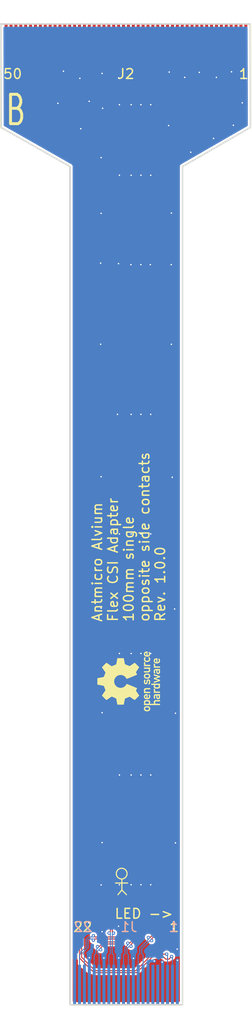
<source format=kicad_pcb>
(kicad_pcb (version 20171130) (host pcbnew 5.1.6+dfsg1-1~bpo10+1)

  (general
    (thickness 0.2)
    (drawings 31)
    (tracks 703)
    (zones 0)
    (modules 3)
    (nets 47)
  )

  (page A3)
  (title_block
    (title "Antmicro Alvium flex CSI adapter")
    (rev 1.0.1)
    (comment 2 www.antmicro.com)
    (comment 3 "Antmicro Ltd.")
  )

  (layers
    (0 F.Cu signal)
    (31 B.Cu signal)
    (32 B.Adhes user)
    (33 F.Adhes user)
    (34 B.Paste user)
    (35 F.Paste user)
    (36 B.SilkS user)
    (37 F.SilkS user)
    (38 B.Mask user)
    (39 F.Mask user)
    (40 Dwgs.User user)
    (41 Cmts.User user)
    (42 Eco1.User user)
    (43 Eco2.User user)
    (44 Edge.Cuts user)
    (45 Margin user)
    (46 B.CrtYd user)
    (47 F.CrtYd user)
    (48 B.Fab user)
    (49 F.Fab user)
  )

  (setup
    (last_trace_width 0.1)
    (user_trace_width 0.1)
    (user_trace_width 0.2)
    (user_trace_width 0.3)
    (user_trace_width 0.5)
    (user_trace_width 1)
    (trace_clearance 0.1)
    (zone_clearance 0.2)
    (zone_45_only no)
    (trace_min 0.1)
    (via_size 0.35)
    (via_drill 0.15)
    (via_min_size 0.35)
    (via_min_drill 0.15)
    (uvia_size 0.35)
    (uvia_drill 0.15)
    (uvias_allowed no)
    (uvia_min_size 0.35)
    (uvia_min_drill 0.15)
    (edge_width 0.15)
    (segment_width 0.35)
    (pcb_text_width 0.3)
    (pcb_text_size 1.5 1.5)
    (mod_edge_width 0.15)
    (mod_text_size 1 1)
    (mod_text_width 0.15)
    (pad_size 0.2999 0.65)
    (pad_drill 0)
    (pad_to_mask_clearance 0.051)
    (solder_mask_min_width 0.25)
    (aux_axis_origin 0 0)
    (grid_origin 182.979 164.786)
    (visible_elements FFFFFF7F)
    (pcbplotparams
      (layerselection 0x010fc_ffffffff)
      (usegerberextensions false)
      (usegerberattributes false)
      (usegerberadvancedattributes false)
      (creategerberjobfile false)
      (excludeedgelayer true)
      (linewidth 0.100000)
      (plotframeref false)
      (viasonmask false)
      (mode 1)
      (useauxorigin false)
      (hpglpennumber 1)
      (hpglpenspeed 20)
      (hpglpendiameter 15.000000)
      (psnegative false)
      (psa4output false)
      (plotreference true)
      (plotvalue true)
      (plotinvisibletext false)
      (padsonsilk false)
      (subtractmaskfromsilk false)
      (outputformat 1)
      (mirror false)
      (drillshape 0)
      (scaleselection 1)
      (outputdirectory "Output/"))
  )

  (net 0 "")
  (net 1 /5V)
  (net 2 /SCL)
  (net 3 /SDA)
  (net 4 /GPIO2)
  (net 5 /GPIO3)
  (net 6 /CSI1_D1_N)
  (net 7 /CSI1_D1_P)
  (net 8 /GND)
  (net 9 /CSI1_D0_N)
  (net 10 /CSI1_D0_P)
  (net 11 /CSI0_CLK_N)
  (net 12 /CSI0_CLK_P)
  (net 13 /CSI0_D1_N)
  (net 14 /CSI0_D1_P)
  (net 15 /CSI0_D0_N)
  (net 16 /CSI0_D0_P)
  (net 17 "Net-(J2-Pad48)")
  (net 18 "Net-(J2-Pad47)")
  (net 19 "Net-(J2-Pad46)")
  (net 20 "Net-(J2-Pad45)")
  (net 21 "Net-(J2-Pad44)")
  (net 22 "Net-(J2-Pad43)")
  (net 23 "Net-(J2-Pad40)")
  (net 24 "Net-(J2-Pad39)")
  (net 25 "Net-(J2-Pad38)")
  (net 26 "Net-(J2-Pad37)")
  (net 27 "Net-(J2-Pad36)")
  (net 28 "Net-(J2-Pad35)")
  (net 29 "Net-(J2-Pad34)")
  (net 30 "Net-(J2-Pad33)")
  (net 31 "Net-(J2-Pad32)")
  (net 32 "Net-(J2-Pad31)")
  (net 33 "Net-(J2-Pad17)")
  (net 34 "Net-(J2-Pad16)")
  (net 35 "Net-(J2-Pad14)")
  (net 36 "Net-(J2-Pad13)")
  (net 37 "Net-(J2-Pad11)")
  (net 38 "Net-(J2-Pad10)")
  (net 39 "Net-(J2-Pad8)")
  (net 40 "Net-(J2-Pad7)")
  (net 41 "Net-(J2-Pad6)")
  (net 42 "Net-(J2-Pad5)")
  (net 43 "Net-(J2-Pad4)")
  (net 44 "Net-(J2-Pad3)")
  (net 45 "Net-(J2-Pad2)")
  (net 46 "Net-(J2-Pad1)")

  (net_class Default "This is the default net class."
    (clearance 0.1)
    (trace_width 0.1)
    (via_dia 0.35)
    (via_drill 0.15)
    (uvia_dia 0.35)
    (uvia_drill 0.15)
    (diff_pair_width 0.1)
    (diff_pair_gap 0.1)
    (add_net /5V)
    (add_net /CSI0_CLK_N)
    (add_net /CSI0_CLK_P)
    (add_net /CSI0_D0_N)
    (add_net /CSI0_D0_P)
    (add_net /CSI0_D1_N)
    (add_net /CSI0_D1_P)
    (add_net /CSI1_D0_N)
    (add_net /CSI1_D0_P)
    (add_net /CSI1_D1_N)
    (add_net /CSI1_D1_P)
    (add_net /GND)
    (add_net /GPIO2)
    (add_net /GPIO3)
    (add_net /SCL)
    (add_net /SDA)
    (add_net "Net-(J2-Pad1)")
    (add_net "Net-(J2-Pad10)")
    (add_net "Net-(J2-Pad11)")
    (add_net "Net-(J2-Pad13)")
    (add_net "Net-(J2-Pad14)")
    (add_net "Net-(J2-Pad16)")
    (add_net "Net-(J2-Pad17)")
    (add_net "Net-(J2-Pad2)")
    (add_net "Net-(J2-Pad3)")
    (add_net "Net-(J2-Pad31)")
    (add_net "Net-(J2-Pad32)")
    (add_net "Net-(J2-Pad33)")
    (add_net "Net-(J2-Pad34)")
    (add_net "Net-(J2-Pad35)")
    (add_net "Net-(J2-Pad36)")
    (add_net "Net-(J2-Pad37)")
    (add_net "Net-(J2-Pad38)")
    (add_net "Net-(J2-Pad39)")
    (add_net "Net-(J2-Pad4)")
    (add_net "Net-(J2-Pad40)")
    (add_net "Net-(J2-Pad43)")
    (add_net "Net-(J2-Pad44)")
    (add_net "Net-(J2-Pad45)")
    (add_net "Net-(J2-Pad46)")
    (add_net "Net-(J2-Pad47)")
    (add_net "Net-(J2-Pad48)")
    (add_net "Net-(J2-Pad5)")
    (add_net "Net-(J2-Pad6)")
    (add_net "Net-(J2-Pad7)")
    (add_net "Net-(J2-Pad8)")
  )

  (module antmicro-alvium-flex-csi-adapter-footprints:oshw-logo (layer F.Cu) (tedit 5F876C5F) (tstamp 5F88256F)
    (at 188.979 131.786 90)
    (path /5F8988F2)
    (attr virtual)
    (fp_text reference N1 (at -3.08 -4.76 90) (layer F.SilkS) hide
      (effects (font (size 1.524 1.524) (thickness 0.3)))
    )
    (fp_text value oshw_logo (at 3.43 -4.88 90) (layer F.SilkS) hide
      (effects (font (size 1.524 1.524) (thickness 0.3)))
    )
    (fp_poly (pts (xy 2.316335 1.557212) (xy 2.365289 1.570473) (xy 2.410751 1.593074) (xy 2.453474 1.625314)
      (xy 2.46017 1.631447) (xy 2.49174 1.661087) (xy 2.46634 1.684202) (xy 2.448922 1.699811)
      (xy 2.430578 1.715881) (xy 2.419362 1.72548) (xy 2.397784 1.743644) (xy 2.376891 1.724768)
      (xy 2.345458 1.701449) (xy 2.312177 1.6874) (xy 2.274771 1.681738) (xy 2.265314 1.681529)
      (xy 2.226987 1.684284) (xy 2.195173 1.693102) (xy 2.167779 1.708654) (xy 2.159417 1.715321)
      (xy 2.136139 1.741848) (xy 2.118918 1.776168) (xy 2.107925 1.817791) (xy 2.10333 1.866228)
      (xy 2.103195 1.876057) (xy 2.106466 1.926873) (xy 2.116378 1.970387) (xy 2.132772 2.006416)
      (xy 2.155485 2.034777) (xy 2.184359 2.055286) (xy 2.219231 2.067762) (xy 2.259942 2.07202)
      (xy 2.274746 2.071584) (xy 2.309658 2.066837) (xy 2.339003 2.056237) (xy 2.366399 2.038274)
      (xy 2.377664 2.028652) (xy 2.386514 2.020784) (xy 2.393644 2.016076) (xy 2.400622 2.015143)
      (xy 2.409017 2.018601) (xy 2.420398 2.027064) (xy 2.436332 2.041147) (xy 2.45618 2.059427)
      (xy 2.49174 2.092238) (xy 2.4765 2.108421) (xy 2.449459 2.132681) (xy 2.416295 2.155691)
      (xy 2.380968 2.174973) (xy 2.350901 2.186995) (xy 2.327792 2.193508) (xy 2.30659 2.197321)
      (xy 2.283032 2.199001) (xy 2.259067 2.199185) (xy 2.233855 2.198293) (xy 2.209446 2.19628)
      (xy 2.18957 2.193499) (xy 2.182408 2.191908) (xy 2.133165 2.173457) (xy 2.089862 2.146984)
      (xy 2.053058 2.112951) (xy 2.023314 2.071823) (xy 2.012481 2.051331) (xy 2.000078 2.023756)
      (xy 1.991056 1.999224) (xy 1.984909 1.975127) (xy 1.981131 1.948862) (xy 1.979217 1.917822)
      (xy 1.978661 1.879403) (xy 1.97866 1.87706) (xy 1.979152 1.838223) (xy 1.980972 1.806897)
      (xy 1.984629 1.780465) (xy 1.990635 1.75631) (xy 1.999502 1.731815) (xy 2.01174 1.704364)
      (xy 2.012862 1.702) (xy 2.039217 1.657661) (xy 2.072304 1.620785) (xy 2.111698 1.591627)
      (xy 2.156972 1.57044) (xy 2.207701 1.557477) (xy 2.26314 1.552992) (xy 2.316335 1.557212)) (layer F.SilkS) (width 0.01))
    (fp_poly (pts (xy 1.753486 2.563572) (xy 1.768707 2.568733) (xy 1.787505 2.57709) (xy 1.804886 2.586465)
      (xy 1.818688 2.595495) (xy 1.826747 2.602814) (xy 1.827862 2.606069) (xy 1.824353 2.611108)
      (xy 1.815883 2.621949) (xy 1.803906 2.636835) (xy 1.789874 2.654006) (xy 1.775241 2.671702)
      (xy 1.76146 2.688164) (xy 1.749984 2.701633) (xy 1.742265 2.71035) (xy 1.739774 2.71272)
      (xy 1.735118 2.710443) (xy 1.724283 2.704565) (xy 1.713869 2.69875) (xy 1.697827 2.690793)
      (xy 1.682779 2.6866) (xy 1.664203 2.685149) (xy 1.65354 2.685118) (xy 1.618721 2.6889)
      (xy 1.590202 2.699911) (xy 1.56659 2.71874) (xy 1.561969 2.723927) (xy 1.554834 2.732482)
      (xy 1.548916 2.740357) (xy 1.544095 2.748559) (xy 1.540247 2.758098) (xy 1.537252 2.769982)
      (xy 1.534987 2.785219) (xy 1.53333 2.80482) (xy 1.53216 2.829791) (xy 1.531355 2.861143)
      (xy 1.530792 2.899883) (xy 1.53035 2.947021) (xy 1.530026 2.98831) (xy 1.528383 3.2004)
      (xy 1.468618 3.2004) (xy 1.444925 3.200127) (xy 1.425071 3.199386) (xy 1.41119 3.198291)
      (xy 1.405466 3.197013) (xy 1.404868 3.191467) (xy 1.404303 3.176638) (xy 1.403781 3.153404)
      (xy 1.403312 3.122642) (xy 1.402904 3.08523) (xy 1.402568 3.042045) (xy 1.402313 2.993964)
      (xy 1.402147 2.941865) (xy 1.40208 2.886625) (xy 1.40208 2.5654) (xy 1.52908 2.5654)
      (xy 1.52908 2.59588) (xy 1.529563 2.611957) (xy 1.530821 2.623001) (xy 1.532274 2.62636)
      (xy 1.537551 2.623229) (xy 1.547578 2.615217) (xy 1.554951 2.608758) (xy 1.588903 2.584515)
      (xy 1.627959 2.567458) (xy 1.669893 2.558004) (xy 1.712478 2.55657) (xy 1.753486 2.563572)) (layer F.SilkS) (width 0.01))
    (fp_poly (pts (xy 2.148397 2.561629) (xy 2.19364 2.574995) (xy 2.235729 2.595745) (xy 2.27324 2.623342)
      (xy 2.304746 2.657247) (xy 2.326124 2.691379) (xy 2.338147 2.71812) (xy 2.346812 2.745053)
      (xy 2.352553 2.774538) (xy 2.355808 2.808934) (xy 2.357012 2.850603) (xy 2.357044 2.85877)
      (xy 2.35712 2.93116) (xy 1.960257 2.93116) (xy 1.963671 2.95529) (xy 1.973572 2.993731)
      (xy 1.99125 3.026977) (xy 2.015921 3.053847) (xy 2.03962 3.069675) (xy 2.05744 3.076495)
      (xy 2.080851 3.080698) (xy 2.10312 3.082417) (xy 2.14444 3.081004) (xy 2.180804 3.0719)
      (xy 2.214663 3.05437) (xy 2.227798 3.045029) (xy 2.240746 3.03554) (xy 2.250331 3.029238)
      (xy 2.253671 3.02768) (xy 2.258975 3.030812) (xy 2.269761 3.039101) (xy 2.284106 3.050883)
      (xy 2.300085 3.064495) (xy 2.315775 3.078276) (xy 2.329252 3.090561) (xy 2.338591 3.099688)
      (xy 2.34188 3.103919) (xy 2.337925 3.110864) (xy 2.327387 3.121673) (xy 2.312256 3.134757)
      (xy 2.294522 3.148528) (xy 2.276173 3.161396) (xy 2.2592 3.171774) (xy 2.252695 3.175135)
      (xy 2.204473 3.192921) (xy 2.152193 3.202882) (xy 2.098569 3.204771) (xy 2.046313 3.198341)
      (xy 2.032968 3.195193) (xy 1.984723 3.17824) (xy 1.943536 3.154343) (xy 1.909085 3.123164)
      (xy 1.881044 3.084367) (xy 1.859091 3.037617) (xy 1.847989 3.003009) (xy 1.841966 2.972432)
      (xy 1.838154 2.934955) (xy 1.836547 2.89359) (xy 1.83714 2.851351) (xy 1.839007 2.82448)
      (xy 1.960257 2.82448) (xy 2.23012 2.82448) (xy 2.23012 2.813383) (xy 2.225878 2.783861)
      (xy 2.214259 2.753765) (xy 2.196919 2.725767) (xy 2.175516 2.702542) (xy 2.151707 2.686762)
      (xy 2.151576 2.686702) (xy 2.12892 2.680129) (xy 2.101125 2.677458) (xy 2.072496 2.678842)
      (xy 2.051338 2.683134) (xy 2.023979 2.696415) (xy 2.000173 2.71796) (xy 1.981134 2.746148)
      (xy 1.968075 2.779355) (xy 1.963708 2.80035) (xy 1.960257 2.82448) (xy 1.839007 2.82448)
      (xy 1.839927 2.811253) (xy 1.844904 2.77631) (xy 1.84841 2.76098) (xy 1.866454 2.708186)
      (xy 1.889878 2.663759) (xy 1.919102 2.627202) (xy 1.954545 2.598016) (xy 1.996627 2.575701)
      (xy 2.007997 2.571225) (xy 2.05415 2.559206) (xy 2.101425 2.556187) (xy 2.148397 2.561629)) (layer F.SilkS) (width 0.01))
    (fp_poly (pts (xy -2.064497 1.559869) (xy -2.023074 1.576181) (xy -1.985929 1.601008) (xy -1.972866 1.61297)
      (xy -1.956169 1.630946) (xy -1.942599 1.649027) (xy -1.93185 1.66849) (xy -1.923612 1.690613)
      (xy -1.917581 1.716673) (xy -1.913447 1.747949) (xy -1.910905 1.785717) (xy -1.909646 1.831256)
      (xy -1.909356 1.87706) (xy -1.90977 1.930269) (xy -1.911212 1.974614) (xy -1.913983 2.011363)
      (xy -1.918383 2.041785) (xy -1.924712 2.06715) (xy -1.933272 2.088726) (xy -1.944363 2.107783)
      (xy -1.958286 2.12559) (xy -1.97155 2.139673) (xy -1.992509 2.157399) (xy -2.01751 2.173865)
      (xy -2.030777 2.180878) (xy -2.046734 2.188105) (xy -2.059988 2.192797) (xy -2.073565 2.195495)
      (xy -2.090487 2.196746) (xy -2.113781 2.197091) (xy -2.121021 2.1971) (xy -2.146295 2.196907)
      (xy -2.16437 2.195972) (xy -2.178202 2.193753) (xy -2.190752 2.189713) (xy -2.204977 2.183311)
      (xy -2.209921 2.180895) (xy -2.230507 2.169571) (xy -2.250899 2.156448) (xy -2.26441 2.146209)
      (xy -2.286 2.127728) (xy -2.286 2.627542) (xy -2.26502 2.608587) (xy -2.247687 2.595225)
      (xy -2.226989 2.582376) (xy -2.216469 2.577011) (xy -2.172828 2.562105) (xy -2.128834 2.556469)
      (xy -2.085696 2.559573) (xy -2.044621 2.570892) (xy -2.006814 2.589897) (xy -1.973484 2.616062)
      (xy -1.945836 2.648859) (xy -1.925078 2.687761) (xy -1.918255 2.707292) (xy -1.916285 2.715141)
      (xy -1.914651 2.724824) (xy -1.913322 2.737291) (xy -1.91227 2.75349) (xy -1.911464 2.774373)
      (xy -1.910874 2.800887) (xy -1.910471 2.833983) (xy -1.910224 2.87461) (xy -1.910105 2.923718)
      (xy -1.91008 2.967798) (xy -1.91008 3.200712) (xy -2.03454 3.19786) (xy -2.03708 2.9845)
      (xy -2.037717 2.9323) (xy -2.038304 2.889263) (xy -2.038901 2.854392) (xy -2.039568 2.826688)
      (xy -2.040361 2.805155) (xy -2.041341 2.788796) (xy -2.042566 2.776613) (xy -2.044094 2.767609)
      (xy -2.045984 2.760788) (xy -2.048295 2.755152) (xy -2.050875 2.750095) (xy -2.071267 2.72198)
      (xy -2.097529 2.701112) (xy -2.127918 2.688039) (xy -2.160694 2.683311) (xy -2.194115 2.687476)
      (xy -2.219188 2.697085) (xy -2.239019 2.71068) (xy -2.258362 2.729665) (xy -2.273493 2.750162)
      (xy -2.277451 2.757734) (xy -2.279186 2.765731) (xy -2.280733 2.781784) (xy -2.282106 2.806254)
      (xy -2.283318 2.8395) (xy -2.284384 2.881884) (xy -2.285316 2.933767) (xy -2.286 2.9845)
      (xy -2.28854 3.19786) (xy -2.413 3.200712) (xy -2.413 1.87706) (xy -2.286 1.87706)
      (xy -2.284686 1.926093) (xy -2.280491 1.966272) (xy -2.27304 1.998588) (xy -2.261956 2.024032)
      (xy -2.246863 2.043598) (xy -2.227383 2.058276) (xy -2.214844 2.064547) (xy -2.193976 2.070117)
      (xy -2.167758 2.072304) (xy -2.140401 2.071168) (xy -2.116114 2.066767) (xy -2.10566 2.063009)
      (xy -2.078243 2.044944) (xy -2.057739 2.019537) (xy -2.049127 2.001448) (xy -2.044866 1.984415)
      (xy -2.041516 1.959591) (xy -2.039125 1.929307) (xy -2.037742 1.895893) (xy -2.037414 1.861683)
      (xy -2.03819 1.829006) (xy -2.040117 1.800195) (xy -2.043244 1.777581) (xy -2.044409 1.77241)
      (xy -2.056223 1.738016) (xy -2.072326 1.712468) (xy -2.093645 1.695026) (xy -2.121108 1.684948)
      (xy -2.155643 1.681493) (xy -2.158228 1.68148) (xy -2.191975 1.68393) (xy -2.21981 1.691708)
      (xy -2.242149 1.705448) (xy -2.259407 1.72579) (xy -2.272002 1.753368) (xy -2.280349 1.788822)
      (xy -2.284864 1.832787) (xy -2.286 1.87706) (xy -2.413 1.87706) (xy -2.413 1.55956)
      (xy -2.286 1.55956) (xy -2.286 1.620849) (xy -2.259099 1.600538) (xy -2.224478 1.577961)
      (xy -2.189557 1.563135) (xy -2.15375 1.554858) (xy -2.108591 1.55259) (xy -2.064497 1.559869)) (layer F.SilkS) (width 0.01))
    (fp_poly (pts (xy 0.605152 1.55859) (xy 0.65183 1.574224) (xy 0.694332 1.598187) (xy 0.728375 1.62705)
      (xy 0.750706 1.652385) (xy 0.768389 1.678643) (xy 0.781867 1.707325) (xy 0.791586 1.739933)
      (xy 0.797992 1.777969) (xy 0.801528 1.822932) (xy 0.802639 1.876326) (xy 0.80264 1.877721)
      (xy 0.801589 1.929907) (xy 0.798306 1.973467) (xy 0.792587 2.009728) (xy 0.784233 2.040019)
      (xy 0.774699 2.06248) (xy 0.748467 2.10368) (xy 0.71503 2.139098) (xy 0.675906 2.167435)
      (xy 0.632617 2.18739) (xy 0.626336 2.189432) (xy 0.599934 2.195119) (xy 0.567552 2.198443)
      (xy 0.532932 2.199337) (xy 0.499816 2.197733) (xy 0.471947 2.193564) (xy 0.466912 2.192301)
      (xy 0.428976 2.177701) (xy 0.391964 2.155997) (xy 0.359988 2.129693) (xy 0.354116 2.123623)
      (xy 0.332932 2.098683) (xy 0.31619 2.073827) (xy 0.303427 2.047452) (xy 0.294179 2.017956)
      (xy 0.287983 1.983738) (xy 0.284376 1.943196) (xy 0.282894 1.894727) (xy 0.282792 1.87706)
      (xy 0.409691 1.87706) (xy 0.410315 1.918215) (xy 0.412477 1.950942) (xy 0.416612 1.976909)
      (xy 0.423156 1.997788) (xy 0.432545 2.015249) (xy 0.445214 2.030963) (xy 0.451466 2.037296)
      (xy 0.471249 2.054021) (xy 0.491005 2.064561) (xy 0.514032 2.070163) (xy 0.54356 2.072071)
      (xy 0.569085 2.070804) (xy 0.590455 2.065437) (xy 0.60198 2.060562) (xy 0.625074 2.047439)
      (xy 0.6421 2.031597) (xy 0.656021 2.009961) (xy 0.661421 1.998916) (xy 0.665523 1.989381)
      (xy 0.668536 1.980016) (xy 0.670627 1.969085) (xy 0.671962 1.95485) (xy 0.672708 1.935575)
      (xy 0.673032 1.90952) (xy 0.6731 1.87706) (xy 0.673022 1.842993) (xy 0.67268 1.817348)
      (xy 0.671907 1.798388) (xy 0.670535 1.784376) (xy 0.668399 1.773574) (xy 0.665331 1.764244)
      (xy 0.661421 1.755203) (xy 0.647913 1.730366) (xy 0.632494 1.71256) (xy 0.6122 1.698711)
      (xy 0.60198 1.693557) (xy 0.5694 1.68318) (xy 0.535284 1.681068) (xy 0.501941 1.68683)
      (xy 0.471681 1.700078) (xy 0.447596 1.719564) (xy 0.434375 1.736003) (xy 0.424463 1.753886)
      (xy 0.417449 1.774917) (xy 0.412923 1.800802) (xy 0.410475 1.833247) (xy 0.409694 1.873955)
      (xy 0.409691 1.87706) (xy 0.282792 1.87706) (xy 0.283699 1.824348) (xy 0.286825 1.780128)
      (xy 0.292595 1.742891) (xy 0.301434 1.711128) (xy 0.313767 1.683331) (xy 0.330018 1.657992)
      (xy 0.350611 1.633602) (xy 0.351636 1.632514) (xy 0.385379 1.601479) (xy 0.42077 1.578891)
      (xy 0.46029 1.563481) (xy 0.505009 1.554183) (xy 0.555733 1.551754) (xy 0.605152 1.55859)) (layer F.SilkS) (width 0.01))
    (fp_poly (pts (xy -0.2286 3.200712) (xy -0.35306 3.19786) (xy -0.354581 3.165803) (xy -0.356101 3.133747)
      (xy -0.373429 3.148961) (xy -0.410839 3.175477) (xy -0.452457 3.193803) (xy -0.49652 3.20355)
      (xy -0.541267 3.204334) (xy -0.584933 3.195769) (xy -0.585826 3.195486) (xy -0.620332 3.181195)
      (xy -0.65082 3.160914) (xy -0.672318 3.141334) (xy -0.68828 3.123924) (xy -0.701249 3.106211)
      (xy -0.711519 3.086931) (xy -0.719382 3.064822) (xy -0.725132 3.03862) (xy -0.729061 3.007064)
      (xy -0.731464 2.968888) (xy -0.732631 2.922832) (xy -0.732874 2.88036) (xy -0.60198 2.88036)
      (xy -0.601917 2.915801) (xy -0.601627 2.942733) (xy -0.600961 2.962806) (xy -0.59977 2.977671)
      (xy -0.597904 2.988977) (xy -0.595213 2.998375) (xy -0.591547 3.007515) (xy -0.590182 3.010572)
      (xy -0.57323 3.039292) (xy -0.551743 3.059582) (xy -0.524837 3.071934) (xy -0.491626 3.076844)
      (xy -0.471891 3.076636) (xy -0.441634 3.072511) (xy -0.417791 3.063319) (xy -0.417351 3.063073)
      (xy -0.397335 3.048543) (xy -0.381675 3.029355) (xy -0.370029 3.004495) (xy -0.362056 2.972955)
      (xy -0.357416 2.933722) (xy -0.355768 2.885787) (xy -0.355755 2.88036) (xy -0.357504 2.828359)
      (xy -0.362989 2.78538) (xy -0.372575 2.75086) (xy -0.386628 2.724236) (xy -0.405513 2.704946)
      (xy -0.429596 2.692427) (xy -0.459243 2.686114) (xy -0.4826 2.68508) (xy -0.516772 2.687911)
      (xy -0.543627 2.696486) (xy -0.564849 2.711837) (xy -0.582123 2.734992) (xy -0.590356 2.751005)
      (xy -0.594298 2.760135) (xy -0.597234 2.769122) (xy -0.599311 2.779603) (xy -0.600677 2.79322)
      (xy -0.601478 2.81161) (xy -0.601862 2.836414) (xy -0.601977 2.86927) (xy -0.60198 2.88036)
      (xy -0.732874 2.88036) (xy -0.732495 2.82747) (xy -0.731146 2.783442) (xy -0.728512 2.746998)
      (xy -0.724275 2.71686) (xy -0.718119 2.691751) (xy -0.709726 2.670393) (xy -0.69878 2.651509)
      (xy -0.684964 2.633821) (xy -0.667962 2.616052) (xy -0.667147 2.615258) (xy -0.631282 2.587159)
      (xy -0.591496 2.567896) (xy -0.549134 2.557613) (xy -0.505539 2.556456) (xy -0.462055 2.56457)
      (xy -0.420026 2.582101) (xy -0.410672 2.587502) (xy -0.393554 2.598644) (xy -0.376933 2.610544)
      (xy -0.37211 2.614306) (xy -0.3556 2.627662) (xy -0.3556 2.30632) (xy -0.2286 2.30632)
      (xy -0.2286 3.200712)) (layer F.SilkS) (width 0.01))
    (fp_poly (pts (xy -1.493243 1.560181) (xy -1.446576 1.576238) (xy -1.404379 1.600723) (xy -1.367567 1.633232)
      (xy -1.340184 1.668413) (xy -1.325932 1.692651) (xy -1.315153 1.716946) (xy -1.30733 1.743406)
      (xy -1.301944 1.774141) (xy -1.298478 1.811262) (xy -1.296801 1.84531) (xy -1.293883 1.92532)
      (xy -1.69164 1.92532) (xy -1.69164 1.942177) (xy -1.686699 1.977916) (xy -1.672216 2.011015)
      (xy -1.649093 2.039918) (xy -1.625665 2.059164) (xy -1.600695 2.071629) (xy -1.57156 2.078246)
      (xy -1.5367 2.079961) (xy -1.496753 2.074691) (xy -1.457624 2.060014) (xy -1.421173 2.036628)
      (xy -1.420943 2.036444) (xy -1.401705 2.021059) (xy -1.358629 2.05763) (xy -1.341059 2.072707)
      (xy -1.326479 2.08552) (xy -1.316577 2.094567) (xy -1.313106 2.098159) (xy -1.31503 2.103967)
      (xy -1.323649 2.113819) (xy -1.337149 2.126214) (xy -1.353713 2.139648) (xy -1.371527 2.152616)
      (xy -1.388776 2.163617) (xy -1.398403 2.168797) (xy -1.420509 2.178418) (xy -1.444665 2.18724)
      (xy -1.460298 2.19191) (xy -1.487743 2.196652) (xy -1.52105 2.199007) (xy -1.556591 2.199014)
      (xy -1.590736 2.196715) (xy -1.619856 2.19215) (xy -1.62814 2.190038) (xy -1.676479 2.171586)
      (xy -1.717391 2.146372) (xy -1.751261 2.114021) (xy -1.77847 2.074158) (xy -1.799403 2.026407)
      (xy -1.801521 2.020099) (xy -1.809128 1.989141) (xy -1.81462 1.951129) (xy -1.817878 1.908971)
      (xy -1.818786 1.865578) (xy -1.817223 1.823856) (xy -1.81504 1.804322) (xy -1.69164 1.804322)
      (xy -1.69164 1.81864) (xy -1.42748 1.81864) (xy -1.42748 1.80105) (xy -1.431255 1.775727)
      (xy -1.441415 1.748257) (xy -1.456215 1.722586) (xy -1.468989 1.707206) (xy -1.494972 1.688056)
      (xy -1.525884 1.676247) (xy -1.559281 1.672129) (xy -1.592722 1.676051) (xy -1.618949 1.685758)
      (xy -1.645178 1.704415) (xy -1.667011 1.730152) (xy -1.682805 1.760289) (xy -1.690915 1.792144)
      (xy -1.69164 1.804322) (xy -1.81504 1.804322) (xy -1.813072 1.786715) (xy -1.811399 1.777373)
      (xy -1.796599 1.724094) (xy -1.7748 1.676953) (xy -1.746559 1.636526) (xy -1.712433 1.603389)
      (xy -1.672979 1.578116) (xy -1.628753 1.561286) (xy -1.596336 1.554969) (xy -1.543468 1.552956)
      (xy -1.493243 1.560181)) (layer F.SilkS) (width 0.01))
    (fp_poly (pts (xy 1.889278 1.554809) (xy 1.907312 1.559137) (xy 1.927866 1.566178) (xy 1.948412 1.574791)
      (xy 1.966422 1.583832) (xy 1.979369 1.59216) (xy 1.98452 1.597862) (xy 1.982401 1.604169)
      (xy 1.974662 1.616441) (xy 1.962437 1.633053) (xy 1.946859 1.652377) (xy 1.945053 1.654523)
      (xy 1.929127 1.673395) (xy 1.915719 1.689326) (xy 1.906117 1.700786) (xy 1.901605 1.706244)
      (xy 1.90145 1.706446) (xy 1.89652 1.705478) (xy 1.885263 1.700823) (xy 1.873187 1.695016)
      (xy 1.840875 1.683578) (xy 1.808074 1.680739) (xy 1.776426 1.685863) (xy 1.747572 1.698319)
      (xy 1.723156 1.717471) (xy 1.704818 1.742686) (xy 1.696602 1.763168) (xy 1.695437 1.772316)
      (xy 1.694386 1.790607) (xy 1.693473 1.817026) (xy 1.692719 1.850557) (xy 1.692147 1.890183)
      (xy 1.69178 1.934891) (xy 1.69164 1.983662) (xy 1.69164 2.19456) (xy 1.55956 2.19456)
      (xy 1.55956 1.55956) (xy 1.69164 1.55956) (xy 1.69164 1.626089) (xy 1.71069 1.607351)
      (xy 1.739771 1.585128) (xy 1.775336 1.568051) (xy 1.814687 1.556915) (xy 1.855125 1.552513)
      (xy 1.889278 1.554809)) (layer F.SilkS) (width 0.01))
    (fp_poly (pts (xy 0.063944 -3.200385) (xy 0.118503 -3.200323) (xy 0.164447 -3.200194) (xy 0.202552 -3.199975)
      (xy 0.23359 -3.199646) (xy 0.258334 -3.199185) (xy 0.277557 -3.198571) (xy 0.292034 -3.197781)
      (xy 0.302537 -3.196794) (xy 0.309839 -3.195589) (xy 0.314713 -3.194144) (xy 0.317934 -3.192438)
      (xy 0.31913 -3.191511) (xy 0.321531 -3.188443) (xy 0.324143 -3.18278) (xy 0.327119 -3.173802)
      (xy 0.330612 -3.160785) (xy 0.334776 -3.14301) (xy 0.339764 -3.119755) (xy 0.345729 -3.090298)
      (xy 0.352825 -3.053919) (xy 0.361205 -3.009896) (xy 0.371021 -2.957507) (xy 0.382428 -2.896033)
      (xy 0.385794 -2.87782) (xy 0.395938 -2.823228) (xy 0.405693 -2.771386) (xy 0.41488 -2.723197)
      (xy 0.423321 -2.679563) (xy 0.430839 -2.641386) (xy 0.437257 -2.609567) (xy 0.442397 -2.585008)
      (xy 0.44608 -2.568611) (xy 0.44813 -2.561277) (xy 0.448169 -2.561197) (xy 0.456812 -2.549847)
      (xy 0.464359 -2.543968) (xy 0.476168 -2.538293) (xy 0.495535 -2.529756) (xy 0.521275 -2.518828)
      (xy 0.5522 -2.505979) (xy 0.587125 -2.491679) (xy 0.624864 -2.476401) (xy 0.664231 -2.460614)
      (xy 0.704039 -2.44479) (xy 0.743103 -2.429399) (xy 0.780237 -2.414913) (xy 0.814255 -2.401801)
      (xy 0.84397 -2.390536) (xy 0.868197 -2.381588) (xy 0.885749 -2.375427) (xy 0.89544 -2.372525)
      (xy 0.896621 -2.37236) (xy 0.911725 -2.37562) (xy 0.931874 -2.385712) (xy 0.948099 -2.396118)
      (xy 0.962375 -2.405865) (xy 0.983862 -2.420564) (xy 1.011392 -2.439414) (xy 1.0438 -2.461618)
      (xy 1.079921 -2.486375) (xy 1.118588 -2.512886) (xy 1.158636 -2.540351) (xy 1.198899 -2.567971)
      (xy 1.238212 -2.594945) (xy 1.275408 -2.620476) (xy 1.309323 -2.643762) (xy 1.338789 -2.664005)
      (xy 1.362643 -2.680404) (xy 1.377499 -2.690632) (xy 1.39888 -2.70476) (xy 1.418234 -2.716436)
      (xy 1.433568 -2.724533) (xy 1.44289 -2.727923) (xy 1.443473 -2.72796) (xy 1.448048 -2.725998)
      (xy 1.456423 -2.719864) (xy 1.468988 -2.709187) (xy 1.486133 -2.693598) (xy 1.508249 -2.672727)
      (xy 1.535726 -2.646203) (xy 1.568952 -2.613656) (xy 1.60832 -2.574716) (xy 1.654219 -2.529013)
      (xy 1.675064 -2.508185) (xy 1.721494 -2.46169) (xy 1.761169 -2.421799) (xy 1.794577 -2.387994)
      (xy 1.822205 -2.359756) (xy 1.844544 -2.336565) (xy 1.862081 -2.317902) (xy 1.875304 -2.303248)
      (xy 1.884702 -2.292085) (xy 1.890764 -2.283892) (xy 1.893978 -2.278151) (xy 1.89484 -2.274608)
      (xy 1.892783 -2.268426) (xy 1.886468 -2.256497) (xy 1.875681 -2.238489) (xy 1.860204 -2.214069)
      (xy 1.839823 -2.182908) (xy 1.814321 -2.144672) (xy 1.783483 -2.099031) (xy 1.747093 -2.045654)
      (xy 1.721932 -2.008942) (xy 1.690797 -1.963426) (xy 1.661369 -1.920086) (xy 1.63416 -1.879699)
      (xy 1.609681 -1.843039) (xy 1.588445 -1.810882) (xy 1.570964 -1.784002) (xy 1.557749 -1.763175)
      (xy 1.549313 -1.749176) (xy 1.546182 -1.742862) (xy 1.547503 -1.734906) (xy 1.552551 -1.718843)
      (xy 1.560841 -1.695811) (xy 1.571887 -1.666949) (xy 1.585204 -1.633395) (xy 1.600306 -1.596286)
      (xy 1.616707 -1.556762) (xy 1.633922 -1.515961) (xy 1.651466 -1.47502) (xy 1.668852 -1.435079)
      (xy 1.685596 -1.397276) (xy 1.701212 -1.362748) (xy 1.715213 -1.332635) (xy 1.727115 -1.308073)
      (xy 1.736433 -1.290203) (xy 1.742679 -1.280162) (xy 1.74423 -1.278579) (xy 1.751136 -1.276353)
      (xy 1.767124 -1.2725) (xy 1.791276 -1.267205) (xy 1.822678 -1.260653) (xy 1.860412 -1.25303)
      (xy 1.903562 -1.244521) (xy 1.951213 -1.235312) (xy 2.002449 -1.225587) (xy 2.049871 -1.216732)
      (xy 2.103519 -1.206708) (xy 2.1544 -1.197039) (xy 2.201597 -1.18791) (xy 2.244192 -1.179508)
      (xy 2.281268 -1.172015) (xy 2.311907 -1.165619) (xy 2.335192 -1.160503) (xy 2.350206 -1.156853)
      (xy 2.35585 -1.155) (xy 2.36728 -1.147846) (xy 2.36728 -0.833366) (xy 2.367286 -0.767725)
      (xy 2.367267 -0.711501) (xy 2.367161 -0.663952) (xy 2.366909 -0.624334) (xy 2.366449 -0.591904)
      (xy 2.365722 -0.565921) (xy 2.364667 -0.54564) (xy 2.363225 -0.53032) (xy 2.361334 -0.519217)
      (xy 2.358935 -0.511589) (xy 2.355967 -0.506692) (xy 2.35237 -0.503785) (xy 2.348083 -0.502124)
      (xy 2.343047 -0.500966) (xy 2.340254 -0.500349) (xy 2.333285 -0.498959) (xy 2.317277 -0.495903)
      (xy 2.293181 -0.49136) (xy 2.261948 -0.485506) (xy 2.224532 -0.478519) (xy 2.181883 -0.470578)
      (xy 2.134954 -0.461861) (xy 2.084695 -0.452545) (xy 2.05486 -0.447023) (xy 2.002929 -0.43734)
      (xy 1.953639 -0.428002) (xy 1.907963 -0.419201) (xy 1.866875 -0.411134) (xy 1.83135 -0.403994)
      (xy 1.802361 -0.397977) (xy 1.780882 -0.393277) (xy 1.767889 -0.390088) (xy 1.764705 -0.389046)
      (xy 1.760956 -0.386972) (xy 1.75723 -0.38377) (xy 1.753169 -0.378649) (xy 1.748415 -0.37082)
      (xy 1.74261 -0.359493) (xy 1.735397 -0.343878) (xy 1.726417 -0.323185) (xy 1.715314 -0.296625)
      (xy 1.70173 -0.263408) (xy 1.685306 -0.222743) (xy 1.665686 -0.173842) (xy 1.653877 -0.144336)
      (xy 1.630562 -0.085801) (xy 1.610997 -0.036121) (xy 1.594996 0.005215) (xy 1.582371 0.038717)
      (xy 1.572933 0.064898) (xy 1.566496 0.084266) (xy 1.562871 0.097333) (xy 1.56187 0.10461)
      (xy 1.562 0.105551) (xy 1.565388 0.111936) (xy 1.574031 0.125889) (xy 1.587401 0.146619)
      (xy 1.604975 0.173337) (xy 1.626227 0.205253) (xy 1.650633 0.241579) (xy 1.677667 0.281524)
      (xy 1.706803 0.324299) (xy 1.729977 0.358137) (xy 1.768152 0.413904) (xy 1.800714 0.461818)
      (xy 1.827941 0.502307) (xy 1.85011 0.535798) (xy 1.867497 0.562718) (xy 1.880379 0.583494)
      (xy 1.889033 0.598554) (xy 1.893736 0.608325) (xy 1.89484 0.612588) (xy 1.893922 0.616557)
      (xy 1.890832 0.622253) (xy 1.885061 0.630218) (xy 1.876105 0.640996) (xy 1.863454 0.655127)
      (xy 1.846604 0.673155) (xy 1.825047 0.695622) (xy 1.798275 0.723071) (xy 1.765783 0.756044)
      (xy 1.727064 0.795083) (xy 1.68275 0.839588) (xy 1.635779 0.88663) (xy 1.595387 0.926909)
      (xy 1.561043 0.960919) (xy 1.532216 0.989155) (xy 1.508374 1.012112) (xy 1.488986 1.030284)
      (xy 1.473522 1.044165) (xy 1.461449 1.054249) (xy 1.452238 1.061032) (xy 1.445355 1.065008)
      (xy 1.440271 1.066671) (xy 1.438662 1.0668) (xy 1.433748 1.064003) (xy 1.421225 1.055952)
      (xy 1.40185 1.043157) (xy 1.376378 1.026128) (xy 1.345569 1.005374) (xy 1.310179 0.981405)
      (xy 1.270964 0.954731) (xy 1.228683 0.925862) (xy 1.193409 0.9017) (xy 1.138331 0.864066)
      (xy 1.089294 0.830866) (xy 1.046624 0.802311) (xy 1.010647 0.778614) (xy 0.981689 0.759987)
      (xy 0.960074 0.746642) (xy 0.946129 0.738793) (xy 0.940496 0.7366) (xy 0.932745 0.738916)
      (xy 0.917444 0.745425) (xy 0.895971 0.75547) (xy 0.869703 0.768393) (xy 0.840017 0.783534)
      (xy 0.816852 0.795678) (xy 0.78146 0.814328) (xy 0.753869 0.828542) (xy 0.732993 0.838799)
      (xy 0.717741 0.84558) (xy 0.707025 0.849364) (xy 0.699756 0.850631) (xy 0.694845 0.849861)
      (xy 0.694346 0.849646) (xy 0.691789 0.847003) (xy 0.68781 0.840541) (xy 0.682221 0.82982)
      (xy 0.674833 0.814402) (xy 0.665456 0.793847) (xy 0.653901 0.767715) (xy 0.639978 0.735567)
      (xy 0.623499 0.696964) (xy 0.604275 0.651465) (xy 0.582116 0.598633) (xy 0.556833 0.538027)
      (xy 0.528236 0.469208) (xy 0.496138 0.391736) (xy 0.470538 0.329835) (xy 0.436422 0.24723)
      (xy 0.406033 0.173511) (xy 0.379179 0.108191) (xy 0.355668 0.050782) (xy 0.335305 0.000798)
      (xy 0.3179 -0.042249) (xy 0.303259 -0.078847) (xy 0.29119 -0.109481) (xy 0.281501 -0.134641)
      (xy 0.273999 -0.154812) (xy 0.268491 -0.170483) (xy 0.264785 -0.182141) (xy 0.262689 -0.190272)
      (xy 0.262009 -0.195365) (xy 0.262258 -0.197341) (xy 0.269083 -0.206689) (xy 0.28309 -0.218993)
      (xy 0.302403 -0.232613) (xy 0.303284 -0.233178) (xy 0.354604 -0.267199) (xy 0.398237 -0.299052)
      (xy 0.435974 -0.330235) (xy 0.469604 -0.36225) (xy 0.500915 -0.396596) (xy 0.507555 -0.404476)
      (xy 0.556525 -0.471165) (xy 0.596596 -0.542724) (xy 0.627623 -0.618872) (xy 0.64306 -0.671436)
      (xy 0.651969 -0.717327) (xy 0.657688 -0.76932) (xy 0.660084 -0.823826) (xy 0.659023 -0.877258)
      (xy 0.654369 -0.926029) (xy 0.652948 -0.935191) (xy 0.634715 -1.014408) (xy 0.607448 -1.089799)
      (xy 0.571708 -1.160711) (xy 0.528055 -1.226489) (xy 0.477052 -1.286477) (xy 0.419258 -1.340023)
      (xy 0.355234 -1.386471) (xy 0.285542 -1.425166) (xy 0.210741 -1.455455) (xy 0.205721 -1.457115)
      (xy 0.131625 -1.476209) (xy 0.05431 -1.486599) (xy -0.024292 -1.488286) (xy -0.10225 -1.481267)
      (xy -0.177633 -1.465543) (xy -0.205053 -1.457334) (xy -0.280029 -1.427634) (xy -0.350279 -1.389313)
      (xy -0.415124 -1.34305) (xy -0.473884 -1.289523) (xy -0.52588 -1.229412) (xy -0.570432 -1.163395)
      (xy -0.606859 -1.092152) (xy -0.629075 -1.033762) (xy -0.648169 -0.959666) (xy -0.658559 -0.882351)
      (xy -0.660246 -0.803749) (xy -0.653227 -0.725791) (xy -0.637503 -0.650408) (xy -0.629294 -0.622988)
      (xy -0.617143 -0.590042) (xy -0.601413 -0.553622) (xy -0.583768 -0.517201) (xy -0.565874 -0.484247)
      (xy -0.552233 -0.462322) (xy -0.508942 -0.406018) (xy -0.456606 -0.351057) (xy -0.396337 -0.298447)
      (xy -0.329243 -0.249196) (xy -0.288402 -0.223029) (xy -0.272408 -0.211214) (xy -0.262765 -0.19972)
      (xy -0.26129 -0.196072) (xy -0.262675 -0.189338) (xy -0.267727 -0.174022) (xy -0.276143 -0.150863)
      (xy -0.287615 -0.120599) (xy -0.301839 -0.083968) (xy -0.318508 -0.041709) (xy -0.337316 0.00544)
      (xy -0.357959 0.05674) (xy -0.38013 0.111454) (xy -0.403523 0.168842) (xy -0.427833 0.228167)
      (xy -0.452754 0.288689) (xy -0.477981 0.349672) (xy -0.503207 0.410375) (xy -0.528128 0.470062)
      (xy -0.552436 0.527992) (xy -0.575827 0.58343) (xy -0.597995 0.635634) (xy -0.618634 0.683868)
      (xy -0.637438 0.727394) (xy -0.654102 0.765471) (xy -0.66832 0.797363) (xy -0.679787 0.822331)
      (xy -0.688195 0.839637) (xy -0.693241 0.848541) (xy -0.694231 0.849578) (xy -0.698935 0.850538)
      (xy -0.705947 0.849481) (xy -0.716349 0.845928) (xy -0.731225 0.839403) (xy -0.751658 0.829428)
      (xy -0.778731 0.815523) (xy -0.813528 0.797213) (xy -0.816522 0.795626) (xy -0.847832 0.77928)
      (xy -0.876743 0.764672) (xy -0.901875 0.752459) (xy -0.921848 0.743301) (xy -0.935282 0.737855)
      (xy -0.940171 0.736602) (xy -0.948237 0.739539) (xy -0.963828 0.748073) (xy -0.986281 0.76179)
      (xy -1.014931 0.780276) (xy -1.049112 0.803115) (xy -1.07188 0.818655) (xy -1.137285 0.86359)
      (xy -1.194798 0.903061) (xy -1.244886 0.937383) (xy -1.288015 0.96687) (xy -1.32465 0.991836)
      (xy -1.355258 1.012596) (xy -1.380305 1.029464) (xy -1.400256 1.042755) (xy -1.415577 1.052782)
      (xy -1.426735 1.059861) (xy -1.434195 1.064305) (xy -1.438423 1.066429) (xy -1.439561 1.066722)
      (xy -1.448566 1.064129) (xy -1.45288 1.06183) (xy -1.457756 1.057457) (xy -1.46916 1.046528)
      (xy -1.486445 1.029682) (xy -1.508965 1.007557) (xy -1.536074 0.980791) (xy -1.567125 0.950022)
      (xy -1.601472 0.915889) (xy -1.638468 0.87903) (xy -1.677467 0.840083) (xy -1.67767 0.839879)
      (xy -1.725309 0.792152) (xy -1.766084 0.751081) (xy -1.800409 0.716229) (xy -1.828694 0.687161)
      (xy -1.851354 0.663441) (xy -1.868801 0.644633) (xy -1.881447 0.630303) (xy -1.889705 0.620013)
      (xy -1.893987 0.613329) (xy -1.89484 0.610527) (xy -1.891929 0.603499) (xy -1.883336 0.588522)
      (xy -1.869275 0.565924) (xy -1.849959 0.536031) (xy -1.825603 0.49917) (xy -1.796419 0.455668)
      (xy -1.762621 0.405852) (xy -1.729978 0.358137) (xy -1.699597 0.313743) (xy -1.67092 0.271579)
      (xy -1.644474 0.232437) (xy -1.620783 0.197105) (xy -1.600371 0.166372) (xy -1.583765 0.141029)
      (xy -1.571489 0.121865) (xy -1.564069 0.109669) (xy -1.562001 0.105551) (xy -1.5624 0.099585)
      (xy -1.565378 0.087951) (xy -1.571125 0.070137) (xy -1.579827 0.045633) (xy -1.591673 0.013928)
      (xy -1.606851 -0.02549) (xy -1.625547 -0.07313) (xy -1.647951 -0.129505) (xy -1.653785 -0.144102)
      (xy -1.675583 -0.198478) (xy -1.694017 -0.244153) (xy -1.709423 -0.281886) (xy -1.722139 -0.312437)
      (xy -1.732501 -0.336567) (xy -1.740846 -0.355035) (xy -1.747513 -0.368601) (xy -1.752837 -0.378025)
      (xy -1.757155 -0.384067) (xy -1.760806 -0.387487) (xy -1.762072 -0.38825) (xy -1.766099 -0.389851)
      (xy -1.773071 -0.391894) (xy -1.783569 -0.394493) (xy -1.798177 -0.397762) (xy -1.817475 -0.401814)
      (xy -1.842047 -0.406764) (xy -1.872474 -0.412726) (xy -1.909339 -0.419813) (xy -1.953223 -0.428139)
      (xy -2.004708 -0.437819) (xy -2.064377 -0.448965) (xy -2.132812 -0.461693) (xy -2.210595 -0.476115)
      (xy -2.21996 -0.47785) (xy -2.259353 -0.485141) (xy -2.289955 -0.490838) (xy -2.31296 -0.495225)
      (xy -2.329561 -0.498585) (xy -2.340953 -0.501201) (xy -2.348329 -0.503356) (xy -2.352884 -0.505334)
      (xy -2.355812 -0.507419) (xy -2.358305 -0.509892) (xy -2.359305 -0.510911) (xy -2.360952 -0.513423)
      (xy -2.362359 -0.517908) (xy -2.363544 -0.525114) (xy -2.364526 -0.535786) (xy -2.365324 -0.550671)
      (xy -2.365955 -0.570514) (xy -2.366438 -0.596063) (xy -2.366791 -0.628064) (xy -2.367034 -0.667262)
      (xy -2.367184 -0.714404) (xy -2.36726 -0.770236) (xy -2.36728 -0.833366) (xy -2.36728 -1.147846)
      (xy -2.35585 -1.154982) (xy -2.348879 -1.157182) (xy -2.332828 -1.161004) (xy -2.308616 -1.166264)
      (xy -2.277161 -1.172777) (xy -2.239381 -1.180358) (xy -2.196196 -1.188823) (xy -2.148523 -1.197988)
      (xy -2.097282 -1.207667) (xy -2.050367 -1.21639) (xy -1.995712 -1.226568) (xy -1.944159 -1.236346)
      (xy -1.896592 -1.245544) (xy -1.853898 -1.253982) (xy -1.81696 -1.261482) (xy -1.786665 -1.267865)
      (xy -1.763897 -1.27295) (xy -1.749542 -1.27656) (xy -1.744725 -1.278255) (xy -1.740032 -1.28466)
      (xy -1.732027 -1.299354) (xy -1.721198 -1.321199) (xy -1.708033 -1.349061) (xy -1.693021 -1.381806)
      (xy -1.676649 -1.418297) (xy -1.659406 -1.4574) (xy -1.641779 -1.497979) (xy -1.624257 -1.5389)
      (xy -1.607328 -1.579027) (xy -1.59148 -1.617224) (xy -1.5772 -1.652358) (xy -1.564978 -1.683292)
      (xy -1.5553 -1.708892) (xy -1.548656 -1.728022) (xy -1.545533 -1.739548) (xy -1.545391 -1.741858)
      (xy -1.548572 -1.748342) (xy -1.557033 -1.762407) (xy -1.570268 -1.783282) (xy -1.587768 -1.810199)
      (xy -1.609025 -1.842388) (xy -1.63353 -1.87908) (xy -1.660777 -1.919505) (xy -1.690256 -1.962895)
      (xy -1.721126 -2.007992) (xy -1.761156 -2.066423) (xy -1.795498 -2.116911) (xy -1.824364 -2.159787)
      (xy -1.847969 -2.195377) (xy -1.866526 -2.22401) (xy -1.880249 -2.246013) (xy -1.889352 -2.261716)
      (xy -1.894048 -2.271445) (xy -1.89484 -2.274627) (xy -1.893797 -2.278583) (xy -1.89034 -2.284529)
      (xy -1.883983 -2.292982) (xy -1.874237 -2.304461) (xy -1.860615 -2.319484) (xy -1.842628 -2.338571)
      (xy -1.819788 -2.36224) (xy -1.791609 -2.391009) (xy -1.757601 -2.425396) (xy -1.717277 -2.46592)
      (xy -1.675065 -2.508185) (xy -1.626443 -2.556703) (xy -1.584508 -2.598312) (xy -1.548865 -2.633385)
      (xy -1.519121 -2.662299) (xy -1.494879 -2.685426) (xy -1.475744 -2.703144) (xy -1.461322 -2.715825)
      (xy -1.451218 -2.723845) (xy -1.445037 -2.727579) (xy -1.443435 -2.727961) (xy -1.436769 -2.725084)
      (xy -1.422244 -2.71665) (xy -1.400309 -2.702953) (xy -1.371412 -2.684287) (xy -1.336001 -2.660944)
      (xy -1.294524 -2.63322) (xy -1.247429 -2.601408) (xy -1.195164 -2.565801) (xy -1.172326 -2.550161)
      (xy -1.117527 -2.512636) (xy -1.070457 -2.480543) (xy -1.030516 -2.453495) (xy -0.997104 -2.431107)
      (xy -0.969621 -2.412991) (xy -0.947466 -2.398761) (xy -0.930041 -2.388031) (xy -0.916744 -2.380414)
      (xy -0.906977 -2.375525) (xy -0.900137 -2.372976) (xy -0.896211 -2.372361) (xy -0.887326 -2.374309)
      (xy -0.869856 -2.379964) (xy -0.844559 -2.389039) (xy -0.812194 -2.401249) (xy -0.773517 -2.416308)
      (xy -0.729289 -2.433929) (xy -0.680736 -2.453634) (xy -0.628766 -2.474912) (xy -0.585397 -2.492718)
      (xy -0.549821 -2.507416) (xy -0.521232 -2.519373) (xy -0.498824 -2.528953) (xy -0.48179 -2.536522)
      (xy -0.469323 -2.542445) (xy -0.460616 -2.547087) (xy -0.454862 -2.550814) (xy -0.451256 -2.55399)
      (xy -0.448989 -2.556981) (xy -0.447798 -2.559103) (xy -0.446073 -2.565558) (xy -0.442691 -2.581121)
      (xy -0.437825 -2.604905) (xy -0.431648 -2.636026) (xy -0.424332 -2.673596) (xy -0.41605 -2.71673)
      (xy -0.406973 -2.764542) (xy -0.397275 -2.816146) (xy -0.387128 -2.870655) (xy -0.386271 -2.87528)
      (xy -0.37431 -2.93969) (xy -0.363986 -2.994813) (xy -0.355147 -3.041364) (xy -0.34764 -3.080057)
      (xy -0.341314 -3.111608) (xy -0.336016 -3.136732) (xy -0.331596 -3.156142) (xy -0.3279 -3.170554)
      (xy -0.324778 -3.180682) (xy -0.322076 -3.187242) (xy -0.319644 -3.190947) (xy -0.319061 -3.19151)
      (xy -0.316379 -3.193351) (xy -0.312416 -3.19492) (xy -0.306401 -3.196238) (xy -0.297558 -3.197328)
      (xy -0.285116 -3.198211) (xy -0.268302 -3.198908) (xy -0.246342 -3.199441) (xy -0.218463 -3.199831)
      (xy -0.183892 -3.2001) (xy -0.141856 -3.20027) (xy -0.091581 -3.200362) (xy -0.032296 -3.200397)
      (xy -0.000001 -3.2004) (xy 0.063944 -3.200385)) (layer F.SilkS) (width 0.01))
    (fp_poly (pts (xy 2.835273 1.557568) (xy 2.883172 1.570853) (xy 2.926643 1.592412) (xy 2.964796 1.621537)
      (xy 2.996738 1.65752) (xy 3.021576 1.699655) (xy 3.038421 1.747232) (xy 3.040693 1.75706)
      (xy 3.043626 1.776475) (xy 3.045961 1.802774) (xy 3.047464 1.832686) (xy 3.047911 1.85801)
      (xy 3.048 1.92532) (xy 2.650451 1.92532) (xy 2.653961 1.951782) (xy 2.663419 1.991612)
      (xy 2.680108 2.024363) (xy 2.703723 2.049772) (xy 2.733961 2.067575) (xy 2.770518 2.07751)
      (xy 2.80162 2.07964) (xy 2.845174 2.075448) (xy 2.883125 2.063113) (xy 2.916319 2.042349)
      (xy 2.920267 2.039068) (xy 2.929073 2.03135) (xy 2.935705 2.026489) (xy 2.941859 2.025071)
      (xy 2.94923 2.027681) (xy 2.959515 2.034902) (xy 2.974409 2.047319) (xy 2.99466 2.064705)
      (xy 3.010478 2.078193) (xy 3.023203 2.088982) (xy 3.030987 2.095509) (xy 3.032453 2.096687)
      (xy 3.030302 2.100775) (xy 3.02254 2.110033) (xy 3.010806 2.122516) (xy 3.009911 2.123428)
      (xy 2.98076 2.147729) (xy 2.945078 2.169171) (xy 2.906457 2.185758) (xy 2.887246 2.191587)
      (xy 2.861161 2.196142) (xy 2.82875 2.198603) (xy 2.793627 2.19897) (xy 2.759408 2.197242)
      (xy 2.729709 2.19342) (xy 2.721021 2.19158) (xy 2.675036 2.175449) (xy 2.634273 2.150795)
      (xy 2.599125 2.118033) (xy 2.569987 2.077579) (xy 2.54725 2.02985) (xy 2.536446 1.99644)
      (xy 2.532041 1.97311) (xy 2.529015 1.942361) (xy 2.527365 1.90684) (xy 2.527089 1.869192)
      (xy 2.528187 1.832065) (xy 2.529163 1.81864) (xy 2.650606 1.81864) (xy 2.92213 1.81864)
      (xy 2.918776 1.79959) (xy 2.908012 1.758409) (xy 2.891583 1.725533) (xy 2.869293 1.700705)
      (xy 2.840944 1.683666) (xy 2.826519 1.678575) (xy 2.788871 1.67223) (xy 2.753913 1.675258)
      (xy 2.722589 1.687023) (xy 2.695847 1.706889) (xy 2.674632 1.734219) (xy 2.65989 1.768378)
      (xy 2.654143 1.79451) (xy 2.650606 1.81864) (xy 2.529163 1.81864) (xy 2.530656 1.798104)
      (xy 2.534495 1.769957) (xy 2.536587 1.76022) (xy 2.554141 1.707687) (xy 2.578497 1.662161)
      (xy 2.609188 1.624031) (xy 2.645751 1.593685) (xy 2.687719 1.571515) (xy 2.734628 1.557908)
      (xy 2.78384 1.553265) (xy 2.835273 1.557568)) (layer F.SilkS) (width 0.01))
    (fp_poly (pts (xy 0.004435 1.55629) (xy 0.054498 1.566516) (xy 0.102286 1.582883) (xy 0.146112 1.605338)
      (xy 0.154848 1.61095) (xy 0.193217 1.636613) (xy 0.178321 1.655236) (xy 0.166899 1.66896)
      (xy 0.152026 1.686104) (xy 0.138862 1.700812) (xy 0.1143 1.727765) (xy 0.070868 1.705253)
      (xy 0.032622 1.688638) (xy -0.006057 1.677694) (xy -0.043682 1.672406) (xy -0.078763 1.672759)
      (xy -0.109813 1.67874) (xy -0.135344 1.690334) (xy -0.153791 1.707421) (xy -0.161374 1.724974)
      (xy -0.163826 1.745072) (xy -0.163072 1.761359) (xy -0.158935 1.772295) (xy -0.149526 1.782579)
      (xy -0.148336 1.783652) (xy -0.138503 1.79135) (xy -0.127329 1.797354) (xy -0.113193 1.802032)
      (xy -0.094476 1.805758) (xy -0.069555 1.808903) (xy -0.036811 1.811837) (xy -0.019589 1.813152)
      (xy 0.02741 1.817683) (xy 0.065759 1.82388) (xy 0.096886 1.832107) (xy 0.122216 1.84273)
      (xy 0.140524 1.854113) (xy 0.166265 1.879048) (xy 0.186438 1.910958) (xy 0.200237 1.947847)
      (xy 0.206859 1.987716) (xy 0.206643 2.018235) (xy 0.198431 2.060433) (xy 0.181435 2.097744)
      (xy 0.155931 2.129882) (xy 0.122195 2.156556) (xy 0.080503 2.177478) (xy 0.042745 2.189591)
      (xy 0.005242 2.196323) (xy -0.037777 2.199429) (xy -0.082335 2.198915) (xy -0.12446 2.194789)
      (xy -0.1524 2.189242) (xy -0.176026 2.181921) (xy -0.203126 2.171702) (xy -0.228305 2.16064)
      (xy -0.23114 2.159255) (xy -0.250473 2.148794) (xy -0.271122 2.136196) (xy -0.291216 2.122789)
      (xy -0.308885 2.109899) (xy -0.322258 2.098855) (xy -0.329463 2.090984) (xy -0.3302 2.088963)
      (xy -0.326801 2.084073) (xy -0.317553 2.073644) (xy -0.303887 2.059225) (xy -0.287907 2.043042)
      (xy -0.245614 2.000968) (xy -0.220797 2.021476) (xy -0.183926 2.047385) (xy -0.144939 2.065281)
      (xy -0.101848 2.075833) (xy -0.052669 2.079712) (xy -0.04826 2.079755) (xy -0.022609 2.079485)
      (xy -0.003903 2.078045) (xy 0.011049 2.074954) (xy 0.025437 2.06973) (xy 0.029353 2.068019)
      (xy 0.054553 2.05257) (xy 0.071489 2.033048) (xy 0.079611 2.010578) (xy 0.078365 1.986283)
      (xy 0.074782 1.975483) (xy 0.068978 1.964717) (xy 0.060733 1.956216) (xy 0.048695 1.949523)
      (xy 0.031511 1.944181) (xy 0.007827 1.939732) (xy -0.023709 1.935721) (xy -0.051238 1.932923)
      (xy -0.088821 1.929147) (xy -0.118171 1.925627) (xy -0.141193 1.921963) (xy -0.159793 1.917757)
      (xy -0.175877 1.91261) (xy -0.191349 1.906123) (xy -0.20066 1.901656) (xy -0.234991 1.879441)
      (xy -0.261472 1.85092) (xy -0.279818 1.816567) (xy -0.289744 1.776856) (xy -0.291544 1.75006)
      (xy -0.290838 1.727399) (xy -0.288785 1.705711) (xy -0.285813 1.689383) (xy -0.285507 1.6883)
      (xy -0.27275 1.659071) (xy -0.252839 1.63014) (xy -0.228277 1.604966) (xy -0.22098 1.599118)
      (xy -0.184838 1.577847) (xy -0.142539 1.562982) (xy -0.095769 1.554469) (xy -0.046216 1.552256)
      (xy 0.004435 1.55629)) (layer F.SilkS) (width 0.01))
    (fp_poly (pts (xy 0.03535 2.77749) (xy 0.047597 2.82249) (xy 0.059122 2.864699) (xy 0.069633 2.903055)
      (xy 0.078835 2.936495) (xy 0.086437 2.963954) (xy 0.092145 2.984372) (xy 0.095666 2.996683)
      (xy 0.096608 2.99974) (xy 0.09879 2.999338) (xy 0.103068 2.991268) (xy 0.109581 2.975151)
      (xy 0.118471 2.95061) (xy 0.129875 2.917267) (xy 0.143934 2.874744) (xy 0.152017 2.84988)
      (xy 0.165587 2.807974) (xy 0.179166 2.766094) (xy 0.192174 2.726028) (xy 0.204028 2.689566)
      (xy 0.214148 2.658496) (xy 0.221951 2.634608) (xy 0.224239 2.62763) (xy 0.244681 2.5654)
      (xy 0.338499 2.5654) (xy 0.406231 2.77495) (xy 0.420645 2.819489) (xy 0.434234 2.861381)
      (xy 0.446651 2.89956) (xy 0.45755 2.932961) (xy 0.466581 2.960522) (xy 0.473397 2.981177)
      (xy 0.477651 2.993863) (xy 0.478826 2.9972) (xy 0.480371 2.998889) (xy 0.482606 2.996821)
      (xy 0.485754 2.990282) (xy 0.490039 2.978558) (xy 0.495685 2.960935) (xy 0.502914 2.9367)
      (xy 0.511952 2.905138) (xy 0.523022 2.865537) (xy 0.536347 2.817181) (xy 0.543915 2.789532)
      (xy 0.556386 2.74402) (xy 0.568072 2.701592) (xy 0.578698 2.663238) (xy 0.587986 2.62995)
      (xy 0.595658 2.602718) (xy 0.601437 2.582534) (xy 0.605046 2.570387) (xy 0.606176 2.567129)
      (xy 0.611732 2.566472) (xy 0.625475 2.566125) (xy 0.645439 2.566104) (xy 0.669654 2.566428)
      (xy 0.673967 2.566517) (xy 0.739724 2.56794) (xy 0.656883 2.82702) (xy 0.640466 2.878382)
      (xy 0.624436 2.928567) (xy 0.609165 2.976411) (xy 0.595026 3.020747) (xy 0.582388 3.060409)
      (xy 0.571624 3.094232) (xy 0.563106 3.121048) (xy 0.557206 3.139693) (xy 0.556034 3.143414)
      (xy 0.538027 3.200728) (xy 0.425301 3.19786) (xy 0.358908 2.975026) (xy 0.341754 2.917813)
      (xy 0.327197 2.870057) (xy 0.315125 2.831423) (xy 0.305428 2.801574) (xy 0.297994 2.780176)
      (xy 0.292714 2.766893) (xy 0.289476 2.761389) (xy 0.288474 2.761666) (xy 0.286199 2.76844)
      (xy 0.281365 2.783891) (xy 0.274295 2.806953) (xy 0.265311 2.836559) (xy 0.254737 2.871644)
      (xy 0.242896 2.911141) (xy 0.230109 2.953984) (xy 0.223298 2.97688) (xy 0.21019 3.020989)
      (xy 0.197919 3.062277) (xy 0.1868 3.099681) (xy 0.177149 3.13214) (xy 0.169282 3.158593)
      (xy 0.163514 3.177977) (xy 0.160161 3.189231) (xy 0.159479 3.19151) (xy 0.157131 3.195457)
      (xy 0.151731 3.198044) (xy 0.141475 3.199547) (xy 0.124557 3.20024) (xy 0.101098 3.2004)
      (xy 0.073923 3.199996) (xy 0.055863 3.198712) (xy 0.045901 3.196435) (xy 0.043145 3.19405)
      (xy 0.041242 3.188209) (xy 0.036521 3.17353) (xy 0.02925 3.150851) (xy 0.0197 3.121014)
      (xy 0.008138 3.08486) (xy -0.005167 3.043228) (xy -0.019946 2.996959) (xy -0.03593 2.946894)
      (xy -0.05285 2.893873) (xy -0.056102 2.88368) (xy -0.073181 2.830171) (xy -0.089387 2.779438)
      (xy -0.10445 2.732327) (xy -0.1181 2.68968) (xy -0.130066 2.652341) (xy -0.140078 2.621153)
      (xy -0.147866 2.59696) (xy -0.15316 2.580604) (xy -0.155688 2.57293) (xy -0.155831 2.57253)
      (xy -0.155395 2.569602) (xy -0.150538 2.567575) (xy -0.139883 2.5663) (xy -0.122052 2.565626)
      (xy -0.095668 2.565403) (xy -0.090424 2.5654) (xy -0.02228 2.5654) (xy 0.03535 2.77749)) (layer F.SilkS) (width 0.01))
    (fp_poly (pts (xy 1.042458 1.769481) (xy 1.04394 1.979403) (xy 1.059257 2.009342) (xy 1.077599 2.036956)
      (xy 1.100575 2.056139) (xy 1.129331 2.067609) (xy 1.15917 2.071829) (xy 1.19344 2.070846)
      (xy 1.221522 2.063099) (xy 1.245419 2.047838) (xy 1.258775 2.034544) (xy 1.266643 2.025449)
      (xy 1.273172 2.016985) (xy 1.278497 2.008138) (xy 1.282751 1.997892) (xy 1.286069 1.98523)
      (xy 1.288584 1.969138) (xy 1.29043 1.948599) (xy 1.291742 1.922598) (xy 1.292653 1.89012)
      (xy 1.293297 1.850149) (xy 1.293809 1.801669) (xy 1.294121 1.76657) (xy 1.295926 1.55956)
      (xy 1.4224 1.55956) (xy 1.4224 2.19456) (xy 1.2954 2.19456) (xy 1.2954 2.16154)
      (xy 1.295008 2.144722) (xy 1.293982 2.132829) (xy 1.292608 2.12852) (xy 1.28771 2.131785)
      (xy 1.278195 2.140148) (xy 1.271018 2.147012) (xy 1.256272 2.159017) (xy 1.236682 2.171776)
      (xy 1.2192 2.181169) (xy 1.202021 2.188739) (xy 1.186852 2.193568) (xy 1.170197 2.196373)
      (xy 1.148558 2.197869) (xy 1.13538 2.198333) (xy 1.107857 2.198599) (xy 1.087298 2.19729)
      (xy 1.070583 2.194078) (xy 1.059001 2.190339) (xy 1.036212 2.1813) (xy 1.019005 2.172516)
      (xy 1.003531 2.16158) (xy 0.985939 2.146082) (xy 0.981277 2.141703) (xy 0.952318 2.107608)
      (xy 0.931 2.068067) (xy 0.920116 2.033019) (xy 0.918488 2.019694) (xy 0.917125 1.996426)
      (xy 0.916032 1.963432) (xy 0.915213 1.920926) (xy 0.914674 1.869123) (xy 0.91442 1.808238)
      (xy 0.9144 1.782829) (xy 0.9144 1.55956) (xy 1.040976 1.55956) (xy 1.042458 1.769481)) (layer F.SilkS) (width 0.01))
    (fp_poly (pts (xy -0.836737 1.560625) (xy -0.796274 1.57668) (xy -0.760142 1.600399) (xy -0.72949 1.630984)
      (xy -0.705466 1.667638) (xy -0.689218 1.709565) (xy -0.686437 1.7211) (xy -0.684809 1.734425)
      (xy -0.683446 1.757693) (xy -0.682353 1.790687) (xy -0.681534 1.833193) (xy -0.680995 1.884996)
      (xy -0.680741 1.945881) (xy -0.68072 1.97129) (xy -0.68072 2.19456) (xy -0.807297 2.19456)
      (xy -0.808779 1.984638) (xy -0.81026 1.774716) (xy -0.825578 1.744777) (xy -0.844099 1.716999)
      (xy -0.86736 1.697722) (xy -0.896409 1.686288) (xy -0.92476 1.682331) (xy -0.946329 1.682251)
      (xy -0.966452 1.684089) (xy -0.978101 1.686626) (xy -1.000316 1.698058) (xy -1.022147 1.716281)
      (xy -1.040417 1.738318) (xy -1.048564 1.7526) (xy -1.05119 1.758654) (xy -1.053356 1.765119)
      (xy -1.055115 1.773012) (xy -1.05652 1.783351) (xy -1.057625 1.797153) (xy -1.058483 1.815435)
      (xy -1.059148 1.839216) (xy -1.059673 1.869513) (xy -1.060111 1.907343) (xy -1.060516 1.953724)
      (xy -1.060757 1.98501) (xy -1.062334 2.19456) (xy -1.18872 2.19456) (xy -1.18872 1.55956)
      (xy -1.06172 1.55956) (xy -1.06172 1.625716) (xy -1.032895 1.602238) (xy -1.000955 1.579612)
      (xy -0.968999 1.564698) (xy -0.933198 1.55579) (xy -0.926066 1.554696) (xy -0.880384 1.553031)
      (xy -0.836737 1.560625)) (layer F.SilkS) (width 0.01))
    (fp_poly (pts (xy 1.038658 2.556999) (xy 1.091282 2.563659) (xy 1.137736 2.576601) (xy 1.177447 2.595588)
      (xy 1.209841 2.620381) (xy 1.234342 2.650742) (xy 1.242238 2.665302) (xy 1.247495 2.677777)
      (xy 1.2519 2.691708) (xy 1.255515 2.708027) (xy 1.258402 2.727665) (xy 1.260621 2.751555)
      (xy 1.262236 2.780627) (xy 1.263308 2.815814) (xy 1.263898 2.858047) (xy 1.264069 2.908257)
      (xy 1.263881 2.967376) (xy 1.263748 2.98958) (xy 1.26238 3.19786) (xy 1.13538 3.19786)
      (xy 1.133842 3.171118) (xy 1.132304 3.144377) (xy 1.119233 3.159911) (xy 1.096185 3.179576)
      (xy 1.065039 3.193734) (xy 1.026343 3.202213) (xy 0.980645 3.204841) (xy 0.976379 3.204788)
      (xy 0.955641 3.204177) (xy 0.937414 3.203212) (xy 0.92533 3.20209) (xy 0.92456 3.20197)
      (xy 0.879073 3.189911) (xy 0.839607 3.170505) (xy 0.806748 3.144654) (xy 0.78108 3.11326)
      (xy 0.763188 3.077223) (xy 0.753657 3.037447) (xy 0.75322 3.005579) (xy 0.87376 3.005579)
      (xy 0.874656 3.023198) (xy 0.878506 3.0355) (xy 0.887049 3.047254) (xy 0.89027 3.050826)
      (xy 0.903492 3.063313) (xy 0.917828 3.072236) (xy 0.935168 3.078077) (xy 0.957403 3.081317)
      (xy 0.986423 3.082437) (xy 1.01346 3.082182) (xy 1.043426 3.081219) (xy 1.065196 3.079662)
      (xy 1.080731 3.077264) (xy 1.091987 3.073776) (xy 1.096409 3.071661) (xy 1.112632 3.058685)
      (xy 1.123838 3.039377) (xy 1.130406 3.012731) (xy 1.132717 2.977744) (xy 1.132728 2.97561)
      (xy 1.13284 2.93116) (xy 1.03505 2.931271) (xy 0.999917 2.931431) (xy 0.973305 2.931906)
      (xy 0.953574 2.932829) (xy 0.939085 2.934331) (xy 0.928201 2.936544) (xy 0.919283 2.939599)
      (xy 0.91654 2.940793) (xy 0.893977 2.954502) (xy 0.880254 2.971912) (xy 0.87425 2.99472)
      (xy 0.87376 3.005579) (xy 0.75322 3.005579) (xy 0.753072 2.994831) (xy 0.761777 2.951065)
      (xy 0.768571 2.931049) (xy 0.776155 2.915691) (xy 0.786796 2.901355) (xy 0.802764 2.884403)
      (xy 0.804325 2.882839) (xy 0.820663 2.867146) (xy 0.835715 2.854719) (xy 0.850966 2.845155)
      (xy 0.867899 2.83805) (xy 0.887995 2.833003) (xy 0.912738 2.829609) (xy 0.943612 2.827465)
      (xy 0.982099 2.82617) (xy 1.01518 2.825538) (xy 1.13374 2.823651) (xy 1.13202 2.771122)
      (xy 1.131013 2.746916) (xy 1.12955 2.730529) (xy 1.127126 2.719619) (xy 1.12324 2.711845)
      (xy 1.117898 2.705404) (xy 1.098579 2.69189) (xy 1.070188 2.682719) (xy 1.032851 2.677923)
      (xy 1.006777 2.67716) (xy 0.972406 2.67828) (xy 0.94585 2.682029) (xy 0.924973 2.688988)
      (xy 0.907638 2.699742) (xy 0.90016 2.706223) (xy 0.882279 2.723087) (xy 0.834839 2.686958)
      (xy 0.816294 2.672654) (xy 0.801145 2.660626) (xy 0.790984 2.652163) (xy 0.7874 2.648576)
      (xy 0.791306 2.639567) (xy 0.801763 2.626931) (xy 0.816877 2.61269) (xy 0.832288 2.600608)
      (xy 0.864986 2.581503) (xy 0.902471 2.568052) (xy 0.946385 2.559769) (xy 0.98044 2.556859)
      (xy 1.038658 2.556999)) (layer F.SilkS) (width 0.01))
    (fp_poly (pts (xy -0.842854 2.558238) (xy -0.814699 2.564601) (xy -0.793284 2.572328) (xy -0.772416 2.581726)
      (xy -0.758495 2.589591) (xy -0.73721 2.603849) (xy -0.782803 2.658284) (xy -0.799438 2.677915)
      (xy -0.813773 2.694399) (xy -0.824557 2.706328) (xy -0.830537 2.712297) (xy -0.831244 2.71272)
      (xy -0.836907 2.710055) (xy -0.846965 2.703544) (xy -0.848313 2.702593) (xy -0.873395 2.690251)
      (xy -0.903191 2.684263) (xy -0.934016 2.685262) (xy -0.941241 2.686629) (xy -0.974462 2.698426)
      (xy -1.000899 2.717623) (xy -1.019633 2.741992) (xy -1.03378 2.76606) (xy -1.03886 3.19786)
      (xy -1.16332 3.200712) (xy -1.16332 2.5654) (xy -1.03632 2.5654) (xy -1.03632 2.626476)
      (xy -1.008844 2.604096) (xy -0.971438 2.579793) (xy -0.930037 2.563791) (xy -0.886543 2.556477)
      (xy -0.842854 2.558238)) (layer F.SilkS) (width 0.01))
    (fp_poly (pts (xy -2.7328 1.557697) (xy -2.684546 1.570663) (xy -2.641589 1.59229) (xy -2.6039 1.622592)
      (xy -2.580265 1.649454) (xy -2.561783 1.676927) (xy -2.547426 1.706492) (xy -2.536905 1.739537)
      (xy -2.529927 1.777455) (xy -2.526203 1.821634) (xy -2.52544 1.873464) (xy -2.526239 1.90754)
      (xy -2.528944 1.956516) (xy -2.533763 1.997186) (xy -2.541296 2.031291) (xy -2.552144 2.06057)
      (xy -2.566907 2.086764) (xy -2.586185 2.111615) (xy -2.602676 2.129131) (xy -2.636646 2.158152)
      (xy -2.67299 2.178971) (xy -2.713336 2.1922) (xy -2.759311 2.198453) (xy -2.788718 2.199129)
      (xy -2.812449 2.198418) (xy -2.834606 2.196951) (xy -2.851651 2.194993) (xy -2.856492 2.194074)
      (xy -2.897147 2.179634) (xy -2.936141 2.155699) (xy -2.969665 2.126384) (xy -2.992401 2.10172)
      (xy -3.010173 2.077392) (xy -3.023622 2.051593) (xy -3.033389 2.022517) (xy -3.040117 1.988358)
      (xy -3.044446 1.94731) (xy -3.046544 1.910015) (xy -3.046759 1.882248) (xy -2.91846 1.882248)
      (xy -2.91846 1.968716) (xy -2.902189 2.001766) (xy -2.884147 2.031176) (xy -2.862589 2.051992)
      (xy -2.836231 2.064929) (xy -2.803792 2.070703) (xy -2.778167 2.070926) (xy -2.754539 2.069112)
      (xy -2.736963 2.065333) (xy -2.721373 2.058591) (xy -2.716269 2.055719) (xy -2.696096 2.041639)
      (xy -2.680584 2.025025) (xy -2.669138 2.004405) (xy -2.66116 1.978307) (xy -2.656056 1.945257)
      (xy -2.653228 1.903782) (xy -2.653066 1.899608) (xy -2.652542 1.848728) (xy -2.655306 1.806574)
      (xy -2.661698 1.772146) (xy -2.672056 1.744448) (xy -2.686721 1.72248) (xy -2.706031 1.705245)
      (xy -2.722521 1.69545) (xy -2.754232 1.684217) (xy -2.787608 1.680797) (xy -2.820534 1.684757)
      (xy -2.850894 1.695663) (xy -2.876571 1.713084) (xy -2.891338 1.729953) (xy -2.900675 1.745177)
      (xy -2.90766 1.76091) (xy -2.912608 1.778925) (xy -2.915837 1.801) (xy -2.917662 1.828909)
      (xy -2.918399 1.864428) (xy -2.91846 1.882248) (xy -3.046759 1.882248) (xy -3.047053 1.844555)
      (xy -3.042844 1.786749) (xy -3.03398 1.736973) (xy -3.020528 1.6956) (xy -3.003958 1.664995)
      (xy -2.971078 1.624961) (xy -2.934031 1.594033) (xy -2.892338 1.571967) (xy -2.845521 1.558517)
      (xy -2.7931 1.553436) (xy -2.78638 1.553378) (xy -2.7328 1.557697)) (layer F.SilkS) (width 0.01))
    (fp_poly (pts (xy -1.520547 2.559315) (xy -1.484257 2.562589) (xy -1.453571 2.568483) (xy -1.42629 2.577419)
      (xy -1.400688 2.589559) (xy -1.370681 2.610821) (xy -1.344258 2.639027) (xy -1.324255 2.670988)
      (xy -1.320279 2.679956) (xy -1.30811 2.71018) (xy -1.3081 3.19786) (xy -1.43256 3.200712)
      (xy -1.43256 3.172616) (xy -1.433001 3.157262) (xy -1.43414 3.147057) (xy -1.435256 3.14452)
      (xy -1.439925 3.147991) (xy -1.44858 3.156755) (xy -1.452999 3.161658) (xy -1.471978 3.178645)
      (xy -1.49558 3.190826) (xy -1.525318 3.19871) (xy -1.562703 3.202805) (xy -1.57734 3.203422)
      (xy -1.602824 3.203658) (xy -1.626988 3.203015) (xy -1.646538 3.201624) (xy -1.65553 3.200315)
      (xy -1.685682 3.191062) (xy -1.716935 3.176628) (xy -1.745331 3.159088) (xy -1.764046 3.143501)
      (xy -1.789625 3.111334) (xy -1.806796 3.075521) (xy -1.815801 3.037506) (xy -1.816878 2.998734)
      (xy -1.81664 2.997361) (xy -1.696223 2.997361) (xy -1.695252 3.020525) (xy -1.686495 3.04231)
      (xy -1.66972 3.060562) (xy -1.667587 3.062115) (xy -1.653946 3.070585) (xy -1.639866 3.076449)
      (xy -1.623179 3.080099) (xy -1.601719 3.081928) (xy -1.573316 3.082328) (xy -1.55702 3.082134)
      (xy -1.528455 3.081426) (xy -1.507932 3.080233) (xy -1.493336 3.078268) (xy -1.482549 3.075242)
      (xy -1.473457 3.070866) (xy -1.4732 3.070718) (xy -1.457655 3.058381) (xy -1.446482 3.041138)
      (xy -1.439038 3.017444) (xy -1.434673 2.985753) (xy -1.434033 2.977094) (xy -1.431057 2.93116)
      (xy -1.532139 2.931271) (xy -1.567669 2.931414) (xy -1.594661 2.931841) (xy -1.614734 2.932682)
      (xy -1.629508 2.934068) (xy -1.640604 2.936129) (xy -1.649641 2.938995) (xy -1.654706 2.941136)
      (xy -1.67572 2.955512) (xy -1.689636 2.974971) (xy -1.696223 2.997361) (xy -1.81664 2.997361)
      (xy -1.810268 2.960648) (xy -1.796211 2.924695) (xy -1.774945 2.892318) (xy -1.746713 2.864961)
      (xy -1.71454 2.845351) (xy -1.699391 2.838812) (xy -1.684182 2.833785) (xy -1.667295 2.830081)
      (xy -1.64711 2.827504) (xy -1.622008 2.825865) (xy -1.590368 2.824969) (xy -1.550571 2.824625)
      (xy -1.539905 2.824604) (xy -1.431349 2.82448) (xy -1.433457 2.776281) (xy -1.435643 2.747652)
      (xy -1.440005 2.726818) (xy -1.447619 2.711473) (xy -1.459557 2.699312) (xy -1.473732 2.68986)
      (xy -1.482123 2.685647) (xy -1.491816 2.682768) (xy -1.50486 2.680982) (xy -1.523299 2.680045)
      (xy -1.549181 2.679716) (xy -1.55956 2.6797) (xy -1.593451 2.680227) (xy -1.619103 2.682156)
      (xy -1.638402 2.686003) (xy -1.653229 2.692284) (xy -1.66547 2.701518) (xy -1.674582 2.71128)
      (xy -1.685464 2.724211) (xy -1.734272 2.686948) (xy -1.753108 2.672336) (xy -1.768568 2.659904)
      (xy -1.779081 2.650946) (xy -1.783078 2.646755) (xy -1.78308 2.646721) (xy -1.779269 2.640177)
      (xy -1.769265 2.629658) (xy -1.755216 2.616991) (xy -1.739267 2.604005) (xy -1.723566 2.592529)
      (xy -1.710258 2.584392) (xy -1.70942 2.583969) (xy -1.687833 2.574068) (xy -1.667762 2.566998)
      (xy -1.646748 2.562323) (xy -1.622329 2.559605) (xy -1.592047 2.558408) (xy -1.56464 2.558242)
      (xy -1.520547 2.559315)) (layer F.SilkS) (width 0.01))
  )

  (module antmicro-alvium-flex-csi-adapter-footprints:WE_687622100002_FLEX (layer B.Cu) (tedit 5E41652E) (tstamp 5E415770)
    (at 188.7 162.75 180)
    (path /5E463808)
    (attr smd)
    (fp_text reference J1 (at -0.3 5.9) (layer B.SilkS)
      (effects (font (size 1 1) (thickness 0.15)) (justify mirror))
    )
    (fp_text value WE_687622100002_FLEX (at 0.5 -3.15) (layer B.Fab)
      (effects (font (size 1 1) (thickness 0.15)) (justify mirror))
    )
    (fp_line (start -5.75 2.05) (end 5.75 2.05) (layer B.CrtYd) (width 0.05))
    (fp_line (start 5.75 2.05) (end 5.75 -1.95) (layer B.CrtYd) (width 0.05))
    (fp_line (start -5.75 -1.95) (end 5.75 -1.95) (layer B.CrtYd) (width 0.05))
    (fp_line (start -5.75 2.05) (end -5.75 -1.95) (layer B.CrtYd) (width 0.05))
    (pad 1 smd rect (at -5.25 0.05 180) (size 0.3 4) (layers B.Cu B.Paste B.Mask)
      (net 1 /5V))
    (pad 2 smd rect (at -4.75 0.05 180) (size 0.3 4) (layers B.Cu B.Paste B.Mask)
      (net 2 /SCL))
    (pad 3 smd rect (at -4.25 0.05 180) (size 0.3 4) (layers B.Cu B.Paste B.Mask)
      (net 3 /SDA))
    (pad 4 smd rect (at -3.75 0.05 180) (size 0.3 4) (layers B.Cu B.Paste B.Mask)
      (net 1 /5V))
    (pad 5 smd rect (at -3.25 0.05 180) (size 0.3 4) (layers B.Cu B.Paste B.Mask)
      (net 4 /GPIO2))
    (pad 6 smd rect (at -2.75 0.05 180) (size 0.3 4) (layers B.Cu B.Paste B.Mask)
      (net 5 /GPIO3))
    (pad 7 smd rect (at -2.25 0.05 180) (size 0.3 4) (layers B.Cu B.Paste B.Mask)
      (net 1 /5V))
    (pad 8 smd rect (at -1.75 0.05 180) (size 0.3 4) (layers B.Cu B.Paste B.Mask)
      (net 6 /CSI1_D1_N))
    (pad 9 smd rect (at -1.25 0.05 180) (size 0.3 4) (layers B.Cu B.Paste B.Mask)
      (net 7 /CSI1_D1_P))
    (pad 10 smd rect (at -0.75 0.05 180) (size 0.3 4) (layers B.Cu B.Paste B.Mask)
      (net 8 /GND))
    (pad 11 smd rect (at -0.25 0.05 180) (size 0.3 4) (layers B.Cu B.Paste B.Mask)
      (net 9 /CSI1_D0_N))
    (pad 12 smd rect (at 0.25 0.05 180) (size 0.3 4) (layers B.Cu B.Paste B.Mask)
      (net 10 /CSI1_D0_P))
    (pad 13 smd rect (at 0.75 0.05 180) (size 0.3 4) (layers B.Cu B.Paste B.Mask)
      (net 8 /GND))
    (pad 14 smd rect (at 1.25 0.05 180) (size 0.3 4) (layers B.Cu B.Paste B.Mask)
      (net 11 /CSI0_CLK_N))
    (pad 15 smd rect (at 1.75 0.05 180) (size 0.3 4) (layers B.Cu B.Paste B.Mask)
      (net 12 /CSI0_CLK_P))
    (pad 16 smd rect (at 2.25 0.05 180) (size 0.3 4) (layers B.Cu B.Paste B.Mask)
      (net 8 /GND))
    (pad 17 smd rect (at 2.75 0.05 180) (size 0.3 4) (layers B.Cu B.Paste B.Mask)
      (net 13 /CSI0_D1_N))
    (pad 18 smd rect (at 3.25 0.05 180) (size 0.3 4) (layers B.Cu B.Paste B.Mask)
      (net 14 /CSI0_D1_P))
    (pad 19 smd rect (at 3.75 0.05 180) (size 0.3 4) (layers B.Cu B.Paste B.Mask)
      (net 8 /GND))
    (pad 20 smd rect (at 4.25 0.05 180) (size 0.3 4) (layers B.Cu B.Paste B.Mask)
      (net 15 /CSI0_D0_N))
    (pad 21 smd rect (at 4.75 0.05 180) (size 0.3 4) (layers B.Cu B.Paste B.Mask)
      (net 16 /CSI0_D0_P))
    (pad 22 smd rect (at 5.25 0.05 180) (size 0.3 4) (layers B.Cu B.Paste B.Mask)
      (net 8 /GND))
  )

  (module antmicro-alvium-flex-csi-adapter-footprints:WE_687650100002_FLEX (layer F.Cu) (tedit 5E33F533) (tstamp 5E4157AA)
    (at 188.7 66.75 180)
    (path /5E46412F)
    (attr smd)
    (fp_text reference J2 (at 0.001 -3.048) (layer F.SilkS)
      (effects (font (size 1 1) (thickness 0.15)))
    )
    (fp_text value WE_687650100002_FLEX (at 0 3.65) (layer F.Fab)
      (effects (font (size 1 1) (thickness 0.15)))
    )
    (fp_line (start -12.75 -2) (end -12.75 2) (layer F.CrtYd) (width 0.05))
    (fp_line (start -12.75 2) (end 12.75 2) (layer F.CrtYd) (width 0.05))
    (fp_line (start 12.75 -2) (end 12.75 2) (layer F.CrtYd) (width 0.05))
    (fp_line (start -12.75 -2) (end 12.75 -2) (layer F.CrtYd) (width 0.05))
    (pad 50 smd rect (at 12.25 0 180) (size 0.3 4) (layers F.Cu F.Paste F.Mask)
      (net 1 /5V))
    (pad 49 smd rect (at 11.75 0 180) (size 0.3 4) (layers F.Cu F.Paste F.Mask)
      (net 1 /5V))
    (pad 48 smd rect (at 11.25 0 180) (size 0.3 4) (layers F.Cu F.Paste F.Mask)
      (net 17 "Net-(J2-Pad48)"))
    (pad 47 smd rect (at 10.75 0 180) (size 0.3 4) (layers F.Cu F.Paste F.Mask)
      (net 18 "Net-(J2-Pad47)"))
    (pad 46 smd rect (at 10.25 0 180) (size 0.3 4) (layers F.Cu F.Paste F.Mask)
      (net 19 "Net-(J2-Pad46)"))
    (pad 45 smd rect (at 9.75 0 180) (size 0.3 4) (layers F.Cu F.Paste F.Mask)
      (net 20 "Net-(J2-Pad45)"))
    (pad 44 smd rect (at 9.25 0 180) (size 0.3 4) (layers F.Cu F.Paste F.Mask)
      (net 21 "Net-(J2-Pad44)"))
    (pad 43 smd rect (at 8.75 0 180) (size 0.3 4) (layers F.Cu F.Paste F.Mask)
      (net 22 "Net-(J2-Pad43)"))
    (pad 42 smd rect (at 8.25 0 180) (size 0.3 4) (layers F.Cu F.Paste F.Mask)
      (net 2 /SCL))
    (pad 41 smd rect (at 7.75 0 180) (size 0.3 4) (layers F.Cu F.Paste F.Mask)
      (net 3 /SDA))
    (pad 40 smd rect (at 7.25 0 180) (size 0.3 4) (layers F.Cu F.Paste F.Mask)
      (net 23 "Net-(J2-Pad40)"))
    (pad 39 smd rect (at 6.75 0 180) (size 0.3 4) (layers F.Cu F.Paste F.Mask)
      (net 24 "Net-(J2-Pad39)"))
    (pad 38 smd rect (at 6.25 0 180) (size 0.3 4) (layers F.Cu F.Paste F.Mask)
      (net 25 "Net-(J2-Pad38)"))
    (pad 37 smd rect (at 5.75 0 180) (size 0.3 4) (layers F.Cu F.Paste F.Mask)
      (net 26 "Net-(J2-Pad37)"))
    (pad 36 smd rect (at 5.25 0 180) (size 0.3 4) (layers F.Cu F.Paste F.Mask)
      (net 27 "Net-(J2-Pad36)"))
    (pad 35 smd rect (at 4.75 0 180) (size 0.3 4) (layers F.Cu F.Paste F.Mask)
      (net 28 "Net-(J2-Pad35)"))
    (pad 34 smd rect (at 4.25 0 180) (size 0.3 4) (layers F.Cu F.Paste F.Mask)
      (net 29 "Net-(J2-Pad34)"))
    (pad 33 smd rect (at 3.75 0 180) (size 0.3 4) (layers F.Cu F.Paste F.Mask)
      (net 30 "Net-(J2-Pad33)"))
    (pad 32 smd rect (at 3.25 0 180) (size 0.3 4) (layers F.Cu F.Paste F.Mask)
      (net 31 "Net-(J2-Pad32)"))
    (pad 31 smd rect (at 2.75 0 180) (size 0.3 4) (layers F.Cu F.Paste F.Mask)
      (net 32 "Net-(J2-Pad31)"))
    (pad 30 smd rect (at 2.25 0 180) (size 0.3 4) (layers F.Cu F.Paste F.Mask)
      (net 8 /GND))
    (pad 29 smd rect (at 1.75 0 180) (size 0.3 4) (layers F.Cu F.Paste F.Mask)
      (net 12 /CSI0_CLK_P))
    (pad 28 smd rect (at 1.25 0 180) (size 0.3 4) (layers F.Cu F.Paste F.Mask)
      (net 11 /CSI0_CLK_N))
    (pad 27 smd rect (at 0.75 0 180) (size 0.3 4) (layers F.Cu F.Paste F.Mask)
      (net 8 /GND))
    (pad 26 smd rect (at 0.25 0 180) (size 0.3 4) (layers F.Cu F.Paste F.Mask)
      (net 16 /CSI0_D0_P))
    (pad 25 smd rect (at -0.25 0 180) (size 0.3 4) (layers F.Cu F.Paste F.Mask)
      (net 15 /CSI0_D0_N))
    (pad 24 smd rect (at -0.75 0 180) (size 0.3 4) (layers F.Cu F.Paste F.Mask)
      (net 14 /CSI0_D1_P))
    (pad 23 smd rect (at -1.25 0 180) (size 0.3 4) (layers F.Cu F.Paste F.Mask)
      (net 13 /CSI0_D1_N))
    (pad 22 smd rect (at -1.75 0 180) (size 0.3 4) (layers F.Cu F.Paste F.Mask)
      (net 10 /CSI1_D0_P))
    (pad 21 smd rect (at -2.25 0 180) (size 0.3 4) (layers F.Cu F.Paste F.Mask)
      (net 9 /CSI1_D0_N))
    (pad 20 smd rect (at -2.75 0 180) (size 0.3 4) (layers F.Cu F.Paste F.Mask)
      (net 7 /CSI1_D1_P))
    (pad 19 smd rect (at -3.25 0 180) (size 0.3 4) (layers F.Cu F.Paste F.Mask)
      (net 6 /CSI1_D1_N))
    (pad 18 smd rect (at -3.75 0 180) (size 0.3 4) (layers F.Cu F.Paste F.Mask)
      (net 8 /GND))
    (pad 17 smd rect (at -4.25 0 180) (size 0.3 4) (layers F.Cu F.Paste F.Mask)
      (net 33 "Net-(J2-Pad17)"))
    (pad 16 smd rect (at -4.75 0 180) (size 0.3 4) (layers F.Cu F.Paste F.Mask)
      (net 34 "Net-(J2-Pad16)"))
    (pad 15 smd rect (at -5.25 0 180) (size 0.3 4) (layers F.Cu F.Paste F.Mask)
      (net 8 /GND))
    (pad 14 smd rect (at -5.75 0 180) (size 0.3 4) (layers F.Cu F.Paste F.Mask)
      (net 35 "Net-(J2-Pad14)"))
    (pad 13 smd rect (at -6.25 0 180) (size 0.3 4) (layers F.Cu F.Paste F.Mask)
      (net 36 "Net-(J2-Pad13)"))
    (pad 12 smd rect (at -6.75 0 180) (size 0.3 4) (layers F.Cu F.Paste F.Mask)
      (net 8 /GND))
    (pad 11 smd rect (at -7.25 0 180) (size 0.3 4) (layers F.Cu F.Paste F.Mask)
      (net 37 "Net-(J2-Pad11)"))
    (pad 10 smd rect (at -7.75 0 180) (size 0.3 4) (layers F.Cu F.Paste F.Mask)
      (net 38 "Net-(J2-Pad10)"))
    (pad 9 smd rect (at -8.25 0 180) (size 0.3 4) (layers F.Cu F.Paste F.Mask)
      (net 8 /GND))
    (pad 8 smd rect (at -8.75 0 180) (size 0.3 4) (layers F.Cu F.Paste F.Mask)
      (net 39 "Net-(J2-Pad8)"))
    (pad 7 smd rect (at -9.25 0 180) (size 0.3 4) (layers F.Cu F.Paste F.Mask)
      (net 40 "Net-(J2-Pad7)"))
    (pad 6 smd rect (at -9.75 0 180) (size 0.3 4) (layers F.Cu F.Paste F.Mask)
      (net 41 "Net-(J2-Pad6)"))
    (pad 5 smd rect (at -10.25 0 180) (size 0.3 4) (layers F.Cu F.Paste F.Mask)
      (net 42 "Net-(J2-Pad5)"))
    (pad 4 smd rect (at -10.75 0 180) (size 0.3 4) (layers F.Cu F.Paste F.Mask)
      (net 43 "Net-(J2-Pad4)"))
    (pad 3 smd rect (at -11.25 0 180) (size 0.3 4) (layers F.Cu F.Paste F.Mask)
      (net 44 "Net-(J2-Pad3)"))
    (pad 2 smd rect (at -11.75 0 180) (size 0.3 4) (layers F.Cu F.Paste F.Mask)
      (net 45 "Net-(J2-Pad2)"))
    (pad 1 smd rect (at -12.25 0 180) (size 0.3 4) (layers F.Cu F.Paste F.Mask)
      (net 46 "Net-(J2-Pad1)"))
  )

  (gr_text "Antmicro Alvium\nFlex CSI Adapter\n100mm single\nopposite side contacts\nRev. 1.0.0" (at 188.979 125.786 90) (layer F.SilkS) (tstamp 5F882048)
    (effects (font (size 1 1) (thickness 0.15)) (justify left))
  )
  (gr_line (start 175.979 64.786) (end 201.429 64.786) (layer B.Fab) (width 0.2) (tstamp 5F88202C))
  (gr_line (start 176.0422 73.99) (end 201.4922 73.99) (layer B.Fab) (width 0.2) (tstamp 5F881F73))
  (gr_line (start 188.28 153.07) (end 188.75 153.55) (layer F.SilkS) (width 0.12) (tstamp 5F881FFC))
  (gr_line (start 188.87 152.36) (end 187.63 152.36) (layer F.SilkS) (width 0.12) (tstamp 5F881FF9))
  (gr_text "LED ->" (at 187.46 155.49) (layer F.SilkS) (tstamp 5F882002)
    (effects (font (size 1 1) (thickness 0.15)) (justify left))
  )
  (gr_line (start 188.28 153.07) (end 187.88 153.55) (layer F.SilkS) (width 0.12) (tstamp 5F882005))
  (gr_line (start 188.28 151.97) (end 188.28 153.07) (layer F.SilkS) (width 0.12) (tstamp 5F882008))
  (gr_circle (center 188.26 151.4) (end 188.808179 151.4) (layer F.SilkS) (width 0.12) (tstamp 5F881FFF))
  (gr_line (start 201.429 75.25) (end 201.4 64.7) (layer Edge.Cuts) (width 0.15) (tstamp 5F85A00C))
  (gr_line (start 175.9 64.7) (end 201.4 64.7) (layer Edge.Cuts) (width 0.15))
  (gr_line (start 175.929 75.25) (end 175.9 64.7) (layer Edge.Cuts) (width 0.15))
  (gr_line (start 175.902 64.736) (end 175.902 75.286) (layer F.SilkS) (width 0.15) (tstamp 5F85A004))
  (gr_text "Stiffener \nTOP" (at 188.979 160.786) (layer F.Fab) (tstamp 5E419D12)
    (effects (font (size 1 1) (thickness 0.15)))
  )
  (gr_text B (at 177.425 73.5) (layer F.SilkS) (tstamp 5F3BA12A)
    (effects (font (size 3 2) (thickness 0.3)))
  )
  (gr_text 22 (at 184.275 156.85) (layer F.SilkS) (tstamp 5F3A7BA6)
    (effects (font (size 1 1) (thickness 0.15)))
  )
  (gr_text 1 (at 193.625 156.85) (layer F.SilkS) (tstamp 5F3A7B87)
    (effects (font (size 1 1) (thickness 0.15)))
  )
  (gr_text "Stiffener \nBOTTOM" (at 188.979 68.786) (layer B.Fab) (tstamp 5F36F47A)
    (effects (font (size 1 1) (thickness 0.15)))
  )
  (gr_line (start 175.902 64.736) (end 175.902 75.286) (layer F.SilkS) (width 0.15) (tstamp 5F36F27D))
  (gr_text 22 (at 184.325 156.85) (layer B.SilkS) (tstamp 5F36660F)
    (effects (font (size 1 1) (thickness 0.15)) (justify mirror))
  )
  (gr_text 1 (at 193.55 156.85) (layer B.SilkS) (tstamp 5F36660D)
    (effects (font (size 1 1) (thickness 0.15)) (justify mirror))
  )
  (gr_text 50 (at 177.119 69.798) (layer F.SilkS) (tstamp 5F3665D9)
    (effects (font (size 1 1) (thickness 0.15)))
  )
  (gr_text 1 (at 200.729 69.798) (layer F.SilkS)
    (effects (font (size 1 1) (thickness 0.15)))
  )
  (gr_line (start 194.489 164.776) (end 182.979 164.776) (layer F.Fab) (width 0.15))
  (gr_line (start 194.429 157.636) (end 183.029 157.636) (layer F.Fab) (width 0.15))
  (gr_line (start 201.429 64.736) (end 201.429 75.286) (layer F.SilkS) (width 0.15))
  (gr_line (start 194.479 79.25) (end 201.429 75.25) (layer Edge.Cuts) (width 0.15) (tstamp 5E4170FA))
  (gr_line (start 175.929 75.25) (end 182.979 79.25) (layer Edge.Cuts) (width 0.15) (tstamp 5E4170F9))
  (gr_line (start 194.479 164.786) (end 194.479 79.25) (layer Edge.Cuts) (width 0.15))
  (gr_line (start 182.979 164.786) (end 182.979 79.25) (layer Edge.Cuts) (width 0.15))
  (gr_line (start 182.979 164.786) (end 194.479 164.786) (layer Edge.Cuts) (width 0.15))

  (segment (start 176.45 66.75) (end 176.45 69.447) (width 0.3) (layer F.Cu) (net 1) (status 10))
  (via (at 193.959 160.246) (size 0.35) (drill 0.15) (layers F.Cu B.Cu) (net 1))
  (segment (start 176.45 66.75) (end 176.95 66.75) (width 0.3) (layer F.Cu) (net 1) (status 30))
  (segment (start 193.95 160.255) (end 193.959 160.246) (width 0.3) (layer B.Cu) (net 1))
  (segment (start 193.95 162.7) (end 193.95 160.255) (width 0.3) (layer B.Cu) (net 1) (status 10))
  (segment (start 191.709 160.226) (end 192.219 160.226) (width 0.3) (layer F.Cu) (net 1))
  (segment (start 193.959 160.246) (end 193.475 160.73) (width 0.3) (layer F.Cu) (net 1))
  (segment (start 192.723 160.73) (end 192.219 160.226) (width 0.3) (layer F.Cu) (net 1))
  (segment (start 193.475 160.73) (end 192.723 160.73) (width 0.3) (layer F.Cu) (net 1))
  (via (at 192.4084 160.4252) (size 0.35) (drill 0.15) (layers F.Cu B.Cu) (net 1))
  (via (at 191.5956 160.3236) (size 0.35) (drill 0.15) (layers F.Cu B.Cu) (net 1))
  (segment (start 191.2214 160.3236) (end 191.5956 160.3236) (width 0.2) (layer B.Cu) (net 1))
  (segment (start 190.95 160.4) (end 190.95 162.7) (width 0.3) (layer B.Cu) (net 1) (status 20))
  (segment (start 191.0264 160.3236) (end 190.95 160.4) (width 0.3) (layer B.Cu) (net 1))
  (segment (start 191.5956 160.3236) (end 191.0264 160.3236) (width 0.3) (layer B.Cu) (net 1))
  (segment (start 192.45 160.4668) (end 192.4084 160.4252) (width 0.3) (layer B.Cu) (net 1))
  (segment (start 192.45 162.7) (end 192.45 160.4668) (width 0.3) (layer B.Cu) (net 1) (status 10))
  (segment (start 193.45 160.95) (end 193.45 162.8) (width 0.1) (layer B.Cu) (net 2) (status 30))
  (via (at 193.359 159.856) (size 0.35) (drill 0.15) (layers F.Cu B.Cu) (net 2))
  (segment (start 193.45 162.7) (end 193.45 159.947) (width 0.1) (layer B.Cu) (net 2) (status 10))
  (segment (start 193.45 159.947) (end 193.359 159.856) (width 0.1) (layer B.Cu) (net 2))
  (segment (start 180.45 72.777) (end 180.45 66.75) (width 0.1) (layer F.Cu) (net 2) (status 20))
  (segment (start 183.969 156.336) (end 184.929 155.376) (width 0.1) (layer F.Cu) (net 2))
  (segment (start 184.929 155.376) (end 184.929 77.256) (width 0.1) (layer F.Cu) (net 2))
  (segment (start 183.969 160.036) (end 183.969 156.336) (width 0.1) (layer F.Cu) (net 2))
  (segment (start 185.439 161.506) (end 183.969 160.036) (width 0.1) (layer F.Cu) (net 2))
  (segment (start 193.089 160.126) (end 192.759 160.126) (width 0.1) (layer F.Cu) (net 2))
  (segment (start 191.419 159.876) (end 189.789 161.506) (width 0.1) (layer F.Cu) (net 2))
  (segment (start 193.359 159.856) (end 193.089 160.126) (width 0.1) (layer F.Cu) (net 2))
  (segment (start 192.759 160.126) (end 192.509 159.876) (width 0.1) (layer F.Cu) (net 2))
  (segment (start 184.929 77.256) (end 180.45 72.777) (width 0.1) (layer F.Cu) (net 2))
  (segment (start 192.509 159.876) (end 191.419 159.876) (width 0.1) (layer F.Cu) (net 2))
  (segment (start 189.789 161.506) (end 185.439 161.506) (width 0.1) (layer F.Cu) (net 2))
  (segment (start 192.95 160.95) (end 192.95 162.8) (width 0.1) (layer B.Cu) (net 3) (status 30))
  (segment (start 192.95 162.7) (end 192.95 159.707) (width 0.1) (layer B.Cu) (net 3) (status 10))
  (via (at 192.859 159.616) (size 0.35) (drill 0.15) (layers F.Cu B.Cu) (net 3))
  (segment (start 192.95 159.707) (end 192.859 159.616) (width 0.1) (layer B.Cu) (net 3))
  (segment (start 185.539 161.306) (end 189.699 161.306) (width 0.1) (layer F.Cu) (net 3))
  (segment (start 184.169 159.936) (end 185.539 161.306) (width 0.1) (layer F.Cu) (net 3))
  (segment (start 189.699 161.306) (end 191.389 159.616) (width 0.1) (layer F.Cu) (net 3))
  (segment (start 191.389 159.616) (end 192.859 159.616) (width 0.1) (layer F.Cu) (net 3))
  (segment (start 184.169 156.446) (end 184.169 159.936) (width 0.1) (layer F.Cu) (net 3))
  (segment (start 184.169 156.446) (end 184.169 158.356) (width 0.1) (layer F.Cu) (net 3))
  (segment (start 185.129 155.486) (end 184.169 156.446) (width 0.1) (layer F.Cu) (net 3))
  (segment (start 185.129 77.166) (end 185.129 155.486) (width 0.1) (layer F.Cu) (net 3))
  (segment (start 180.95 66.75) (end 180.95 72.987) (width 0.1) (layer F.Cu) (net 3) (status 10))
  (segment (start 180.95 72.987) (end 185.129 77.166) (width 0.1) (layer F.Cu) (net 3))
  (segment (start 190.45 162.8) (end 190.45 160.95) (width 0.1) (layer B.Cu) (net 6) (status 30))
  (segment (start 190.45 162.7) (end 190.45 159.699999) (width 0.1) (layer B.Cu) (net 6) (status 10))
  (segment (start 190.45 159.699999) (end 190.3 159.549999) (width 0.1) (layer B.Cu) (net 6))
  (via (at 191.3181 158.2351) (size 0.35) (drill 0.15) (layers F.Cu B.Cu) (net 6))
  (segment (start 191.141322 158.2351) (end 191.3181 158.2351) (width 0.1) (layer B.Cu) (net 6))
  (segment (start 190.3 159.549999) (end 190.3 159.076422) (width 0.1) (layer B.Cu) (net 6))
  (segment (start 190.3 159.076422) (end 191.141322 158.2351) (width 0.1) (layer B.Cu) (net 6))
  (segment (start 191.3181 158.058322) (end 191.3181 158.2351) (width 0.1) (layer F.Cu) (net 6))
  (segment (start 191.8 72.507) (end 191.8 157.576422) (width 0.1) (layer F.Cu) (net 6))
  (segment (start 191.83818 72.397889) (end 191.817331 72.43107) (width 0.1) (layer F.Cu) (net 6))
  (segment (start 191.86589 72.370179) (end 191.83818 72.397889) (width 0.1) (layer F.Cu) (net 6))
  (segment (start 191.899071 72.34933) (end 191.86589 72.370179) (width 0.1) (layer F.Cu) (net 6))
  (segment (start 191.936059 72.336387) (end 191.899071 72.34933) (width 0.1) (layer F.Cu) (net 6))
  (segment (start 191.975 72.332) (end 191.936059 72.336387) (width 0.1) (layer F.Cu) (net 6))
  (segment (start 192.676637 72.198967) (end 192.62069 72.254914) (width 0.1) (layer F.Cu) (net 6))
  (segment (start 192.718732 72.131973) (end 192.676637 72.198967) (width 0.1) (layer F.Cu) (net 6))
  (segment (start 192.744864 72.057292) (end 192.718732 72.131973) (width 0.1) (layer F.Cu) (net 6))
  (segment (start 191.8 157.576422) (end 191.3181 158.058322) (width 0.1) (layer F.Cu) (net 6))
  (segment (start 192.753722 71.978668) (end 192.744864 72.057292) (width 0.1) (layer F.Cu) (net 6))
  (segment (start 192.753722 71.935331) (end 192.753722 71.978668) (width 0.1) (layer F.Cu) (net 6))
  (segment (start 192.744864 71.856707) (end 192.753722 71.935331) (width 0.1) (layer F.Cu) (net 6))
  (segment (start 192.718732 71.782026) (end 192.744864 71.856707) (width 0.1) (layer F.Cu) (net 6))
  (segment (start 192.676637 71.715032) (end 192.718732 71.782026) (width 0.1) (layer F.Cu) (net 6))
  (segment (start 192.62069 71.659085) (end 192.676637 71.715032) (width 0.1) (layer F.Cu) (net 6))
  (segment (start 192.479015 71.590858) (end 192.553696 71.61699) (width 0.1) (layer F.Cu) (net 6))
  (segment (start 192.400391 71.582) (end 192.479015 71.590858) (width 0.1) (layer F.Cu) (net 6))
  (segment (start 191.975 71.582) (end 192.400391 71.582) (width 0.1) (layer F.Cu) (net 6))
  (segment (start 191.899071 71.564669) (end 191.936059 71.577612) (width 0.1) (layer F.Cu) (net 6))
  (segment (start 191.86589 71.54382) (end 191.899071 71.564669) (width 0.1) (layer F.Cu) (net 6))
  (segment (start 191.83818 71.51611) (end 191.86589 71.54382) (width 0.1) (layer F.Cu) (net 6))
  (segment (start 192.400391 72.332) (end 191.975 72.332) (width 0.1) (layer F.Cu) (net 6))
  (segment (start 191.804388 71.445941) (end 191.817331 71.482929) (width 0.1) (layer F.Cu) (net 6))
  (segment (start 192.479015 72.323141) (end 192.400391 72.332) (width 0.1) (layer F.Cu) (net 6))
  (segment (start 191.8 71.407) (end 191.804388 71.445941) (width 0.1) (layer F.Cu) (net 6))
  (segment (start 191.804388 71.368058) (end 191.8 71.407) (width 0.1) (layer F.Cu) (net 6))
  (segment (start 191.83818 71.297889) (end 191.817331 71.33107) (width 0.1) (layer F.Cu) (net 6))
  (segment (start 191.86589 71.270179) (end 191.83818 71.297889) (width 0.1) (layer F.Cu) (net 6))
  (segment (start 192.753722 70.878668) (end 192.744864 70.957292) (width 0.1) (layer F.Cu) (net 6))
  (segment (start 191.804388 72.468058) (end 191.8 72.507) (width 0.1) (layer F.Cu) (net 6))
  (segment (start 192.744864 70.756707) (end 192.753722 70.835331) (width 0.1) (layer F.Cu) (net 6))
  (segment (start 191.899071 71.24933) (end 191.86589 71.270179) (width 0.1) (layer F.Cu) (net 6))
  (segment (start 191.975 71.232) (end 191.936059 71.236387) (width 0.1) (layer F.Cu) (net 6))
  (segment (start 191.817331 71.482929) (end 191.83818 71.51611) (width 0.1) (layer F.Cu) (net 6))
  (segment (start 192.479015 70.490858) (end 192.553696 70.51699) (width 0.1) (layer F.Cu) (net 6))
  (segment (start 191.817331 71.33107) (end 191.804388 71.368058) (width 0.1) (layer F.Cu) (net 6))
  (segment (start 192.400391 70.482) (end 192.479015 70.490858) (width 0.1) (layer F.Cu) (net 6))
  (segment (start 191.936059 71.577612) (end 191.975 71.582) (width 0.1) (layer F.Cu) (net 6))
  (segment (start 192.62069 72.254914) (end 192.553696 72.297009) (width 0.1) (layer F.Cu) (net 6))
  (segment (start 191.86589 70.44382) (end 191.899071 70.464669) (width 0.1) (layer F.Cu) (net 6))
  (segment (start 192.62069 71.154914) (end 192.553696 71.197009) (width 0.1) (layer F.Cu) (net 6))
  (segment (start 191.936059 71.236387) (end 191.899071 71.24933) (width 0.1) (layer F.Cu) (net 6))
  (segment (start 192.744864 70.957292) (end 192.718732 71.031973) (width 0.1) (layer F.Cu) (net 6))
  (segment (start 192.62069 70.559085) (end 192.676637 70.615032) (width 0.1) (layer F.Cu) (net 6))
  (segment (start 192.753722 70.835331) (end 192.753722 70.878668) (width 0.1) (layer F.Cu) (net 6))
  (segment (start 192.553696 71.61699) (end 192.62069 71.659085) (width 0.1) (layer F.Cu) (net 6))
  (segment (start 191.83818 70.41611) (end 191.86589 70.44382) (width 0.1) (layer F.Cu) (net 6))
  (segment (start 192.718732 71.031973) (end 192.676637 71.098967) (width 0.1) (layer F.Cu) (net 6))
  (segment (start 192.553696 72.297009) (end 192.479015 72.323141) (width 0.1) (layer F.Cu) (net 6))
  (segment (start 191.899071 70.464669) (end 191.936059 70.477612) (width 0.1) (layer F.Cu) (net 6))
  (segment (start 191.8 70.307) (end 191.804388 70.345941) (width 0.1) (layer F.Cu) (net 6))
  (segment (start 191.804388 70.345941) (end 191.817331 70.382929) (width 0.1) (layer F.Cu) (net 6))
  (segment (start 191.95 66.75) (end 191.95 69.750001) (width 0.1) (layer F.Cu) (net 6) (status 10))
  (segment (start 191.817331 72.43107) (end 191.804388 72.468058) (width 0.1) (layer F.Cu) (net 6))
  (segment (start 191.95 69.750001) (end 191.8 69.900001) (width 0.1) (layer F.Cu) (net 6))
  (segment (start 191.8 69.900001) (end 191.8 70.307) (width 0.1) (layer F.Cu) (net 6))
  (segment (start 191.817331 70.382929) (end 191.83818 70.41611) (width 0.1) (layer F.Cu) (net 6))
  (segment (start 191.975 70.482) (end 192.400391 70.482) (width 0.1) (layer F.Cu) (net 6))
  (segment (start 192.553696 70.51699) (end 192.62069 70.559085) (width 0.1) (layer F.Cu) (net 6))
  (segment (start 192.676637 70.615032) (end 192.718732 70.682026) (width 0.1) (layer F.Cu) (net 6))
  (segment (start 192.718732 70.682026) (end 192.744864 70.756707) (width 0.1) (layer F.Cu) (net 6))
  (segment (start 192.676637 71.098967) (end 192.62069 71.154914) (width 0.1) (layer F.Cu) (net 6))
  (segment (start 192.553696 71.197009) (end 192.479015 71.223141) (width 0.1) (layer F.Cu) (net 6))
  (segment (start 191.936059 70.477612) (end 191.975 70.482) (width 0.1) (layer F.Cu) (net 6))
  (segment (start 192.479015 71.223141) (end 192.400391 71.232) (width 0.1) (layer F.Cu) (net 6))
  (segment (start 192.400391 71.232) (end 191.975 71.232) (width 0.1) (layer F.Cu) (net 6))
  (segment (start 189.95 162.8) (end 189.95 160.95) (width 0.1) (layer B.Cu) (net 7) (status 30))
  (segment (start 189.95 162.7) (end 189.95 159.699999) (width 0.1) (layer B.Cu) (net 7) (status 10))
  (segment (start 189.95 159.699999) (end 190.1 159.549999) (width 0.1) (layer B.Cu) (net 7))
  (via (at 190.9999 157.9169) (size 0.35) (drill 0.15) (layers F.Cu B.Cu) (net 7))
  (segment (start 190.1 158.993578) (end 190.9999 158.093678) (width 0.1) (layer B.Cu) (net 7))
  (segment (start 190.1 159.549999) (end 190.1 158.993578) (width 0.1) (layer B.Cu) (net 7))
  (segment (start 190.9999 158.093678) (end 190.9999 157.9169) (width 0.1) (layer B.Cu) (net 7))
  (segment (start 192.454652 71.79933) (end 192.487833 71.820179) (width 0.1) (layer F.Cu) (net 7))
  (segment (start 191.953332 71.782) (end 192.378722 71.782) (width 0.1) (layer F.Cu) (net 7))
  (segment (start 191.874708 71.040858) (end 191.800027 71.06699) (width 0.1) (layer F.Cu) (net 7))
  (segment (start 191.733033 71.704914) (end 191.800027 71.747009) (width 0.1) (layer F.Cu) (net 7))
  (segment (start 192.515543 71.847889) (end 192.536392 71.88107) (width 0.1) (layer F.Cu) (net 7))
  (segment (start 192.487833 71.820179) (end 192.515543 71.847889) (width 0.1) (layer F.Cu) (net 7))
  (segment (start 191.608859 71.507292) (end 191.634991 71.581973) (width 0.1) (layer F.Cu) (net 7))
  (segment (start 192.454652 70.69933) (end 192.487833 70.720179) (width 0.1) (layer F.Cu) (net 7))
  (segment (start 191.634991 71.232026) (end 191.608859 71.306707) (width 0.1) (layer F.Cu) (net 7))
  (segment (start 191.634991 71.581973) (end 191.677086 71.648967) (width 0.1) (layer F.Cu) (net 7))
  (segment (start 192.549335 70.895941) (end 192.536392 70.932929) (width 0.1) (layer F.Cu) (net 7))
  (segment (start 192.417664 71.027612) (end 192.378722 71.032) (width 0.1) (layer F.Cu) (net 7))
  (segment (start 191.733033 71.109085) (end 191.677086 71.165032) (width 0.1) (layer F.Cu) (net 7))
  (segment (start 192.417664 71.786387) (end 192.454652 71.79933) (width 0.1) (layer F.Cu) (net 7))
  (segment (start 191.800027 70.647009) (end 191.874708 70.673141) (width 0.1) (layer F.Cu) (net 7))
  (segment (start 192.454652 71.014669) (end 192.417664 71.027612) (width 0.1) (layer F.Cu) (net 7))
  (segment (start 191.634991 70.481973) (end 191.677086 70.548967) (width 0.1) (layer F.Cu) (net 7))
  (segment (start 191.677086 71.165032) (end 191.634991 71.232026) (width 0.1) (layer F.Cu) (net 7))
  (segment (start 191.953332 71.032) (end 191.874708 71.040858) (width 0.1) (layer F.Cu) (net 7))
  (segment (start 192.553722 70.857) (end 192.549335 70.895941) (width 0.1) (layer F.Cu) (net 7))
  (segment (start 191.733033 70.604914) (end 191.800027 70.647009) (width 0.1) (layer F.Cu) (net 7))
  (segment (start 192.487833 72.09382) (end 192.454652 72.114669) (width 0.1) (layer F.Cu) (net 7))
  (segment (start 192.515543 70.96611) (end 192.487833 70.99382) (width 0.1) (layer F.Cu) (net 7))
  (segment (start 192.378722 71.032) (end 191.953332 71.032) (width 0.1) (layer F.Cu) (net 7))
  (segment (start 191.677086 71.648967) (end 191.733033 71.704914) (width 0.1) (layer F.Cu) (net 7))
  (segment (start 191.800027 71.06699) (end 191.733033 71.109085) (width 0.1) (layer F.Cu) (net 7))
  (segment (start 192.417664 70.686387) (end 192.454652 70.69933) (width 0.1) (layer F.Cu) (net 7))
  (segment (start 191.45 69.750001) (end 191.6 69.900001) (width 0.1) (layer F.Cu) (net 7))
  (segment (start 191.608859 71.306707) (end 191.6 71.385331) (width 0.1) (layer F.Cu) (net 7))
  (segment (start 191.800027 71.747009) (end 191.874708 71.773141) (width 0.1) (layer F.Cu) (net 7))
  (segment (start 191.6 70.328668) (end 191.608859 70.407292) (width 0.1) (layer F.Cu) (net 7))
  (segment (start 191.677086 70.548967) (end 191.733033 70.604914) (width 0.1) (layer F.Cu) (net 7))
  (segment (start 191.800027 72.16699) (end 191.733033 72.209085) (width 0.1) (layer F.Cu) (net 7))
  (segment (start 192.536392 70.932929) (end 192.515543 70.96611) (width 0.1) (layer F.Cu) (net 7))
  (segment (start 191.6 69.900001) (end 191.6 70.328668) (width 0.1) (layer F.Cu) (net 7))
  (segment (start 192.378722 70.682) (end 192.417664 70.686387) (width 0.1) (layer F.Cu) (net 7))
  (segment (start 192.487833 70.720179) (end 192.515543 70.747889) (width 0.1) (layer F.Cu) (net 7))
  (segment (start 191.953332 70.682) (end 192.378722 70.682) (width 0.1) (layer F.Cu) (net 7))
  (segment (start 191.608859 70.407292) (end 191.634991 70.481973) (width 0.1) (layer F.Cu) (net 7))
  (segment (start 192.536392 70.78107) (end 192.549335 70.818058) (width 0.1) (layer F.Cu) (net 7))
  (segment (start 192.549335 71.918058) (end 192.553722 71.957) (width 0.1) (layer F.Cu) (net 7))
  (segment (start 192.515543 70.747889) (end 192.536392 70.78107) (width 0.1) (layer F.Cu) (net 7))
  (segment (start 192.378722 71.782) (end 192.417664 71.786387) (width 0.1) (layer F.Cu) (net 7))
  (segment (start 192.487833 70.99382) (end 192.454652 71.014669) (width 0.1) (layer F.Cu) (net 7))
  (segment (start 192.536392 71.88107) (end 192.549335 71.918058) (width 0.1) (layer F.Cu) (net 7))
  (segment (start 192.549335 70.818058) (end 192.553722 70.857) (width 0.1) (layer F.Cu) (net 7))
  (segment (start 192.553722 71.957) (end 192.549335 71.995941) (width 0.1) (layer F.Cu) (net 7))
  (segment (start 192.549335 71.995941) (end 192.536392 72.032929) (width 0.1) (layer F.Cu) (net 7))
  (segment (start 191.45 66.75) (end 191.45 69.750001) (width 0.1) (layer F.Cu) (net 7) (status 10))
  (segment (start 192.536392 72.032929) (end 192.515543 72.06611) (width 0.1) (layer F.Cu) (net 7))
  (segment (start 192.454652 72.114669) (end 192.417664 72.127612) (width 0.1) (layer F.Cu) (net 7))
  (segment (start 191.6 71.385331) (end 191.6 71.428668) (width 0.1) (layer F.Cu) (net 7))
  (segment (start 192.417664 72.127612) (end 192.378722 72.132) (width 0.1) (layer F.Cu) (net 7))
  (segment (start 191.6 71.428668) (end 191.608859 71.507292) (width 0.1) (layer F.Cu) (net 7))
  (segment (start 192.378722 72.132) (end 191.953332 72.132) (width 0.1) (layer F.Cu) (net 7))
  (segment (start 191.953332 72.132) (end 191.874708 72.140858) (width 0.1) (layer F.Cu) (net 7))
  (segment (start 191.874708 72.140858) (end 191.800027 72.16699) (width 0.1) (layer F.Cu) (net 7))
  (segment (start 191.733033 72.209085) (end 191.677086 72.265032) (width 0.1) (layer F.Cu) (net 7))
  (segment (start 191.677086 72.265032) (end 191.634991 72.332026) (width 0.1) (layer F.Cu) (net 7))
  (segment (start 191.634991 72.332026) (end 191.608859 72.406707) (width 0.1) (layer F.Cu) (net 7))
  (segment (start 191.608859 72.406707) (end 191.6 72.485331) (width 0.1) (layer F.Cu) (net 7))
  (segment (start 191.6 72.485331) (end 191.6 157.493578) (width 0.1) (layer F.Cu) (net 7))
  (segment (start 191.6 157.493578) (end 191.176678 157.9169) (width 0.1) (layer F.Cu) (net 7))
  (segment (start 191.176678 157.9169) (end 190.9999 157.9169) (width 0.1) (layer F.Cu) (net 7))
  (segment (start 192.515543 72.06611) (end 192.487833 72.09382) (width 0.1) (layer F.Cu) (net 7))
  (segment (start 191.874708 71.773141) (end 191.953332 71.782) (width 0.1) (layer F.Cu) (net 7))
  (segment (start 191.874708 70.673141) (end 191.953332 70.682) (width 0.1) (layer F.Cu) (net 7))
  (segment (start 196.95 66.75) (end 196.95 69.877) (width 0.3) (layer F.Cu) (net 8) (status 10))
  (segment (start 195.45 66.75) (end 195.45 69.547) (width 0.3) (layer F.Cu) (net 8) (status 10))
  (segment (start 193.95 66.75) (end 193.95 69.615) (width 0.3) (layer F.Cu) (net 8) (status 10))
  (segment (start 192.45 66.75) (end 192.45 69.467) (width 0.3) (layer F.Cu) (net 8) (status 10))
  (via (at 189.459 160.046) (size 0.35) (drill 0.15) (layers F.Cu B.Cu) (net 8))
  (segment (start 189.45 162.7) (end 189.45 160.055) (width 0.3) (layer B.Cu) (net 8) (status 10))
  (segment (start 189.45 160.055) (end 189.459 160.046) (width 0.3) (layer B.Cu) (net 8))
  (via (at 187.959 160.006) (size 0.35) (drill 0.15) (layers F.Cu B.Cu) (net 8))
  (segment (start 187.95 162.7) (end 187.95 160.015) (width 0.3) (layer B.Cu) (net 8) (status 10))
  (segment (start 187.95 160.015) (end 187.959 160.006) (width 0.3) (layer B.Cu) (net 8))
  (via (at 186.439 160.006) (size 0.35) (drill 0.15) (layers F.Cu B.Cu) (net 8))
  (segment (start 186.45 162.7) (end 186.45 160.017) (width 0.3) (layer B.Cu) (net 8) (status 10))
  (segment (start 186.45 160.017) (end 186.439 160.006) (width 0.3) (layer B.Cu) (net 8))
  (via (at 184.959 159.976) (size 0.35) (drill 0.15) (layers F.Cu B.Cu) (net 8))
  (segment (start 184.95 162.7) (end 184.95 159.985) (width 0.3) (layer B.Cu) (net 8) (status 10))
  (segment (start 184.95 159.985) (end 184.959 159.976) (width 0.3) (layer B.Cu) (net 8))
  (segment (start 183.45 162.7) (end 183.45 159.905) (width 0.3) (layer B.Cu) (net 8) (status 10))
  (via (at 187.949 70.196) (size 0.35) (drill 0.15) (layers F.Cu B.Cu) (net 8))
  (segment (start 187.95 66.75) (end 187.95 70.195) (width 0.3) (layer F.Cu) (net 8) (status 10))
  (segment (start 187.95 70.195) (end 187.949 70.196) (width 0.3) (layer F.Cu) (net 8))
  (via (at 193.119 69.606) (size 0.35) (drill 0.15) (layers F.Cu B.Cu) (net 8))
  (via (at 194.699 70.146) (size 0.35) (drill 0.15) (layers F.Cu B.Cu) (net 8))
  (via (at 196.199 69.636) (size 0.35) (drill 0.15) (layers F.Cu B.Cu) (net 8))
  (via (at 197.939 70.146) (size 0.35) (drill 0.15) (layers F.Cu B.Cu) (net 8))
  (via (at 199.489 69.576) (size 0.35) (drill 0.15) (layers F.Cu B.Cu) (net 8))
  (via (at 200.789 70.276) (size 0.35) (drill 0.15) (layers F.Cu B.Cu) (net 8))
  (via (at 183.989 70.246) (size 0.35) (drill 0.15) (layers F.Cu B.Cu) (net 8))
  (via (at 182.309 69.516) (size 0.35) (drill 0.15) (layers F.Cu B.Cu) (net 8))
  (via (at 193.339 83.996) (size 0.35) (drill 0.15) (layers F.Cu B.Cu) (net 8))
  (via (at 193.339 97.386) (size 0.35) (drill 0.15) (layers F.Cu B.Cu) (net 8))
  (via (at 193.429 110.956) (size 0.35) (drill 0.15) (layers F.Cu B.Cu) (net 8))
  (via (at 193.669 124.396) (size 0.35) (drill 0.15) (layers F.Cu B.Cu) (net 8))
  (via (at 193.759 135.036) (size 0.35) (drill 0.15) (layers F.Cu B.Cu) (net 8))
  (via (at 193.759 148.266) (size 0.35) (drill 0.15) (layers F.Cu B.Cu) (net 8))
  (via (at 193.549 157.036) (size 0.35) (drill 0.15) (layers F.Cu B.Cu) (net 8))
  (via (at 199.679 75.036) (size 0.35) (drill 0.15) (layers F.Cu B.Cu) (net 8))
  (via (at 197.649 76.376) (size 0.35) (drill 0.15) (layers F.Cu B.Cu) (net 8))
  (via (at 195.319 77.786) (size 0.35) (drill 0.15) (layers F.Cu B.Cu) (net 8))
  (via (at 193.059 75.066) (size 0.35) (drill 0.15) (layers F.Cu B.Cu) (net 8))
  (via (at 189.229 72.936) (size 0.35) (drill 0.15) (layers F.Cu B.Cu) (net 8))
  (via (at 190.229 72.936) (size 0.35) (drill 0.15) (layers F.Cu B.Cu) (net 8))
  (via (at 191.229 72.936) (size 0.35) (drill 0.15) (layers F.Cu B.Cu) (net 8))
  (via (at 188.029 72.936) (size 0.35) (drill 0.15) (layers F.Cu B.Cu) (net 8))
  (via (at 188.029 80.136) (size 0.35) (drill 0.15) (layers F.Cu B.Cu) (net 8))
  (via (at 189.229 80.136) (size 0.35) (drill 0.15) (layers F.Cu B.Cu) (net 8))
  (via (at 190.229 80.136) (size 0.35) (drill 0.15) (layers F.Cu B.Cu) (net 8))
  (via (at 191.229 80.136) (size 0.35) (drill 0.15) (layers F.Cu B.Cu) (net 8))
  (via (at 187.829 104.536) (size 0.35) (drill 0.15) (layers F.Cu B.Cu) (net 8))
  (via (at 189.229 104.536) (size 0.35) (drill 0.15) (layers F.Cu B.Cu) (net 8))
  (via (at 190.229 104.536) (size 0.35) (drill 0.15) (layers F.Cu B.Cu) (net 8))
  (via (at 191.229 104.536) (size 0.35) (drill 0.15) (layers F.Cu B.Cu) (net 8))
  (via (at 188.029 116.736) (size 0.35) (drill 0.15) (layers F.Cu B.Cu) (net 8))
  (via (at 189.229 116.736) (size 0.35) (drill 0.15) (layers F.Cu B.Cu) (net 8))
  (via (at 190.229 116.736) (size 0.35) (drill 0.15) (layers F.Cu B.Cu) (net 8))
  (via (at 191.229 116.736) (size 0.35) (drill 0.15) (layers F.Cu B.Cu) (net 8))
  (via (at 188.029 128.936) (size 0.35) (drill 0.15) (layers F.Cu B.Cu) (net 8))
  (via (at 189.229 128.936) (size 0.35) (drill 0.15) (layers F.Cu B.Cu) (net 8))
  (via (at 190.229 128.936) (size 0.35) (drill 0.15) (layers F.Cu B.Cu) (net 8))
  (via (at 191.229 128.936) (size 0.35) (drill 0.15) (layers F.Cu B.Cu) (net 8))
  (via (at 188.029 141.336) (size 0.35) (drill 0.15) (layers F.Cu B.Cu) (net 8))
  (via (at 189.229 141.336) (size 0.35) (drill 0.15) (layers F.Cu B.Cu) (net 8))
  (via (at 190.229 141.336) (size 0.35) (drill 0.15) (layers F.Cu B.Cu) (net 8))
  (via (at 191.229 141.336) (size 0.35) (drill 0.15) (layers F.Cu B.Cu) (net 8))
  (via (at 188.029 152.536) (size 0.35) (drill 0.15) (layers F.Cu B.Cu) (net 8))
  (via (at 189.229 152.536) (size 0.35) (drill 0.15) (layers F.Cu B.Cu) (net 8))
  (via (at 190.229 152.536) (size 0.35) (drill 0.15) (layers F.Cu B.Cu) (net 8))
  (via (at 191.229 152.536) (size 0.35) (drill 0.15) (layers F.Cu B.Cu) (net 8))
  (via (at 187.938 156.7676) (size 0.35) (drill 0.15) (layers F.Cu B.Cu) (net 8))
  (via (at 184.89 156.412) (size 0.35) (drill 0.15) (layers F.Cu B.Cu) (net 8))
  (via (at 186.2616 157.3264) (size 0.35) (drill 0.15) (layers F.Cu B.Cu) (net 8))
  (via (at 187.938 89.1528) (size 0.35) (drill 0.15) (layers F.Cu B.Cu) (net 8))
  (via (at 189.208 89.2544) (size 0.35) (drill 0.15) (layers F.Cu B.Cu) (net 8))
  (via (at 190.224 89.2544) (size 0.35) (drill 0.15) (layers F.Cu B.Cu) (net 8))
  (via (at 191.1892 89.2544) (size 0.35) (drill 0.15) (layers F.Cu B.Cu) (net 8))
  (via (at 193.3228 89.2544) (size 0.35) (drill 0.15) (layers F.Cu B.Cu) (net 8))
  (via (at 181.7404 72.7952) (size 0.35) (drill 0.15) (layers F.Cu B.Cu) (net 8))
  (via (at 184.0772 75.386) (size 0.35) (drill 0.15) (layers F.Cu B.Cu) (net 8))
  (via (at 184.9408 72.592) (size 0.35) (drill 0.15) (layers F.Cu B.Cu) (net 8))
  (via (at 186.3124 73.3032) (size 0.35) (drill 0.15) (layers F.Cu B.Cu) (net 8))
  (via (at 186.2616 69.7472) (size 0.35) (drill 0.15) (layers F.Cu B.Cu) (net 8))
  (via (at 200.5872 72.7444) (size 0.35) (drill 0.15) (layers F.Cu B.Cu) (net 8))
  (via (at 193.9324 159.1044) (size 0.35) (drill 0.15) (layers F.Cu B.Cu) (net 8))
  (segment (start 186.45 69.5588) (end 186.2616 69.7472) (width 0.3) (layer F.Cu) (net 8))
  (segment (start 186.45 66.75) (end 186.45 69.5588) (width 0.3) (layer F.Cu) (net 8))
  (via (at 186.16 152.5512) (size 0.35) (drill 0.15) (layers F.Cu B.Cu) (net 8))
  (via (at 186.2616 148.2332) (size 0.35) (drill 0.15) (layers F.Cu B.Cu) (net 8))
  (via (at 186.2616 134.9744) (size 0.35) (drill 0.15) (layers F.Cu B.Cu) (net 8))
  (via (at 186.16 124.3064) (size 0.35) (drill 0.15) (layers F.Cu B.Cu) (net 8))
  (via (at 186.16 110.8952) (size 0.35) (drill 0.15) (layers F.Cu B.Cu) (net 8))
  (via (at 186.1092 97.3824) (size 0.35) (drill 0.15) (layers F.Cu B.Cu) (net 8))
  (via (at 186.1092 89.102) (size 0.35) (drill 0.15) (layers F.Cu B.Cu) (net 8))
  (via (at 186.16 84.022) (size 0.35) (drill 0.15) (layers F.Cu B.Cu) (net 8))
  (via (at 186.16 78.3324) (size 0.35) (drill 0.15) (layers F.Cu B.Cu) (net 8))
  (segment (start 188.95 162.8) (end 188.95 160.95) (width 0.1) (layer B.Cu) (net 9) (status 30))
  (segment (start 189.033384 158.816167) (end 189.210162 158.816167) (width 0.1) (layer B.Cu) (net 9))
  (segment (start 188.95 162.7) (end 188.95 159.699999) (width 0.1) (layer B.Cu) (net 9) (status 10))
  (segment (start 188.8 159.049551) (end 189.033384 158.816167) (width 0.1) (layer B.Cu) (net 9))
  (via (at 189.210162 158.816167) (size 0.35) (drill 0.15) (layers F.Cu B.Cu) (net 9))
  (segment (start 188.95 159.699999) (end 188.8 159.549999) (width 0.1) (layer B.Cu) (net 9))
  (segment (start 188.8 159.549999) (end 188.8 159.049551) (width 0.1) (layer B.Cu) (net 9))
  (segment (start 189.210162 158.639389) (end 189.210162 158.816167) (width 0.1) (layer F.Cu) (net 9))
  (segment (start 190.8 157.049551) (end 189.210162 158.639389) (width 0.1) (layer F.Cu) (net 9))
  (segment (start 190.8 72.492685) (end 190.8 157.049551) (width 0.1) (layer F.Cu) (net 9))
  (segment (start 190.497314 72.19) (end 190.564668 72.197588) (width 0.1) (layer F.Cu) (net 9))
  (segment (start 190.378752 72.19) (end 190.497314 72.19) (width 0.1) (layer F.Cu) (net 9))
  (segment (start 190.351771 72.18696) (end 190.378752 72.19) (width 0.1) (layer F.Cu) (net 9))
  (segment (start 190.326144 72.177992) (end 190.351771 72.18696) (width 0.1) (layer F.Cu) (net 9))
  (segment (start 190.303155 72.163547) (end 190.326144 72.177992) (width 0.1) (layer F.Cu) (net 9))
  (segment (start 190.283956 72.144348) (end 190.303155 72.163547) (width 0.1) (layer F.Cu) (net 9))
  (segment (start 190.269511 72.121359) (end 190.283956 72.144348) (width 0.1) (layer F.Cu) (net 9))
  (segment (start 190.257504 72.068752) (end 190.260543 72.095732) (width 0.1) (layer F.Cu) (net 9))
  (segment (start 190.260543 71.934267) (end 190.257504 71.961248) (width 0.1) (layer F.Cu) (net 9))
  (segment (start 190.269511 71.90864) (end 190.260543 71.934267) (width 0.1) (layer F.Cu) (net 9))
  (segment (start 191.228532 71.773963) (end 191.171141 71.810024) (width 0.1) (layer F.Cu) (net 9))
  (segment (start 191.27646 71.726035) (end 191.228532 71.773963) (width 0.1) (layer F.Cu) (net 9))
  (segment (start 191.342496 71.392685) (end 191.342496 71.537314) (width 0.1) (layer F.Cu) (net 9))
  (segment (start 191.334908 71.325331) (end 191.342496 71.392685) (width 0.1) (layer F.Cu) (net 9))
  (segment (start 190.257504 71.961248) (end 190.257504 72.068752) (width 0.1) (layer F.Cu) (net 9))
  (segment (start 191.228532 71.156036) (end 191.27646 71.203964) (width 0.1) (layer F.Cu) (net 9))
  (segment (start 190.770024 72.361355) (end 190.792411 72.425331) (width 0.1) (layer F.Cu) (net 9))
  (segment (start 191.171141 71.119975) (end 191.228532 71.156036) (width 0.1) (layer F.Cu) (net 9))
  (segment (start 190.564668 72.197588) (end 190.628644 72.219975) (width 0.1) (layer F.Cu) (net 9))
  (segment (start 190.243562 71.085612) (end 190.282504 71.09) (width 0.1) (layer F.Cu) (net 9))
  (segment (start 190.446668 70.74) (end 190.282504 70.74) (width 0.1) (layer F.Cu) (net 9))
  (segment (start 190.351771 71.843039) (end 190.326144 71.852007) (width 0.1) (layer F.Cu) (net 9))
  (segment (start 190.666967 70.662914) (end 190.599973 70.705009) (width 0.1) (layer F.Cu) (net 9))
  (segment (start 190.260543 72.095732) (end 190.269511 72.121359) (width 0.1) (layer F.Cu) (net 9))
  (segment (start 190.525292 70.731141) (end 190.446668 70.74) (width 0.1) (layer F.Cu) (net 9))
  (segment (start 190.733963 72.303964) (end 190.770024 72.361355) (width 0.1) (layer F.Cu) (net 9))
  (segment (start 191.107165 71.097588) (end 191.171141 71.119975) (width 0.1) (layer F.Cu) (net 9))
  (segment (start 191.171141 71.810024) (end 191.107165 71.832411) (width 0.1) (layer F.Cu) (net 9))
  (segment (start 190.378752 71.84) (end 190.351771 71.843039) (width 0.1) (layer F.Cu) (net 9))
  (segment (start 190.792411 72.425331) (end 190.8 72.492685) (width 0.1) (layer F.Cu) (net 9))
  (segment (start 191.039811 71.84) (end 190.378752 71.84) (width 0.1) (layer F.Cu) (net 9))
  (segment (start 190.282504 70.74) (end 190.243562 70.744387) (width 0.1) (layer F.Cu) (net 9))
  (segment (start 190.8 70.386668) (end 190.791141 70.465292) (width 0.1) (layer F.Cu) (net 9))
  (segment (start 190.791141 70.465292) (end 190.765009 70.539973) (width 0.1) (layer F.Cu) (net 9))
  (segment (start 190.326144 71.852007) (end 190.303155 71.866452) (width 0.1) (layer F.Cu) (net 9))
  (segment (start 190.95 69.750001) (end 190.8 69.900001) (width 0.1) (layer F.Cu) (net 9))
  (segment (start 190.765009 70.539973) (end 190.722914 70.606967) (width 0.1) (layer F.Cu) (net 9))
  (segment (start 191.312521 71.668644) (end 191.27646 71.726035) (width 0.1) (layer F.Cu) (net 9))
  (segment (start 191.107165 71.832411) (end 191.039811 71.84) (width 0.1) (layer F.Cu) (net 9))
  (segment (start 190.599973 70.705009) (end 190.525292 70.731141) (width 0.1) (layer F.Cu) (net 9))
  (segment (start 190.243562 70.744387) (end 190.206574 70.75733) (width 0.1) (layer F.Cu) (net 9))
  (segment (start 190.206574 70.75733) (end 190.173393 70.778179) (width 0.1) (layer F.Cu) (net 9))
  (segment (start 191.27646 71.203964) (end 191.312521 71.261355) (width 0.1) (layer F.Cu) (net 9))
  (segment (start 190.173393 70.778179) (end 190.145683 70.805889) (width 0.1) (layer F.Cu) (net 9))
  (segment (start 191.312521 71.261355) (end 191.334908 71.325331) (width 0.1) (layer F.Cu) (net 9))
  (segment (start 191.342496 71.537314) (end 191.334908 71.604668) (width 0.1) (layer F.Cu) (net 9))
  (segment (start 190.8 69.900001) (end 190.8 70.386668) (width 0.1) (layer F.Cu) (net 9))
  (segment (start 190.722914 70.606967) (end 190.666967 70.662914) (width 0.1) (layer F.Cu) (net 9))
  (segment (start 191.334908 71.604668) (end 191.312521 71.668644) (width 0.1) (layer F.Cu) (net 9))
  (segment (start 190.303155 71.866452) (end 190.283956 71.885651) (width 0.1) (layer F.Cu) (net 9))
  (segment (start 190.283956 71.885651) (end 190.269511 71.90864) (width 0.1) (layer F.Cu) (net 9))
  (segment (start 190.95 66.75) (end 190.95 69.750001) (width 0.1) (layer F.Cu) (net 9) (status 10))
  (segment (start 190.111891 70.876058) (end 190.107504 70.915) (width 0.1) (layer F.Cu) (net 9))
  (segment (start 190.145683 70.805889) (end 190.124834 70.83907) (width 0.1) (layer F.Cu) (net 9))
  (segment (start 190.124834 70.83907) (end 190.111891 70.876058) (width 0.1) (layer F.Cu) (net 9))
  (segment (start 190.107504 70.915) (end 190.111891 70.953941) (width 0.1) (layer F.Cu) (net 9))
  (segment (start 190.111891 70.953941) (end 190.124834 70.990929) (width 0.1) (layer F.Cu) (net 9))
  (segment (start 190.124834 70.990929) (end 190.145683 71.02411) (width 0.1) (layer F.Cu) (net 9))
  (segment (start 190.145683 71.02411) (end 190.173393 71.05182) (width 0.1) (layer F.Cu) (net 9))
  (segment (start 190.173393 71.05182) (end 190.206574 71.072669) (width 0.1) (layer F.Cu) (net 9))
  (segment (start 190.206574 71.072669) (end 190.243562 71.085612) (width 0.1) (layer F.Cu) (net 9))
  (segment (start 190.628644 72.219975) (end 190.686035 72.256036) (width 0.1) (layer F.Cu) (net 9))
  (segment (start 190.282504 71.09) (end 191.039811 71.09) (width 0.1) (layer F.Cu) (net 9))
  (segment (start 190.686035 72.256036) (end 190.733963 72.303964) (width 0.1) (layer F.Cu) (net 9))
  (segment (start 191.039811 71.09) (end 191.107165 71.097588) (width 0.1) (layer F.Cu) (net 9))
  (segment (start 188.45 162.8) (end 188.45 160.95) (width 0.1) (layer B.Cu) (net 10) (status 30))
  (via (at 188.891962 158.497967) (size 0.35) (drill 0.15) (layers F.Cu B.Cu) (net 10))
  (segment (start 188.6 159.549999) (end 188.6 158.966707) (width 0.1) (layer B.Cu) (net 10))
  (segment (start 188.891962 158.674745) (end 188.891962 158.497967) (width 0.1) (layer B.Cu) (net 10))
  (segment (start 188.45 162.7) (end 188.45 159.699999) (width 0.1) (layer B.Cu) (net 10) (status 10))
  (segment (start 188.6 158.966707) (end 188.891962 158.674745) (width 0.1) (layer B.Cu) (net 10))
  (segment (start 188.45 159.699999) (end 188.6 159.549999) (width 0.1) (layer B.Cu) (net 10))
  (segment (start 190.228859 71.669975) (end 190.171468 71.706036) (width 0.1) (layer F.Cu) (net 10))
  (segment (start 190.573547 72.435651) (end 190.587992 72.45864) (width 0.1) (layer F.Cu) (net 10))
  (segment (start 191.139457 71.384267) (end 191.142496 71.411248) (width 0.1) (layer F.Cu) (net 10))
  (segment (start 191.116044 71.335651) (end 191.130489 71.35864) (width 0.1) (layer F.Cu) (net 10))
  (segment (start 191.142496 71.518752) (end 191.139457 71.545732) (width 0.1) (layer F.Cu) (net 10))
  (segment (start 190.182211 71.281141) (end 190.260835 71.29) (width 0.1) (layer F.Cu) (net 10))
  (segment (start 190.10753 71.255009) (end 190.182211 71.281141) (width 0.1) (layer F.Cu) (net 10))
  (segment (start 190.040536 71.212914) (end 190.10753 71.255009) (width 0.1) (layer F.Cu) (net 10))
  (segment (start 190.45 66.75) (end 190.45 69.750001) (width 0.1) (layer F.Cu) (net 10) (status 10))
  (segment (start 190.425 70.54) (end 190.260835 70.54) (width 0.1) (layer F.Cu) (net 10))
  (segment (start 190.500929 70.522669) (end 190.463941 70.535612) (width 0.1) (layer F.Cu) (net 10))
  (segment (start 191.130489 71.571359) (end 191.116044 71.594348) (width 0.1) (layer F.Cu) (net 10))
  (segment (start 190.554348 72.416452) (end 190.573547 72.435651) (width 0.1) (layer F.Cu) (net 10))
  (segment (start 190.56182 70.47411) (end 190.53411 70.50182) (width 0.1) (layer F.Cu) (net 10))
  (segment (start 190.595612 70.403941) (end 190.582669 70.440929) (width 0.1) (layer F.Cu) (net 10))
  (segment (start 191.139457 71.545732) (end 191.130489 71.571359) (width 0.1) (layer F.Cu) (net 10))
  (segment (start 190.531359 72.402007) (end 190.554348 72.416452) (width 0.1) (layer F.Cu) (net 10))
  (segment (start 190.45 69.750001) (end 190.6 69.900001) (width 0.1) (layer F.Cu) (net 10))
  (segment (start 190.12354 71.753964) (end 190.087479 71.811355) (width 0.1) (layer F.Cu) (net 10))
  (segment (start 190.582669 70.440929) (end 190.56182 70.47411) (width 0.1) (layer F.Cu) (net 10))
  (segment (start 190.292835 71.647588) (end 190.228859 71.669975) (width 0.1) (layer F.Cu) (net 10))
  (segment (start 191.142496 71.411248) (end 191.142496 71.518752) (width 0.1) (layer F.Cu) (net 10))
  (segment (start 189.984589 71.156967) (end 190.040536 71.212914) (width 0.1) (layer F.Cu) (net 10))
  (segment (start 190.478752 72.39) (end 190.505732 72.393039) (width 0.1) (layer F.Cu) (net 10))
  (segment (start 190.6 69.900001) (end 190.6 70.365) (width 0.1) (layer F.Cu) (net 10))
  (segment (start 190.505732 72.393039) (end 190.531359 72.402007) (width 0.1) (layer F.Cu) (net 10))
  (segment (start 190.260835 71.29) (end 191.021248 71.29) (width 0.1) (layer F.Cu) (net 10))
  (segment (start 190.10753 70.57499) (end 190.040536 70.617085) (width 0.1) (layer F.Cu) (net 10))
  (segment (start 190.360189 72.39) (end 190.478752 72.39) (width 0.1) (layer F.Cu) (net 10))
  (segment (start 189.984589 70.673032) (end 189.942494 70.740026) (width 0.1) (layer F.Cu) (net 10))
  (segment (start 189.907504 70.893331) (end 189.907504 70.936668) (width 0.1) (layer F.Cu) (net 10))
  (segment (start 189.907504 70.936668) (end 189.916362 71.015292) (width 0.1) (layer F.Cu) (net 10))
  (segment (start 190.587992 72.45864) (end 190.59696 72.484267) (width 0.1) (layer F.Cu) (net 10))
  (segment (start 189.942494 71.089973) (end 189.984589 71.156967) (width 0.1) (layer F.Cu) (net 10))
  (segment (start 190.171468 71.706036) (end 190.12354 71.753964) (width 0.1) (layer F.Cu) (net 10))
  (segment (start 190.6 70.365) (end 190.595612 70.403941) (width 0.1) (layer F.Cu) (net 10))
  (segment (start 191.021248 71.29) (end 191.048229 71.293039) (width 0.1) (layer F.Cu) (net 10))
  (segment (start 190.463941 70.535612) (end 190.425 70.54) (width 0.1) (layer F.Cu) (net 10))
  (segment (start 189.942494 70.740026) (end 189.916362 70.814707) (width 0.1) (layer F.Cu) (net 10))
  (segment (start 191.048229 71.293039) (end 191.073856 71.302007) (width 0.1) (layer F.Cu) (net 10))
  (segment (start 189.916362 71.015292) (end 189.942494 71.089973) (width 0.1) (layer F.Cu) (net 10))
  (segment (start 190.040536 70.617085) (end 189.984589 70.673032) (width 0.1) (layer F.Cu) (net 10))
  (segment (start 190.087479 72.218644) (end 190.12354 72.276035) (width 0.1) (layer F.Cu) (net 10))
  (segment (start 191.130489 71.35864) (end 191.139457 71.384267) (width 0.1) (layer F.Cu) (net 10))
  (segment (start 190.260835 70.54) (end 190.182211 70.548858) (width 0.1) (layer F.Cu) (net 10))
  (segment (start 190.228859 72.360024) (end 190.292835 72.382411) (width 0.1) (layer F.Cu) (net 10))
  (segment (start 191.116044 71.594348) (end 191.096845 71.613547) (width 0.1) (layer F.Cu) (net 10))
  (segment (start 189.916362 70.814707) (end 189.907504 70.893331) (width 0.1) (layer F.Cu) (net 10))
  (segment (start 190.087479 71.811355) (end 190.065092 71.875331) (width 0.1) (layer F.Cu) (net 10))
  (segment (start 190.53411 70.50182) (end 190.500929 70.522669) (width 0.1) (layer F.Cu) (net 10))
  (segment (start 190.065092 71.875331) (end 190.057504 71.942685) (width 0.1) (layer F.Cu) (net 10))
  (segment (start 190.057504 71.942685) (end 190.057504 72.087314) (width 0.1) (layer F.Cu) (net 10))
  (segment (start 190.057504 72.087314) (end 190.065092 72.154668) (width 0.1) (layer F.Cu) (net 10))
  (segment (start 190.6 156.966707) (end 189.06874 158.497967) (width 0.1) (layer F.Cu) (net 10))
  (segment (start 190.12354 72.276035) (end 190.171468 72.323963) (width 0.1) (layer F.Cu) (net 10))
  (segment (start 190.171468 72.323963) (end 190.228859 72.360024) (width 0.1) (layer F.Cu) (net 10))
  (segment (start 190.292835 72.382411) (end 190.360189 72.39) (width 0.1) (layer F.Cu) (net 10))
  (segment (start 190.59696 72.484267) (end 190.6 72.511248) (width 0.1) (layer F.Cu) (net 10))
  (segment (start 190.6 72.511248) (end 190.6 156.966707) (width 0.1) (layer F.Cu) (net 10))
  (segment (start 189.06874 158.497967) (end 188.891962 158.497967) (width 0.1) (layer F.Cu) (net 10))
  (segment (start 190.182211 70.548858) (end 190.10753 70.57499) (width 0.1) (layer F.Cu) (net 10))
  (segment (start 191.073856 71.302007) (end 191.096845 71.316452) (width 0.1) (layer F.Cu) (net 10))
  (segment (start 191.096845 71.316452) (end 191.116044 71.335651) (width 0.1) (layer F.Cu) (net 10))
  (segment (start 190.065092 72.154668) (end 190.087479 72.218644) (width 0.1) (layer F.Cu) (net 10))
  (segment (start 191.096845 71.613547) (end 191.073856 71.627992) (width 0.1) (layer F.Cu) (net 10))
  (segment (start 191.073856 71.627992) (end 191.048229 71.63696) (width 0.1) (layer F.Cu) (net 10))
  (segment (start 191.048229 71.63696) (end 191.021248 71.64) (width 0.1) (layer F.Cu) (net 10))
  (segment (start 191.021248 71.64) (end 190.360189 71.64) (width 0.1) (layer F.Cu) (net 10))
  (segment (start 190.360189 71.64) (end 190.292835 71.647588) (width 0.1) (layer F.Cu) (net 10))
  (segment (start 187.3 157.596212) (end 187.425 157.471212) (width 0.1) (layer B.Cu) (net 11))
  (segment (start 187.3 159.549999) (end 187.3 157.596212) (width 0.1) (layer B.Cu) (net 11))
  (segment (start 187.45 162.7) (end 187.45 159.699999) (width 0.1) (layer B.Cu) (net 11) (status 10))
  (segment (start 187.45 159.699999) (end 187.3 159.549999) (width 0.1) (layer B.Cu) (net 11))
  (via (at 187.425 157.471212) (size 0.35) (drill 0.15) (layers F.Cu B.Cu) (net 11))
  (segment (start 187.3 157.346212) (end 187.425 157.471212) (width 0.1) (layer F.Cu) (net 11))
  (segment (start 187.158099 72.289224) (end 187.217776 72.348901) (width 0.1) (layer F.Cu) (net 11))
  (segment (start 186.923114 72.207) (end 187.006979 72.216449) (width 0.1) (layer F.Cu) (net 11))
  (segment (start 186.75 72.207) (end 186.923114 72.207) (width 0.1) (layer F.Cu) (net 11))
  (segment (start 186.705496 72.201985) (end 186.75 72.207) (width 0.1) (layer F.Cu) (net 11))
  (segment (start 186.663224 72.187193) (end 186.705496 72.201985) (width 0.1) (layer F.Cu) (net 11))
  (segment (start 186.569807 72.093776) (end 186.593634 72.131697) (width 0.1) (layer F.Cu) (net 11))
  (segment (start 186.555015 72.051504) (end 186.569807 72.093776) (width 0.1) (layer F.Cu) (net 11))
  (segment (start 186.555015 71.962495) (end 186.55 72.007) (width 0.1) (layer F.Cu) (net 11))
  (segment (start 186.569807 71.920223) (end 186.555015 71.962495) (width 0.1) (layer F.Cu) (net 11))
  (segment (start 186.625303 71.850633) (end 186.593634 71.882302) (width 0.1) (layer F.Cu) (net 11))
  (segment (start 186.705496 71.812014) (end 186.663224 71.826806) (width 0.1) (layer F.Cu) (net 11))
  (segment (start 186.75 71.807) (end 186.705496 71.812014) (width 0.1) (layer F.Cu) (net 11))
  (segment (start 187.673113 71.807) (end 186.75 71.807) (width 0.1) (layer F.Cu) (net 11))
  (segment (start 187.908098 71.724775) (end 187.836638 71.769676) (width 0.1) (layer F.Cu) (net 11))
  (segment (start 187.262677 72.420361) (end 187.290551 72.500021) (width 0.1) (layer F.Cu) (net 11))
  (segment (start 188.012676 71.593638) (end 187.967775 71.665098) (width 0.1) (layer F.Cu) (net 11))
  (segment (start 187.217776 72.348901) (end 187.262677 72.420361) (width 0.1) (layer F.Cu) (net 11))
  (segment (start 188.04055 71.513978) (end 188.012676 71.593638) (width 0.1) (layer F.Cu) (net 11))
  (segment (start 188.05 71.430113) (end 188.04055 71.513978) (width 0.1) (layer F.Cu) (net 11))
  (segment (start 188.05 71.383886) (end 188.05 71.430113) (width 0.1) (layer F.Cu) (net 11))
  (segment (start 188.04055 71.300021) (end 188.05 71.383886) (width 0.1) (layer F.Cu) (net 11))
  (segment (start 186.625303 72.163366) (end 186.663224 72.187193) (width 0.1) (layer F.Cu) (net 11))
  (segment (start 187.967775 71.148901) (end 188.012676 71.220361) (width 0.1) (layer F.Cu) (net 11))
  (segment (start 186.55 72.007) (end 186.555015 72.051504) (width 0.1) (layer F.Cu) (net 11))
  (segment (start 186.569807 70.893776) (end 186.593634 70.931697) (width 0.1) (layer F.Cu) (net 11))
  (segment (start 186.593634 71.882302) (end 186.569807 71.920223) (width 0.1) (layer F.Cu) (net 11))
  (segment (start 187.3 72.583886) (end 187.3 157.346212) (width 0.1) (layer F.Cu) (net 11))
  (segment (start 187.217776 70.465098) (end 187.158099 70.524775) (width 0.1) (layer F.Cu) (net 11))
  (segment (start 188.012676 71.220361) (end 188.04055 71.300021) (width 0.1) (layer F.Cu) (net 11))
  (segment (start 187.290551 72.500021) (end 187.3 72.583886) (width 0.1) (layer F.Cu) (net 11))
  (segment (start 187.967775 71.665098) (end 187.908098 71.724775) (width 0.1) (layer F.Cu) (net 11))
  (segment (start 187.262677 70.393638) (end 187.217776 70.465098) (width 0.1) (layer F.Cu) (net 11))
  (segment (start 187.086639 72.244323) (end 187.158099 72.289224) (width 0.1) (layer F.Cu) (net 11))
  (segment (start 187.006979 72.216449) (end 187.086639 72.244323) (width 0.1) (layer F.Cu) (net 11))
  (segment (start 187.756978 71.79755) (end 187.673113 71.807) (width 0.1) (layer F.Cu) (net 11))
  (segment (start 187.086639 70.569676) (end 187.006979 70.59755) (width 0.1) (layer F.Cu) (net 11))
  (segment (start 186.593634 70.682302) (end 186.569807 70.720223) (width 0.1) (layer F.Cu) (net 11))
  (segment (start 186.663224 71.826806) (end 186.625303 71.850633) (width 0.1) (layer F.Cu) (net 11))
  (segment (start 187.3 70.230113) (end 187.290551 70.313978) (width 0.1) (layer F.Cu) (net 11))
  (segment (start 186.625303 70.963366) (end 186.663224 70.987193) (width 0.1) (layer F.Cu) (net 11))
  (segment (start 187.45 69.750001) (end 187.3 69.900001) (width 0.1) (layer F.Cu) (net 11))
  (segment (start 187.3 69.900001) (end 187.3 70.230113) (width 0.1) (layer F.Cu) (net 11))
  (segment (start 187.45 66.75) (end 187.45 69.750001) (width 0.1) (layer F.Cu) (net 11) (status 10))
  (segment (start 186.555015 70.762495) (end 186.55 70.807) (width 0.1) (layer F.Cu) (net 11))
  (segment (start 187.290551 70.313978) (end 187.262677 70.393638) (width 0.1) (layer F.Cu) (net 11))
  (segment (start 187.836638 71.769676) (end 187.756978 71.79755) (width 0.1) (layer F.Cu) (net 11))
  (segment (start 187.158099 70.524775) (end 187.086639 70.569676) (width 0.1) (layer F.Cu) (net 11))
  (segment (start 186.75 70.607) (end 186.705496 70.612014) (width 0.1) (layer F.Cu) (net 11))
  (segment (start 186.705496 70.612014) (end 186.663224 70.626806) (width 0.1) (layer F.Cu) (net 11))
  (segment (start 187.756978 71.016449) (end 187.836638 71.044323) (width 0.1) (layer F.Cu) (net 11))
  (segment (start 186.663224 70.626806) (end 186.625303 70.650633) (width 0.1) (layer F.Cu) (net 11))
  (segment (start 186.625303 70.650633) (end 186.593634 70.682302) (width 0.1) (layer F.Cu) (net 11))
  (segment (start 186.569807 70.720223) (end 186.555015 70.762495) (width 0.1) (layer F.Cu) (net 11))
  (segment (start 186.55 70.807) (end 186.555015 70.851504) (width 0.1) (layer F.Cu) (net 11))
  (segment (start 186.555015 70.851504) (end 186.569807 70.893776) (width 0.1) (layer F.Cu) (net 11))
  (segment (start 186.593634 70.931697) (end 186.625303 70.963366) (width 0.1) (layer F.Cu) (net 11))
  (segment (start 186.663224 70.987193) (end 186.705496 71.001985) (width 0.1) (layer F.Cu) (net 11))
  (segment (start 186.705496 71.001985) (end 186.75 71.007) (width 0.1) (layer F.Cu) (net 11))
  (segment (start 187.006979 70.59755) (end 186.923114 70.607) (width 0.1) (layer F.Cu) (net 11))
  (segment (start 186.75 71.007) (end 187.673113 71.007) (width 0.1) (layer F.Cu) (net 11))
  (segment (start 186.923114 70.607) (end 186.75 70.607) (width 0.1) (layer F.Cu) (net 11))
  (segment (start 187.673113 71.007) (end 187.756978 71.016449) (width 0.1) (layer F.Cu) (net 11))
  (segment (start 187.836638 71.044323) (end 187.908098 71.089224) (width 0.1) (layer F.Cu) (net 11))
  (segment (start 186.593634 72.131697) (end 186.625303 72.163366) (width 0.1) (layer F.Cu) (net 11))
  (segment (start 187.908098 71.089224) (end 187.967775 71.148901) (width 0.1) (layer F.Cu) (net 11))
  (segment (start 186.95 159.699999) (end 187.1 159.549999) (width 0.1) (layer B.Cu) (net 12))
  (segment (start 186.95 162.7) (end 186.95 159.699999) (width 0.1) (layer B.Cu) (net 12) (status 10))
  (segment (start 187.1 157.596212) (end 186.975 157.471212) (width 0.1) (layer B.Cu) (net 12))
  (segment (start 187.1 159.549999) (end 187.1 157.596212) (width 0.1) (layer B.Cu) (net 12))
  (via (at 186.975 157.471212) (size 0.35) (drill 0.15) (layers F.Cu B.Cu) (net 12))
  (segment (start 186.491902 71.689224) (end 186.432225 71.748901) (width 0.1) (layer F.Cu) (net 12))
  (segment (start 186.726887 71.607) (end 186.643022 71.616449) (width 0.1) (layer F.Cu) (net 12))
  (segment (start 187.65 71.607) (end 186.726887 71.607) (width 0.1) (layer F.Cu) (net 12))
  (segment (start 187.694504 71.601985) (end 187.65 71.607) (width 0.1) (layer F.Cu) (net 12))
  (segment (start 187.736776 71.587193) (end 187.694504 71.601985) (width 0.1) (layer F.Cu) (net 12))
  (segment (start 186.563362 71.644323) (end 186.491902 71.689224) (width 0.1) (layer F.Cu) (net 12))
  (segment (start 187.806366 71.531697) (end 187.774697 71.563366) (width 0.1) (layer F.Cu) (net 12))
  (segment (start 187.844985 71.451504) (end 187.830193 71.493776) (width 0.1) (layer F.Cu) (net 12))
  (segment (start 187.830193 71.320223) (end 187.844985 71.362495) (width 0.1) (layer F.Cu) (net 12))
  (segment (start 187.694504 71.212014) (end 187.736776 71.226806) (width 0.1) (layer F.Cu) (net 12))
  (segment (start 187.65 71.207) (end 187.694504 71.212014) (width 0.1) (layer F.Cu) (net 12))
  (segment (start 186.95 66.75) (end 186.95 69.750001) (width 0.1) (layer F.Cu) (net 12) (status 10))
  (segment (start 186.35945 71.900021) (end 186.35 71.983886) (width 0.1) (layer F.Cu) (net 12))
  (segment (start 187.774697 71.563366) (end 187.736776 71.587193) (width 0.1) (layer F.Cu) (net 12))
  (segment (start 186.726887 70.407) (end 186.643022 70.416449) (width 0.1) (layer F.Cu) (net 12))
  (segment (start 186.944505 70.401985) (end 186.9 70.407) (width 0.1) (layer F.Cu) (net 12))
  (segment (start 187.806366 71.282302) (end 187.830193 71.320223) (width 0.1) (layer F.Cu) (net 12))
  (segment (start 186.986777 70.387193) (end 186.944505 70.401985) (width 0.1) (layer F.Cu) (net 12))
  (segment (start 187.844985 71.362495) (end 187.85 71.407) (width 0.1) (layer F.Cu) (net 12))
  (segment (start 186.35 70.783886) (end 186.35 70.830113) (width 0.1) (layer F.Cu) (net 12))
  (segment (start 186.35945 70.913978) (end 186.387324 70.993638) (width 0.1) (layer F.Cu) (net 12))
  (segment (start 187.774697 71.250633) (end 187.806366 71.282302) (width 0.1) (layer F.Cu) (net 12))
  (segment (start 187.024698 70.363366) (end 186.986777 70.387193) (width 0.1) (layer F.Cu) (net 12))
  (segment (start 186.432225 71.065098) (end 186.491902 71.124775) (width 0.1) (layer F.Cu) (net 12))
  (segment (start 187.056367 70.331697) (end 187.024698 70.363366) (width 0.1) (layer F.Cu) (net 12))
  (segment (start 187.830193 71.493776) (end 187.806366 71.531697) (width 0.1) (layer F.Cu) (net 12))
  (segment (start 187.1 70.207) (end 187.094986 70.251504) (width 0.1) (layer F.Cu) (net 12))
  (segment (start 187.094986 70.251504) (end 187.080194 70.293776) (width 0.1) (layer F.Cu) (net 12))
  (segment (start 186.491902 70.489224) (end 186.432225 70.548901) (width 0.1) (layer F.Cu) (net 12))
  (segment (start 186.643022 70.416449) (end 186.563362 70.444323) (width 0.1) (layer F.Cu) (net 12))
  (segment (start 187.094986 72.562495) (end 187.1 72.607) (width 0.1) (layer F.Cu) (net 12))
  (segment (start 186.432225 71.748901) (end 186.387324 71.820361) (width 0.1) (layer F.Cu) (net 12))
  (segment (start 186.491902 71.124775) (end 186.563362 71.169676) (width 0.1) (layer F.Cu) (net 12))
  (segment (start 187.056367 72.482302) (end 187.080194 72.520223) (width 0.1) (layer F.Cu) (net 12))
  (segment (start 186.563362 71.169676) (end 186.643022 71.19755) (width 0.1) (layer F.Cu) (net 12))
  (segment (start 186.643022 71.19755) (end 186.726887 71.207) (width 0.1) (layer F.Cu) (net 12))
  (segment (start 186.432225 70.548901) (end 186.387324 70.620361) (width 0.1) (layer F.Cu) (net 12))
  (segment (start 187.85 71.407) (end 187.844985 71.451504) (width 0.1) (layer F.Cu) (net 12))
  (segment (start 186.563362 70.444323) (end 186.491902 70.489224) (width 0.1) (layer F.Cu) (net 12))
  (segment (start 187.1 69.900001) (end 187.1 70.207) (width 0.1) (layer F.Cu) (net 12))
  (segment (start 186.35945 70.700021) (end 186.35 70.783886) (width 0.1) (layer F.Cu) (net 12))
  (segment (start 186.643022 72.39755) (end 186.726887 72.407) (width 0.1) (layer F.Cu) (net 12))
  (segment (start 187.080194 70.293776) (end 187.056367 70.331697) (width 0.1) (layer F.Cu) (net 12))
  (segment (start 186.387324 70.993638) (end 186.432225 71.065098) (width 0.1) (layer F.Cu) (net 12))
  (segment (start 186.35 70.830113) (end 186.35945 70.913978) (width 0.1) (layer F.Cu) (net 12))
  (segment (start 186.986777 72.426806) (end 187.024698 72.450633) (width 0.1) (layer F.Cu) (net 12))
  (segment (start 186.387324 70.620361) (end 186.35945 70.700021) (width 0.1) (layer F.Cu) (net 12))
  (segment (start 186.643022 71.616449) (end 186.563362 71.644323) (width 0.1) (layer F.Cu) (net 12))
  (segment (start 187.736776 71.226806) (end 187.774697 71.250633) (width 0.1) (layer F.Cu) (net 12))
  (segment (start 186.387324 71.820361) (end 186.35945 71.900021) (width 0.1) (layer F.Cu) (net 12))
  (segment (start 186.35 71.983886) (end 186.35 72.030113) (width 0.1) (layer F.Cu) (net 12))
  (segment (start 186.35 72.030113) (end 186.35945 72.113978) (width 0.1) (layer F.Cu) (net 12))
  (segment (start 187.1 157.346212) (end 186.975 157.471212) (width 0.1) (layer F.Cu) (net 12))
  (segment (start 186.432225 72.265098) (end 186.491902 72.324775) (width 0.1) (layer F.Cu) (net 12))
  (segment (start 186.491902 72.324775) (end 186.563362 72.369676) (width 0.1) (layer F.Cu) (net 12))
  (segment (start 186.9 72.407) (end 186.944505 72.412014) (width 0.1) (layer F.Cu) (net 12))
  (segment (start 186.944505 72.412014) (end 186.986777 72.426806) (width 0.1) (layer F.Cu) (net 12))
  (segment (start 187.024698 72.450633) (end 187.056367 72.482302) (width 0.1) (layer F.Cu) (net 12))
  (segment (start 187.080194 72.520223) (end 187.094986 72.562495) (width 0.1) (layer F.Cu) (net 12))
  (segment (start 187.1 72.607) (end 187.1 157.346212) (width 0.1) (layer F.Cu) (net 12))
  (segment (start 186.9 70.407) (end 186.726887 70.407) (width 0.1) (layer F.Cu) (net 12))
  (segment (start 186.726887 71.207) (end 187.65 71.207) (width 0.1) (layer F.Cu) (net 12))
  (segment (start 186.35945 72.113978) (end 186.387324 72.193638) (width 0.1) (layer F.Cu) (net 12))
  (segment (start 186.95 69.750001) (end 187.1 69.900001) (width 0.1) (layer F.Cu) (net 12))
  (segment (start 186.387324 72.193638) (end 186.432225 72.265098) (width 0.1) (layer F.Cu) (net 12))
  (segment (start 186.563362 72.369676) (end 186.643022 72.39755) (width 0.1) (layer F.Cu) (net 12))
  (segment (start 186.726887 72.407) (end 186.9 72.407) (width 0.1) (layer F.Cu) (net 12))
  (segment (start 185.95 159.699999) (end 185.8 159.549999) (width 0.1) (layer B.Cu) (net 13))
  (segment (start 185.95 162.7) (end 185.95 159.699999) (width 0.1) (layer B.Cu) (net 13) (status 10))
  (segment (start 185.931322 159.1651) (end 186.1081 159.1651) (width 0.1) (layer B.Cu) (net 13))
  (segment (start 185.8 159.296422) (end 185.931322 159.1651) (width 0.1) (layer B.Cu) (net 13))
  (segment (start 185.8 159.549999) (end 185.8 159.296422) (width 0.1) (layer B.Cu) (net 13))
  (via (at 186.1081 159.1651) (size 0.35) (drill 0.15) (layers F.Cu B.Cu) (net 13))
  (segment (start 189.8 71.444775) (end 189.8 156.916422) (width 0.1) (layer F.Cu) (net 13))
  (segment (start 189.791731 71.371393) (end 189.8 71.444775) (width 0.1) (layer F.Cu) (net 13))
  (segment (start 189.728053 71.239163) (end 189.767341 71.301691) (width 0.1) (layer F.Cu) (net 13))
  (segment (start 189.675836 71.186946) (end 189.728053 71.239163) (width 0.1) (layer F.Cu) (net 13))
  (segment (start 189.543606 71.123268) (end 189.613308 71.147658) (width 0.1) (layer F.Cu) (net 13))
  (segment (start 189.470224 71.115) (end 189.543606 71.123268) (width 0.1) (layer F.Cu) (net 13))
  (segment (start 189.35 71.115) (end 189.470224 71.115) (width 0.1) (layer F.Cu) (net 13))
  (segment (start 189.316621 71.111239) (end 189.35 71.115) (width 0.1) (layer F.Cu) (net 13))
  (segment (start 189.284917 71.100145) (end 189.316621 71.111239) (width 0.1) (layer F.Cu) (net 13))
  (segment (start 189.256476 71.082274) (end 189.284917 71.100145) (width 0.1) (layer F.Cu) (net 13))
  (segment (start 189.8 156.916422) (end 188.140422 158.576) (width 0.1) (layer F.Cu) (net 13))
  (segment (start 189.20376 70.998378) (end 189.214854 71.030082) (width 0.1) (layer F.Cu) (net 13))
  (segment (start 186.520422 158.576) (end 186.1081 158.988322) (width 0.1) (layer F.Cu) (net 13))
  (segment (start 189.20376 70.831621) (end 189.2 70.865) (width 0.1) (layer F.Cu) (net 13))
  (segment (start 189.256476 70.747725) (end 189.232725 70.771476) (width 0.1) (layer F.Cu) (net 13))
  (segment (start 189.284917 70.729854) (end 189.256476 70.747725) (width 0.1) (layer F.Cu) (net 13))
  (segment (start 189.316621 70.71876) (end 189.284917 70.729854) (width 0.1) (layer F.Cu) (net 13))
  (segment (start 189.35 70.715) (end 189.316621 70.71876) (width 0.1) (layer F.Cu) (net 13))
  (segment (start 189.470224 70.715) (end 189.35 70.715) (width 0.1) (layer F.Cu) (net 13))
  (segment (start 189.543606 70.706731) (end 189.470224 70.715) (width 0.1) (layer F.Cu) (net 13))
  (segment (start 189.232725 71.058523) (end 189.256476 71.082274) (width 0.1) (layer F.Cu) (net 13))
  (segment (start 186.1081 158.988322) (end 186.1081 159.1651) (width 0.1) (layer F.Cu) (net 13))
  (segment (start 189.214854 71.030082) (end 189.232725 71.058523) (width 0.1) (layer F.Cu) (net 13))
  (segment (start 189.2 70.965) (end 189.20376 70.998378) (width 0.1) (layer F.Cu) (net 13))
  (segment (start 189.613308 71.147658) (end 189.675836 71.186946) (width 0.1) (layer F.Cu) (net 13))
  (segment (start 189.767341 71.301691) (end 189.791731 71.371393) (width 0.1) (layer F.Cu) (net 13))
  (segment (start 189.8 69.900001) (end 189.8 70.385224) (width 0.1) (layer F.Cu) (net 13))
  (segment (start 189.8 70.385224) (end 189.791731 70.458606) (width 0.1) (layer F.Cu) (net 13))
  (segment (start 189.791731 70.458606) (end 189.767341 70.528308) (width 0.1) (layer F.Cu) (net 13))
  (segment (start 189.675836 70.643053) (end 189.613308 70.682341) (width 0.1) (layer F.Cu) (net 13))
  (segment (start 189.613308 70.682341) (end 189.543606 70.706731) (width 0.1) (layer F.Cu) (net 13))
  (segment (start 189.95 66.75) (end 189.95 69.750001) (width 0.1) (layer F.Cu) (net 13) (status 10))
  (segment (start 189.2 70.865) (end 189.2 70.965) (width 0.1) (layer F.Cu) (net 13))
  (segment (start 189.95 69.750001) (end 189.8 69.900001) (width 0.1) (layer F.Cu) (net 13))
  (segment (start 189.232725 70.771476) (end 189.214854 70.799917) (width 0.1) (layer F.Cu) (net 13))
  (segment (start 189.767341 70.528308) (end 189.728053 70.590836) (width 0.1) (layer F.Cu) (net 13))
  (segment (start 188.140422 158.576) (end 186.520422 158.576) (width 0.1) (layer F.Cu) (net 13))
  (segment (start 189.214854 70.799917) (end 189.20376 70.831621) (width 0.1) (layer F.Cu) (net 13))
  (segment (start 189.728053 70.590836) (end 189.675836 70.643053) (width 0.1) (layer F.Cu) (net 13))
  (segment (start 185.45 162.7) (end 185.45 159.699999) (width 0.1) (layer B.Cu) (net 14) (status 10))
  (segment (start 185.45 159.699999) (end 185.6 159.549999) (width 0.1) (layer B.Cu) (net 14))
  (via (at 185.7899 158.8469) (size 0.35) (drill 0.15) (layers F.Cu B.Cu) (net 14))
  (segment (start 185.6 159.549999) (end 185.6 159.213578) (width 0.1) (layer B.Cu) (net 14))
  (segment (start 185.7899 159.023678) (end 185.7899 158.8469) (width 0.1) (layer B.Cu) (net 14))
  (segment (start 185.6 159.213578) (end 185.7899 159.023678) (width 0.1) (layer B.Cu) (net 14))
  (segment (start 189 70.985224) (end 189.008268 71.058606) (width 0.1) (layer F.Cu) (net 14))
  (segment (start 189.008268 70.771393) (end 189 70.844775) (width 0.1) (layer F.Cu) (net 14))
  (segment (start 189 70.844775) (end 189 70.985224) (width 0.1) (layer F.Cu) (net 14))
  (segment (start 185.966678 158.8469) (end 185.7899 158.8469) (width 0.1) (layer F.Cu) (net 14))
  (segment (start 189.032658 70.701691) (end 189.008268 70.771393) (width 0.1) (layer F.Cu) (net 14))
  (segment (start 189.329775 70.515) (end 189.256393 70.523268) (width 0.1) (layer F.Cu) (net 14))
  (segment (start 189.186691 70.547658) (end 189.124163 70.586946) (width 0.1) (layer F.Cu) (net 14))
  (segment (start 189.45 69.750001) (end 189.6 69.900001) (width 0.1) (layer F.Cu) (net 14))
  (segment (start 189.329775 71.315) (end 189.45 71.315) (width 0.1) (layer F.Cu) (net 14))
  (segment (start 189.256393 70.523268) (end 189.186691 70.547658) (width 0.1) (layer F.Cu) (net 14))
  (segment (start 189.567274 71.371476) (end 189.585145 71.399917) (width 0.1) (layer F.Cu) (net 14))
  (segment (start 189.483378 70.511239) (end 189.45 70.515) (width 0.1) (layer F.Cu) (net 14))
  (segment (start 189.6 69.900001) (end 189.6 70.365) (width 0.1) (layer F.Cu) (net 14))
  (segment (start 189.45 70.515) (end 189.329775 70.515) (width 0.1) (layer F.Cu) (net 14))
  (segment (start 189.567274 70.458523) (end 189.543523 70.482274) (width 0.1) (layer F.Cu) (net 14))
  (segment (start 189.6 71.465) (end 189.6 156.833578) (width 0.1) (layer F.Cu) (net 14))
  (segment (start 189.6 70.365) (end 189.596239 70.398378) (width 0.1) (layer F.Cu) (net 14))
  (segment (start 189.585145 71.399917) (end 189.596239 71.431621) (width 0.1) (layer F.Cu) (net 14))
  (segment (start 189.45 66.75) (end 189.45 69.750001) (width 0.1) (layer F.Cu) (net 14) (status 10))
  (segment (start 189.585145 70.430082) (end 189.567274 70.458523) (width 0.1) (layer F.Cu) (net 14))
  (segment (start 189.071946 70.639163) (end 189.032658 70.701691) (width 0.1) (layer F.Cu) (net 14))
  (segment (start 189.071946 71.190836) (end 189.124163 71.243053) (width 0.1) (layer F.Cu) (net 14))
  (segment (start 189.515082 70.500145) (end 189.483378 70.511239) (width 0.1) (layer F.Cu) (net 14))
  (segment (start 189.543523 70.482274) (end 189.515082 70.500145) (width 0.1) (layer F.Cu) (net 14))
  (segment (start 189.483378 71.31876) (end 189.515082 71.329854) (width 0.1) (layer F.Cu) (net 14))
  (segment (start 189.032658 71.128308) (end 189.071946 71.190836) (width 0.1) (layer F.Cu) (net 14))
  (segment (start 189.596239 70.398378) (end 189.585145 70.430082) (width 0.1) (layer F.Cu) (net 14))
  (segment (start 189.6 156.833578) (end 188.057578 158.376) (width 0.1) (layer F.Cu) (net 14))
  (segment (start 189.008268 71.058606) (end 189.032658 71.128308) (width 0.1) (layer F.Cu) (net 14))
  (segment (start 189.124163 71.243053) (end 189.186691 71.282341) (width 0.1) (layer F.Cu) (net 14))
  (segment (start 189.186691 71.282341) (end 189.256393 71.306731) (width 0.1) (layer F.Cu) (net 14))
  (segment (start 189.45 71.315) (end 189.483378 71.31876) (width 0.1) (layer F.Cu) (net 14))
  (segment (start 189.256393 71.306731) (end 189.329775 71.315) (width 0.1) (layer F.Cu) (net 14))
  (segment (start 189.124163 70.586946) (end 189.071946 70.639163) (width 0.1) (layer F.Cu) (net 14))
  (segment (start 189.515082 71.329854) (end 189.543523 71.347725) (width 0.1) (layer F.Cu) (net 14))
  (segment (start 189.543523 71.347725) (end 189.567274 71.371476) (width 0.1) (layer F.Cu) (net 14))
  (segment (start 189.596239 71.431621) (end 189.6 71.465) (width 0.1) (layer F.Cu) (net 14))
  (segment (start 188.057578 158.376) (end 186.437578 158.376) (width 0.1) (layer F.Cu) (net 14))
  (segment (start 186.437578 158.376) (end 185.966678 158.8469) (width 0.1) (layer F.Cu) (net 14))
  (via (at 185.369 158.192) (size 0.35) (drill 0.15) (layers F.Cu B.Cu) (net 15) (tstamp 5E426C8C))
  (segment (start 185.494 158.067) (end 185.369 158.192) (width 0.1) (layer F.Cu) (net 15))
  (segment (start 187.719422 158.067) (end 185.494 158.067) (width 0.1) (layer F.Cu) (net 15))
  (segment (start 188.8 69.900001) (end 188.8 156.986422) (width 0.1) (layer F.Cu) (net 15))
  (segment (start 188.95 66.75) (end 188.95 69.750001) (width 0.1) (layer F.Cu) (net 15) (status 10))
  (segment (start 188.8 156.986422) (end 187.719422 158.067) (width 0.1) (layer F.Cu) (net 15))
  (segment (start 188.95 69.750001) (end 188.8 69.900001) (width 0.1) (layer F.Cu) (net 15))
  (segment (start 185.369 158.192) (end 185.244 158.067) (width 0.1) (layer B.Cu) (net 15))
  (segment (start 185.244 158.067) (end 184.929422 158.067) (width 0.1) (layer B.Cu) (net 15))
  (segment (start 184.929422 158.067) (end 184.829 158.167422) (width 0.1) (layer B.Cu) (net 15))
  (segment (start 184.829 158.167422) (end 184.829 158.937422) (width 0.1) (layer B.Cu) (net 15))
  (segment (start 184.45 159.699999) (end 184.45 162.7) (width 0.1) (layer B.Cu) (net 15) (status 20))
  (segment (start 184.829 158.937422) (end 184.3 159.466422) (width 0.1) (layer B.Cu) (net 15))
  (segment (start 184.3 159.549999) (end 184.45 159.699999) (width 0.1) (layer B.Cu) (net 15))
  (segment (start 184.3 159.466422) (end 184.3 159.549999) (width 0.1) (layer B.Cu) (net 15))
  (via (at 185.369 157.742) (size 0.35) (drill 0.15) (layers F.Cu B.Cu) (net 16) (tstamp 5E426C92))
  (segment (start 185.494 157.867) (end 185.369 157.742) (width 0.1) (layer F.Cu) (net 16))
  (segment (start 188.6 156.903578) (end 187.636578 157.867) (width 0.1) (layer F.Cu) (net 16))
  (segment (start 188.45 66.75) (end 188.45 69.750001) (width 0.1) (layer F.Cu) (net 16) (status 10))
  (segment (start 188.45 69.750001) (end 188.6 69.900001) (width 0.1) (layer F.Cu) (net 16))
  (segment (start 187.636578 157.867) (end 185.494 157.867) (width 0.1) (layer F.Cu) (net 16))
  (segment (start 188.6 69.900001) (end 188.6 156.903578) (width 0.1) (layer F.Cu) (net 16))
  (segment (start 185.369 157.742) (end 185.244 157.867) (width 0.1) (layer B.Cu) (net 16))
  (segment (start 185.244 157.867) (end 184.846578 157.867) (width 0.1) (layer B.Cu) (net 16))
  (segment (start 184.846578 157.867) (end 184.629 158.084578) (width 0.1) (layer B.Cu) (net 16))
  (segment (start 184.629 158.084578) (end 184.629 158.854578) (width 0.1) (layer B.Cu) (net 16))
  (segment (start 184.1 159.383578) (end 184.1 159.549999) (width 0.1) (layer B.Cu) (net 16))
  (segment (start 184.629 158.854578) (end 184.1 159.383578) (width 0.1) (layer B.Cu) (net 16))
  (segment (start 184.1 159.549999) (end 183.95 159.699999) (width 0.1) (layer B.Cu) (net 16))
  (segment (start 183.95 159.699999) (end 183.95 162.7) (width 0.1) (layer B.Cu) (net 16) (status 20))

  (zone (net 8) (net_name /GND) (layer F.Cu) (tstamp 5F85A4C7) (hatch edge 0.508)
    (connect_pads no (clearance 0.2))
    (min_thickness 0.254)
    (fill yes (arc_segments 32) (thermal_gap 0.508) (thermal_bridge_width 0.508))
    (polygon
      (pts
        (xy 201.146 75.352) (xy 194.429 79.236) (xy 194.529 164.836) (xy 182.929 164.836) (xy 182.929 79.236)
        (xy 175.929 75.236) (xy 175.929 64.736) (xy 201.146 64.752)
      )
    )
    (filled_polygon
      (pts
        (xy 200.735897 69.072268) (xy 200.8 69.078582) (xy 201.010035 69.078582) (xy 201.019 72.34001) (xy 201.019 75.022146)
        (xy 194.283955 78.898431) (xy 194.254581 78.914132) (xy 194.234356 78.93073) (xy 194.213074 78.945937) (xy 194.203818 78.955793)
        (xy 194.193369 78.964368) (xy 194.176775 78.984588) (xy 194.158864 79.003659) (xy 194.151709 79.01513) (xy 194.143133 79.02558)
        (xy 194.130802 79.048649) (xy 194.116956 79.070848) (xy 194.112176 79.083495) (xy 194.105804 79.095417) (xy 194.098211 79.120449)
        (xy 194.088962 79.144922) (xy 194.086741 79.15826) (xy 194.082818 79.171194) (xy 194.080254 79.197222) (xy 194.075957 79.223033)
        (xy 194.077001 79.256311) (xy 194.077 159.289) (xy 193.241935 159.289) (xy 193.179006 159.226071) (xy 193.096786 159.171133)
        (xy 193.005428 159.133292) (xy 192.908443 159.114) (xy 192.809557 159.114) (xy 192.712572 159.133292) (xy 192.621214 159.171133)
        (xy 192.538994 159.226071) (xy 192.526065 159.239) (xy 191.407519 159.239) (xy 191.389 159.237176) (xy 191.315094 159.244455)
        (xy 191.24403 159.266012) (xy 191.178537 159.301019) (xy 191.121131 159.348131) (xy 191.109328 159.362513) (xy 189.542842 160.929)
        (xy 185.695159 160.929) (xy 184.546 159.779842) (xy 184.546 156.602158) (xy 185.382487 155.765672) (xy 185.396869 155.753869)
        (xy 185.419751 155.725988) (xy 185.44398 155.696464) (xy 185.478988 155.63097) (xy 185.500545 155.559906) (xy 185.501302 155.552222)
        (xy 185.506 155.504519) (xy 185.506 155.504513) (xy 185.507823 155.486001) (xy 185.506 155.467489) (xy 185.506 77.184508)
        (xy 185.507823 77.165999) (xy 185.506 77.14749) (xy 185.506 77.147481) (xy 185.500545 77.092095) (xy 185.478988 77.02103)
        (xy 185.443981 76.955537) (xy 185.396869 76.898131) (xy 185.382482 76.886324) (xy 185.134583 76.638425) (xy 185.132132 76.62178)
        (xy 185.107734 76.562501) (xy 185.07224 76.509122) (xy 185.027014 76.463692) (xy 184.644434 76.148276) (xy 181.327 72.830842)
        (xy 181.327 69.078582) (xy 181.6 69.078582) (xy 181.664103 69.072268) (xy 181.7 69.061379) (xy 181.735897 69.072268)
        (xy 181.8 69.078582) (xy 182.1 69.078582) (xy 182.164103 69.072268) (xy 182.2 69.061379) (xy 182.235897 69.072268)
        (xy 182.3 69.078582) (xy 182.6 69.078582) (xy 182.664103 69.072268) (xy 182.7 69.061379) (xy 182.735897 69.072268)
        (xy 182.8 69.078582) (xy 183.1 69.078582) (xy 183.164103 69.072268) (xy 183.2 69.061379) (xy 183.235897 69.072268)
        (xy 183.3 69.078582) (xy 183.6 69.078582) (xy 183.664103 69.072268) (xy 183.7 69.061379) (xy 183.735897 69.072268)
        (xy 183.8 69.078582) (xy 184.1 69.078582) (xy 184.164103 69.072268) (xy 184.2 69.061379) (xy 184.235897 69.072268)
        (xy 184.3 69.078582) (xy 184.6 69.078582) (xy 184.664103 69.072268) (xy 184.7 69.061379) (xy 184.735897 69.072268)
        (xy 184.8 69.078582) (xy 185.1 69.078582) (xy 185.164103 69.072268) (xy 185.2 69.061379) (xy 185.235897 69.072268)
        (xy 185.3 69.078582) (xy 185.6 69.078582) (xy 185.664103 69.072268) (xy 185.7 69.061379) (xy 185.735897 69.072268)
        (xy 185.753146 69.073967) (xy 185.769463 69.104494) (xy 185.848815 69.201185) (xy 185.945506 69.280537) (xy 186.05582 69.339502)
        (xy 186.175518 69.375812) (xy 186.3 69.388072) (xy 186.573001 69.388072) (xy 186.573001 69.731479) (xy 186.571177 69.750001)
        (xy 186.578455 69.823906) (xy 186.600012 69.89497) (xy 186.63502 69.960464) (xy 186.670326 70.003485) (xy 186.670329 70.003488)
        (xy 186.682132 70.01787) (xy 186.696514 70.029673) (xy 186.69774 70.030899) (xy 186.687297 70.032075) (xy 186.652982 70.035455)
        (xy 186.65043 70.036229) (xy 186.61395 70.040339) (xy 186.590067 70.041345) (xy 186.559131 70.048864) (xy 186.527984 70.055515)
        (xy 186.506025 70.064974) (xy 186.451336 70.08411) (xy 186.428267 70.090407) (xy 186.399768 70.104627) (xy 186.370892 70.118037)
        (xy 186.35159 70.132143) (xy 186.302528 70.162971) (xy 186.281439 70.174244) (xy 186.256818 70.19445) (xy 186.231652 70.213947)
        (xy 186.215974 70.231994) (xy 186.174993 70.272975) (xy 186.156949 70.288651) (xy 186.137459 70.313807) (xy 186.117245 70.338438)
        (xy 186.105972 70.359527) (xy 186.075144 70.408589) (xy 186.061038 70.427891) (xy 186.047628 70.456767) (xy 186.033408 70.485266)
        (xy 186.027111 70.508335) (xy 186.007978 70.563015) (xy 185.998517 70.584978) (xy 185.991867 70.616122) (xy 185.984346 70.647067)
        (xy 185.98334 70.670952) (xy 185.979231 70.707425) (xy 185.978455 70.709982) (xy 185.975071 70.744336) (xy 185.973298 70.760075)
        (xy 185.973261 70.762719) (xy 185.973 70.765368) (xy 185.973 70.781308) (xy 185.972782 70.796838) (xy 185.972517 70.798276)
        (xy 185.972639 70.806999) (xy 185.972517 70.815723) (xy 185.972782 70.817161) (xy 185.973 70.832691) (xy 185.973 70.848632)
        (xy 185.973261 70.851281) (xy 185.973298 70.853924) (xy 185.975071 70.869656) (xy 185.978455 70.904018) (xy 185.979231 70.906575)
        (xy 185.98334 70.943047) (xy 185.984346 70.966932) (xy 185.991864 70.997864) (xy 185.998517 71.029021) (xy 186.007978 71.050984)
        (xy 186.027111 71.105664) (xy 186.033408 71.128733) (xy 186.047624 71.157223) (xy 186.061038 71.186108) (xy 186.075144 71.20541)
        (xy 186.105972 71.254472) (xy 186.117245 71.275561) (xy 186.137459 71.300192) (xy 186.156949 71.325348) (xy 186.174993 71.341024)
        (xy 186.215974 71.382005) (xy 186.231652 71.400052) (xy 186.240619 71.407) (xy 186.231652 71.413947) (xy 186.215974 71.431994)
        (xy 186.174993 71.472975) (xy 186.156949 71.488651) (xy 186.137459 71.513807) (xy 186.117245 71.538438) (xy 186.105972 71.559527)
        (xy 186.075144 71.608589) (xy 186.061038 71.627891) (xy 186.047628 71.656767) (xy 186.033408 71.685266) (xy 186.027111 71.708335)
        (xy 186.007978 71.763015) (xy 185.998517 71.784978) (xy 185.991864 71.816135) (xy 185.984346 71.847067) (xy 185.98334 71.870952)
        (xy 185.979231 71.907425) (xy 185.978455 71.909982) (xy 185.975071 71.944336) (xy 185.973298 71.960075) (xy 185.973261 71.962719)
        (xy 185.973 71.965368) (xy 185.973 71.981308) (xy 185.972782 71.996838) (xy 185.972517 71.998276) (xy 185.972639 72.007)
        (xy 185.972517 72.015723) (xy 185.972782 72.017161) (xy 185.973 72.032681) (xy 185.973 72.048632) (xy 185.973261 72.051281)
        (xy 185.973298 72.053924) (xy 185.975071 72.069656) (xy 185.978455 72.104018) (xy 185.979231 72.106575) (xy 185.98334 72.143047)
        (xy 185.984346 72.166932) (xy 185.991864 72.197864) (xy 185.998517 72.229021) (xy 186.007978 72.250984) (xy 186.027111 72.305664)
        (xy 186.033408 72.328733) (xy 186.047628 72.357232) (xy 186.061038 72.386108) (xy 186.075144 72.40541) (xy 186.105972 72.454472)
        (xy 186.117245 72.475561) (xy 186.137459 72.500192) (xy 186.156949 72.525348) (xy 186.174993 72.541024) (xy 186.215974 72.582005)
        (xy 186.231652 72.600052) (xy 186.256818 72.619549) (xy 186.281439 72.639755) (xy 186.302528 72.651028) (xy 186.35159 72.681856)
        (xy 186.370892 72.695962) (xy 186.399768 72.709372) (xy 186.428267 72.723592) (xy 186.451336 72.729889) (xy 186.506016 72.749022)
        (xy 186.527979 72.758483) (xy 186.559133 72.765135) (xy 186.590067 72.772654) (xy 186.613953 72.77366) (xy 186.650425 72.777769)
        (xy 186.652982 72.778545) (xy 186.687344 72.781929) (xy 186.703076 72.783702) (xy 186.705719 72.783739) (xy 186.708368 72.784)
        (xy 186.723 72.784) (xy 186.723001 157.035842) (xy 186.654994 157.081283) (xy 186.585071 157.151206) (xy 186.530133 157.233426)
        (xy 186.492292 157.324784) (xy 186.473 157.421769) (xy 186.473 157.49) (xy 185.804369 157.49) (xy 185.758929 157.421994)
        (xy 185.689006 157.352071) (xy 185.606786 157.297133) (xy 185.515428 157.259292) (xy 185.418443 157.24) (xy 185.319557 157.24)
        (xy 185.222572 157.259292) (xy 185.131214 157.297133) (xy 185.048994 157.352071) (xy 184.979071 157.421994) (xy 184.924133 157.504214)
        (xy 184.886292 157.595572) (xy 184.867 157.692557) (xy 184.867 157.791443) (xy 184.886292 157.888428) (xy 184.918837 157.967)
        (xy 184.886292 158.045572) (xy 184.867 158.142557) (xy 184.867 158.241443) (xy 184.886292 158.338428) (xy 184.924133 158.429786)
        (xy 184.979071 158.512006) (xy 185.048994 158.581929) (xy 185.131214 158.636867) (xy 185.222572 158.674708) (xy 185.31061 158.69222)
        (xy 185.307192 158.700472) (xy 185.2879 158.797457) (xy 185.2879 158.896343) (xy 185.307192 158.993328) (xy 185.345033 159.084686)
        (xy 185.399971 159.166906) (xy 185.469894 159.236829) (xy 185.552114 159.291767) (xy 185.630687 159.324313) (xy 185.663233 159.402886)
        (xy 185.718171 159.485106) (xy 185.788094 159.555029) (xy 185.870314 159.609967) (xy 185.961672 159.647808) (xy 186.058657 159.6671)
        (xy 186.157543 159.6671) (xy 186.254528 159.647808) (xy 186.345886 159.609967) (xy 186.428106 159.555029) (xy 186.498029 159.485106)
        (xy 186.552967 159.402886) (xy 186.590808 159.311528) (xy 186.6101 159.214543) (xy 186.6101 159.115657) (xy 186.594143 159.035437)
        (xy 186.67658 158.953) (xy 188.12191 158.953) (xy 188.140422 158.954823) (xy 188.158934 158.953) (xy 188.158941 158.953)
        (xy 188.214327 158.947545) (xy 188.285392 158.925988) (xy 188.350885 158.890981) (xy 188.408291 158.843869) (xy 188.420099 158.829481)
        (xy 188.473824 158.775756) (xy 188.502033 158.817973) (xy 188.571956 158.887896) (xy 188.654176 158.942834) (xy 188.732749 158.97538)
        (xy 188.765295 159.053953) (xy 188.820233 159.136173) (xy 188.890156 159.206096) (xy 188.972376 159.261034) (xy 189.063734 159.298875)
        (xy 189.160719 159.318167) (xy 189.259605 159.318167) (xy 189.35659 159.298875) (xy 189.447948 159.261034) (xy 189.530168 159.206096)
        (xy 189.600091 159.136173) (xy 189.655029 159.053953) (xy 189.69287 158.962595) (xy 189.712162 158.86561) (xy 189.712162 158.766724)
        (xy 189.696205 158.686504) (xy 190.4979 157.884809) (xy 190.4979 157.966343) (xy 190.517192 158.063328) (xy 190.555033 158.154686)
        (xy 190.609971 158.236906) (xy 190.679894 158.306829) (xy 190.762114 158.361767) (xy 190.840687 158.394313) (xy 190.873233 158.472886)
        (xy 190.928171 158.555106) (xy 190.998094 158.625029) (xy 191.080314 158.679967) (xy 191.171672 158.717808) (xy 191.268657 158.7371)
        (xy 191.367543 158.7371) (xy 191.464528 158.717808) (xy 191.555886 158.679967) (xy 191.638106 158.625029) (xy 191.708029 158.555106)
        (xy 191.762967 158.472886) (xy 191.800808 158.381528) (xy 191.8201 158.284543) (xy 191.8201 158.185657) (xy 191.804143 158.105438)
        (xy 192.053487 157.856094) (xy 192.067869 157.844291) (xy 192.08682 157.8212) (xy 192.114981 157.786885) (xy 192.149988 157.721392)
        (xy 192.171545 157.650328) (xy 192.178824 157.576422) (xy 192.177 157.557903) (xy 192.177 72.709) (xy 192.365932 72.709)
        (xy 192.368552 72.709483) (xy 192.402967 72.709) (xy 192.41891 72.709) (xy 192.421559 72.708739) (xy 192.4242 72.708702)
        (xy 192.439922 72.70693) (xy 192.474296 72.703545) (xy 192.476853 72.702769) (xy 192.508079 72.699251) (xy 192.53197 72.698245)
        (xy 192.562923 72.690722) (xy 192.594056 72.684074) (xy 192.616013 72.674616) (xy 192.665721 72.657223) (xy 192.688792 72.650925)
        (xy 192.717294 72.636703) (xy 192.746167 72.623294) (xy 192.765471 72.609186) (xy 192.810063 72.581167) (xy 192.831153 72.569894)
        (xy 192.855784 72.54968) (xy 192.88094 72.53019) (xy 192.896614 72.512148) (xy 192.933869 72.474893) (xy 192.951913 72.459217)
        (xy 192.971411 72.434051) (xy 192.991617 72.40943) (xy 193.002887 72.388345) (xy 193.03091 72.343747) (xy 193.045017 72.324444)
        (xy 193.058432 72.295559) (xy 193.072647 72.267069) (xy 193.078942 72.244009) (xy 193.09634 72.194288) (xy 193.105799 72.172328)
        (xy 193.112447 72.141192) (xy 193.119968 72.110248) (xy 193.120974 72.086358) (xy 193.124493 72.055124) (xy 193.125267 72.052572)
        (xy 193.128653 72.018198) (xy 193.130425 72.002473) (xy 193.130462 71.999825) (xy 193.130722 71.997186) (xy 193.130722 71.981284)
        (xy 193.130896 71.968848) (xy 193.131205 71.967174) (xy 193.131062 71.956999) (xy 193.131205 71.946825) (xy 193.130896 71.945151)
        (xy 193.130722 71.932715) (xy 193.130722 71.916812) (xy 193.130462 71.914173) (xy 193.130425 71.911526) (xy 193.128643 71.895707)
        (xy 193.125267 71.861426) (xy 193.124493 71.858874) (xy 193.120974 71.827641) (xy 193.119968 71.803751) (xy 193.112446 71.772803)
        (xy 193.105799 71.741671) (xy 193.09634 71.719711) (xy 193.078942 71.66999) (xy 193.072647 71.64693) (xy 193.058432 71.61844)
        (xy 193.045017 71.589555) (xy 193.03091 71.570252) (xy 193.002887 71.525654) (xy 192.991617 71.504569) (xy 192.971411 71.479948)
        (xy 192.951913 71.454782) (xy 192.933869 71.439106) (xy 192.901763 71.407) (xy 192.933869 71.374893) (xy 192.951913 71.359217)
        (xy 192.971411 71.334051) (xy 192.991617 71.30943) (xy 193.002887 71.288345) (xy 193.03091 71.243747) (xy 193.045017 71.224444)
        (xy 193.058432 71.195559) (xy 193.072647 71.167069) (xy 193.078942 71.144009) (xy 193.09634 71.094288) (xy 193.105799 71.072328)
        (xy 193.112447 71.041192) (xy 193.119968 71.010248) (xy 193.120974 70.986358) (xy 193.124493 70.955124) (xy 193.125267 70.952572)
        (xy 193.128647 70.918253) (xy 193.130425 70.902473) (xy 193.130462 70.899825) (xy 193.130722 70.897186) (xy 193.130722 70.881281)
        (xy 193.130896 70.868848) (xy 193.131205 70.867174) (xy 193.131062 70.857) (xy 193.131205 70.846825) (xy 193.130896 70.845151)
        (xy 193.130722 70.832715) (xy 193.130722 70.816812) (xy 193.130462 70.814173) (xy 193.130425 70.811526) (xy 193.128643 70.795707)
        (xy 193.125267 70.761426) (xy 193.124493 70.758874) (xy 193.120974 70.727641) (xy 193.119968 70.703751) (xy 193.112447 70.672807)
        (xy 193.105799 70.641671) (xy 193.09634 70.619711) (xy 193.078942 70.56999) (xy 193.072647 70.54693) (xy 193.058432 70.51844)
        (xy 193.045017 70.489555) (xy 193.03091 70.470252) (xy 193.002887 70.425654) (xy 192.991617 70.404569) (xy 192.971411 70.379948)
        (xy 192.951913 70.354782) (xy 192.933869 70.339106) (xy 192.896614 70.301851) (xy 192.88094 70.283809) (xy 192.855784 70.264319)
        (xy 192.831153 70.244105) (xy 192.810063 70.232832) (xy 192.765471 70.204813) (xy 192.746167 70.190705) (xy 192.717294 70.177296)
        (xy 192.688792 70.163074) (xy 192.665721 70.156776) (xy 192.61601 70.139381) (xy 192.594051 70.129923) (xy 192.562911 70.123274)
        (xy 192.53197 70.115754) (xy 192.508081 70.114748) (xy 192.476849 70.111229) (xy 192.474296 70.110455) (xy 192.439963 70.107073)
        (xy 192.424195 70.105297) (xy 192.421549 70.10526) (xy 192.41891 70.105) (xy 192.403006 70.105) (xy 192.368547 70.104517)
        (xy 192.365928 70.105) (xy 192.177 70.105) (xy 192.177 70.056159) (xy 192.203481 70.029678) (xy 192.217869 70.01787)
        (xy 192.264981 69.960464) (xy 192.299988 69.894971) (xy 192.321545 69.823906) (xy 192.327 69.76852) (xy 192.327 69.768511)
        (xy 192.328823 69.750002) (xy 192.327 69.731493) (xy 192.327 69.388072) (xy 192.6 69.388072) (xy 192.724482 69.375812)
        (xy 192.84418 69.339502) (xy 192.954494 69.280537) (xy 193.051185 69.201185) (xy 193.130537 69.104494) (xy 193.146854 69.073967)
        (xy 193.164103 69.072268) (xy 193.2 69.061379) (xy 193.235897 69.072268) (xy 193.253146 69.073967) (xy 193.269463 69.104494)
        (xy 193.348815 69.201185) (xy 193.445506 69.280537) (xy 193.55582 69.339502) (xy 193.675518 69.375812) (xy 193.8 69.388072)
        (xy 194.1 69.388072) (xy 194.224482 69.375812) (xy 194.34418 69.339502) (xy 194.454494 69.280537) (xy 194.551185 69.201185)
        (xy 194.630537 69.104494) (xy 194.646854 69.073967) (xy 194.664103 69.072268) (xy 194.7 69.061379) (xy 194.735897 69.072268)
        (xy 194.753146 69.073967) (xy 194.769463 69.104494) (xy 194.848815 69.201185) (xy 194.945506 69.280537) (xy 195.05582 69.339502)
        (xy 195.175518 69.375812) (xy 195.3 69.388072) (xy 195.6 69.388072) (xy 195.724482 69.375812) (xy 195.84418 69.339502)
        (xy 195.954494 69.280537) (xy 196.051185 69.201185) (xy 196.130537 69.104494) (xy 196.146854 69.073967) (xy 196.164103 69.072268)
        (xy 196.2 69.061379) (xy 196.235897 69.072268) (xy 196.253146 69.073967) (xy 196.269463 69.104494) (xy 196.348815 69.201185)
        (xy 196.445506 69.280537) (xy 196.55582 69.339502) (xy 196.675518 69.375812) (xy 196.8 69.388072) (xy 197.1 69.388072)
        (xy 197.224482 69.375812) (xy 197.34418 69.339502) (xy 197.454494 69.280537) (xy 197.551185 69.201185) (xy 197.630537 69.104494)
        (xy 197.646854 69.073967) (xy 197.664103 69.072268) (xy 197.7 69.061379) (xy 197.735897 69.072268) (xy 197.8 69.078582)
        (xy 198.1 69.078582) (xy 198.164103 69.072268) (xy 198.2 69.061379) (xy 198.235897 69.072268) (xy 198.3 69.078582)
        (xy 198.6 69.078582) (xy 198.664103 69.072268) (xy 198.7 69.061379) (xy 198.735897 69.072268) (xy 198.8 69.078582)
        (xy 199.1 69.078582) (xy 199.164103 69.072268) (xy 199.2 69.061379) (xy 199.235897 69.072268) (xy 199.3 69.078582)
        (xy 199.6 69.078582) (xy 199.664103 69.072268) (xy 199.7 69.061379) (xy 199.735897 69.072268) (xy 199.8 69.078582)
        (xy 200.1 69.078582) (xy 200.164103 69.072268) (xy 200.2 69.061379) (xy 200.235897 69.072268) (xy 200.3 69.078582)
        (xy 200.6 69.078582) (xy 200.664103 69.072268) (xy 200.7 69.061379)
      )
    )
    (filled_polygon
      (pts
        (xy 191.295297 72.168428) (xy 191.281075 72.19693) (xy 191.274777 72.220001) (xy 191.257384 72.269709) (xy 191.247926 72.291666)
        (xy 191.241278 72.322799) (xy 191.233755 72.353752) (xy 191.232749 72.377643) (xy 191.229231 72.40887) (xy 191.228455 72.411427)
        (xy 191.22507 72.445793) (xy 191.223298 72.461522) (xy 191.223261 72.464164) (xy 191.223 72.466813) (xy 191.223 72.482755)
        (xy 191.222517 72.51717) (xy 191.223 72.51979) (xy 191.223001 157.337418) (xy 191.129562 157.430857) (xy 191.049343 157.4149)
        (xy 190.967809 157.4149) (xy 191.053481 157.329228) (xy 191.067869 157.31742) (xy 191.114981 157.260014) (xy 191.149988 157.194521)
        (xy 191.171545 157.123456) (xy 191.177 157.06807) (xy 191.177 157.068061) (xy 191.178823 157.049552) (xy 191.177 157.031043)
        (xy 191.177 72.527145) (xy 191.177483 72.524525) (xy 191.177 72.49011) (xy 191.177 72.474166) (xy 191.176739 72.471517)
        (xy 191.176702 72.468876) (xy 191.174929 72.453143) (xy 191.171545 72.41878) (xy 191.17077 72.416225) (xy 191.16852 72.396253)
        (xy 191.167514 72.37237) (xy 191.159997 72.341443) (xy 191.153345 72.310291) (xy 191.143885 72.28833) (xy 191.130236 72.249324)
        (xy 191.12394 72.22626) (xy 191.116219 72.210786) (xy 191.116271 72.21077) (xy 191.136243 72.20852) (xy 191.160125 72.207514)
        (xy 191.191049 72.199998) (xy 191.222205 72.193345) (xy 191.244166 72.183885) (xy 191.283169 72.170237) (xy 191.296096 72.166708)
      )
    )
    (filled_polygon
      (pts
        (xy 188.223001 156.747419) (xy 187.816645 157.153775) (xy 187.814929 157.151206) (xy 187.745006 157.081283) (xy 187.677 157.035843)
        (xy 187.677 72.618348) (xy 187.677483 72.615728) (xy 187.677 72.581268) (xy 187.677 72.565367) (xy 187.67674 72.562729)
        (xy 187.676703 72.560079) (xy 187.674925 72.544296) (xy 187.671545 72.509981) (xy 187.670771 72.507429) (xy 187.666661 72.470949)
        (xy 187.665655 72.447066) (xy 187.658136 72.41613) (xy 187.651485 72.384983) (xy 187.642026 72.363024) (xy 187.62289 72.308335)
        (xy 187.616593 72.285266) (xy 187.602373 72.256767) (xy 187.588963 72.227891) (xy 187.574857 72.208589) (xy 187.559406 72.184)
        (xy 187.638656 72.184) (xy 187.641276 72.184483) (xy 187.675691 72.184) (xy 187.691632 72.184) (xy 187.694281 72.183739)
        (xy 187.696924 72.183702) (xy 187.712656 72.181929) (xy 187.747018 72.178545) (xy 187.749575 72.177769) (xy 187.786047 72.17366)
        (xy 187.809932 72.172654) (xy 187.840864 72.165136) (xy 187.872021 72.158483) (xy 187.893984 72.149022) (xy 187.948664 72.129889)
        (xy 187.971733 72.123592) (xy 188.000232 72.109372) (xy 188.029108 72.095962) (xy 188.04841 72.081856) (xy 188.097472 72.051028)
        (xy 188.118561 72.039755) (xy 188.143192 72.019541) (xy 188.168348 72.000051) (xy 188.184024 71.982007) (xy 188.223 71.943031)
      )
    )
    (filled_polygon
      (pts
        (xy 190.177795 72.743345) (xy 190.208947 72.749997) (xy 190.223 72.753413) (xy 190.223001 156.810547) (xy 190.177 156.856548)
        (xy 190.177 72.743003)
      )
    )
    (filled_polygon
      (pts
        (xy 189.203436 71.681835) (xy 189.223 71.682659) (xy 189.223001 156.677418) (xy 189.177 156.723419) (xy 189.177 71.67541)
      )
    )
    (filled_polygon
      (pts
        (xy 188.073001 69.731479) (xy 188.071177 69.750001) (xy 188.078455 69.823906) (xy 188.100012 69.89497) (xy 188.13502 69.960464)
        (xy 188.170326 70.003485) (xy 188.170329 70.003488) (xy 188.182132 70.01787) (xy 188.196514 70.029673) (xy 188.223 70.056159)
        (xy 188.223 70.870968) (xy 188.184024 70.831992) (xy 188.168348 70.813948) (xy 188.143192 70.794458) (xy 188.118561 70.774244)
        (xy 188.097472 70.762971) (xy 188.04841 70.732143) (xy 188.029108 70.718037) (xy 188.000232 70.704627) (xy 187.971733 70.690407)
        (xy 187.948664 70.68411) (xy 187.893979 70.664975) (xy 187.872017 70.655515) (xy 187.840859 70.648862) (xy 187.809932 70.641345)
        (xy 187.786051 70.640339) (xy 187.74957 70.636229) (xy 187.747018 70.635455) (xy 187.712697 70.632075) (xy 187.696919 70.630297)
        (xy 187.694271 70.63026) (xy 187.691632 70.63) (xy 187.67573 70.63) (xy 187.641272 70.629517) (xy 187.638652 70.63)
        (xy 187.559405 70.63) (xy 187.574857 70.60541) (xy 187.588963 70.586108) (xy 187.602377 70.557223) (xy 187.616593 70.528733)
        (xy 187.62289 70.505664) (xy 187.642026 70.450975) (xy 187.651485 70.429016) (xy 187.658136 70.397869) (xy 187.665655 70.366933)
        (xy 187.666661 70.343049) (xy 187.670771 70.30657) (xy 187.671545 70.304018) (xy 187.674925 70.269703) (xy 187.676703 70.25392)
        (xy 187.67674 70.25127) (xy 187.677 70.248632) (xy 187.677 70.232731) (xy 187.677483 70.198271) (xy 187.677 70.195651)
        (xy 187.677 70.056159) (xy 187.703481 70.029678) (xy 187.717869 70.01787) (xy 187.764981 69.960464) (xy 187.799988 69.894971)
        (xy 187.821545 69.823906) (xy 187.827 69.76852) (xy 187.827 69.768511) (xy 187.828823 69.750002) (xy 187.827 69.731493)
        (xy 187.827 69.388072) (xy 188.073001 69.388072)
      )
    )
  )
  (zone (net 8) (net_name /GND) (layer B.Cu) (tstamp 5F85A4C4) (hatch edge 0.508)
    (connect_pads no (clearance 0.2))
    (min_thickness 0.254)
    (fill yes (arc_segments 32) (thermal_gap 0.508) (thermal_bridge_width 0.508))
    (polygon
      (pts
        (xy 201.146 75.336) (xy 194.429 79.236) (xy 194.529 164.836) (xy 182.929 164.836) (xy 182.929 79.236)
        (xy 175.929 75.236) (xy 175.929 64.736) (xy 201.146 64.736)
      )
    )
    (filled_polygon
      (pts
        (xy 201.019 72.340028) (xy 201.019 75.022146) (xy 194.283955 78.898431) (xy 194.254581 78.914132) (xy 194.234356 78.93073)
        (xy 194.213074 78.945937) (xy 194.203818 78.955793) (xy 194.193369 78.964368) (xy 194.176775 78.984588) (xy 194.158864 79.003659)
        (xy 194.151709 79.01513) (xy 194.143133 79.02558) (xy 194.130802 79.048649) (xy 194.116956 79.070848) (xy 194.112176 79.083495)
        (xy 194.105804 79.095417) (xy 194.098211 79.120449) (xy 194.088962 79.144922) (xy 194.086741 79.15826) (xy 194.082818 79.171194)
        (xy 194.080254 79.197222) (xy 194.075957 79.223033) (xy 194.077001 79.256311) (xy 194.077 159.757637) (xy 194.008443 159.744)
        (xy 193.909557 159.744) (xy 193.850878 159.755672) (xy 193.841708 159.709572) (xy 193.803867 159.618214) (xy 193.748929 159.535994)
        (xy 193.679006 159.466071) (xy 193.596786 159.411133) (xy 193.505428 159.373292) (xy 193.408443 159.354) (xy 193.309557 159.354)
        (xy 193.290253 159.35784) (xy 193.248929 159.295994) (xy 193.179006 159.226071) (xy 193.096786 159.171133) (xy 193.005428 159.133292)
        (xy 192.908443 159.114) (xy 192.809557 159.114) (xy 192.712572 159.133292) (xy 192.621214 159.171133) (xy 192.538994 159.226071)
        (xy 192.469071 159.295994) (xy 192.414133 159.378214) (xy 192.376292 159.469572) (xy 192.357 159.566557) (xy 192.357 159.665443)
        (xy 192.376292 159.762428) (xy 192.414133 159.853786) (xy 192.460924 159.923813) (xy 192.457843 159.9232) (xy 192.358957 159.9232)
        (xy 192.261972 159.942492) (xy 192.170614 159.980333) (xy 192.088394 160.035271) (xy 192.039419 160.084246) (xy 191.985529 160.003594)
        (xy 191.915606 159.933671) (xy 191.833386 159.878733) (xy 191.742028 159.840892) (xy 191.645043 159.8216) (xy 191.546157 159.8216)
        (xy 191.449172 159.840892) (xy 191.435391 159.8466) (xy 191.049815 159.8466) (xy 191.0264 159.844294) (xy 191.002985 159.8466)
        (xy 191.002977 159.8466) (xy 190.932892 159.853503) (xy 190.842977 159.880778) (xy 190.827 159.889318) (xy 190.827 159.718507)
        (xy 190.828823 159.699998) (xy 190.827 159.681489) (xy 190.827 159.68148) (xy 190.821545 159.626094) (xy 190.799988 159.555029)
        (xy 190.764981 159.489536) (xy 190.717869 159.43213) (xy 190.703481 159.420322) (xy 190.677 159.393841) (xy 190.677 159.23258)
        (xy 191.188438 158.721143) (xy 191.268657 158.7371) (xy 191.367543 158.7371) (xy 191.464528 158.717808) (xy 191.555886 158.679967)
        (xy 191.638106 158.625029) (xy 191.708029 158.555106) (xy 191.762967 158.472886) (xy 191.800808 158.381528) (xy 191.8201 158.284543)
        (xy 191.8201 158.185657) (xy 191.800808 158.088672) (xy 191.762967 157.997314) (xy 191.708029 157.915094) (xy 191.638106 157.845171)
        (xy 191.555886 157.790233) (xy 191.477313 157.757687) (xy 191.444767 157.679114) (xy 191.389829 157.596894) (xy 191.319906 157.526971)
        (xy 191.237686 157.472033) (xy 191.146328 157.434192) (xy 191.049343 157.4149) (xy 190.950457 157.4149) (xy 190.853472 157.434192)
        (xy 190.762114 157.472033) (xy 190.679894 157.526971) (xy 190.609971 157.596894) (xy 190.555033 157.679114) (xy 190.517192 157.770472)
        (xy 190.4979 157.867457) (xy 190.4979 157.966343) (xy 190.513857 158.046562) (xy 189.846514 158.713906) (xy 189.832132 158.725709)
        (xy 189.820329 158.740091) (xy 189.820326 158.740094) (xy 189.78502 158.783115) (xy 189.750012 158.848609) (xy 189.728455 158.919673)
        (xy 189.721177 158.993578) (xy 189.723001 159.012099) (xy 189.723 159.393841) (xy 189.696514 159.420327) (xy 189.682132 159.43213)
        (xy 189.670329 159.446512) (xy 189.670326 159.446515) (xy 189.63502 159.489536) (xy 189.600012 159.55503) (xy 189.578455 159.626094)
        (xy 189.571177 159.699999) (xy 189.573001 159.718521) (xy 189.573001 160.061928) (xy 189.327 160.061928) (xy 189.327 159.718507)
        (xy 189.328823 159.699998) (xy 189.327 159.681489) (xy 189.327 159.68148) (xy 189.321545 159.626094) (xy 189.299988 159.555029)
        (xy 189.264981 159.489536) (xy 189.217869 159.43213) (xy 189.203481 159.420322) (xy 189.177 159.393841) (xy 189.177 159.318167)
        (xy 189.259605 159.318167) (xy 189.35659 159.298875) (xy 189.447948 159.261034) (xy 189.530168 159.206096) (xy 189.600091 159.136173)
        (xy 189.655029 159.053953) (xy 189.69287 158.962595) (xy 189.712162 158.86561) (xy 189.712162 158.766724) (xy 189.69287 158.669739)
        (xy 189.655029 158.578381) (xy 189.600091 158.496161) (xy 189.530168 158.426238) (xy 189.447948 158.3713) (xy 189.369375 158.338754)
        (xy 189.336829 158.260181) (xy 189.281891 158.177961) (xy 189.211968 158.108038) (xy 189.129748 158.0531) (xy 189.03839 158.015259)
        (xy 188.941405 157.995967) (xy 188.842519 157.995967) (xy 188.745534 158.015259) (xy 188.654176 158.0531) (xy 188.571956 158.108038)
        (xy 188.502033 158.177961) (xy 188.447095 158.260181) (xy 188.409254 158.351539) (xy 188.389962 158.448524) (xy 188.389962 158.54741)
        (xy 188.405919 158.62763) (xy 188.346514 158.687035) (xy 188.332132 158.698838) (xy 188.320329 158.71322) (xy 188.320326 158.713223)
        (xy 188.28502 158.756244) (xy 188.250012 158.821738) (xy 188.228455 158.892802) (xy 188.221177 158.966707) (xy 188.223001 158.985228)
        (xy 188.223 159.393841) (xy 188.196514 159.420327) (xy 188.182132 159.43213) (xy 188.170329 159.446512) (xy 188.170326 159.446515)
        (xy 188.13502 159.489536) (xy 188.100012 159.55503) (xy 188.078455 159.626094) (xy 188.071177 159.699999) (xy 188.073001 159.718521)
        (xy 188.073001 160.061928) (xy 187.827 160.061928) (xy 187.827 159.718507) (xy 187.828823 159.699998) (xy 187.827 159.681489)
        (xy 187.827 159.68148) (xy 187.821545 159.626094) (xy 187.799988 159.555029) (xy 187.764981 159.489536) (xy 187.717869 159.43213)
        (xy 187.703481 159.420322) (xy 187.677 159.393841) (xy 187.677 157.906581) (xy 187.745006 157.861141) (xy 187.814929 157.791218)
        (xy 187.869867 157.708998) (xy 187.907708 157.61764) (xy 187.927 157.520655) (xy 187.927 157.421769) (xy 187.907708 157.324784)
        (xy 187.869867 157.233426) (xy 187.814929 157.151206) (xy 187.745006 157.081283) (xy 187.662786 157.026345) (xy 187.571428 156.988504)
        (xy 187.474443 156.969212) (xy 187.375557 156.969212) (xy 187.278572 156.988504) (xy 187.2 157.021049) (xy 187.121428 156.988504)
        (xy 187.024443 156.969212) (xy 186.925557 156.969212) (xy 186.828572 156.988504) (xy 186.737214 157.026345) (xy 186.654994 157.081283)
        (xy 186.585071 157.151206) (xy 186.530133 157.233426) (xy 186.492292 157.324784) (xy 186.473 157.421769) (xy 186.473 157.520655)
        (xy 186.492292 157.61764) (xy 186.530133 157.708998) (xy 186.585071 157.791218) (xy 186.654994 157.861141) (xy 186.723001 157.906582)
        (xy 186.723 159.393841) (xy 186.696514 159.420327) (xy 186.682132 159.43213) (xy 186.670329 159.446512) (xy 186.670326 159.446515)
        (xy 186.63502 159.489536) (xy 186.600012 159.55503) (xy 186.578455 159.626094) (xy 186.571177 159.699999) (xy 186.573001 159.718521)
        (xy 186.573001 160.061928) (xy 186.327 160.061928) (xy 186.327 159.718507) (xy 186.328823 159.699998) (xy 186.327 159.681489)
        (xy 186.327 159.68148) (xy 186.321545 159.626094) (xy 186.319916 159.620724) (xy 186.345886 159.609967) (xy 186.428106 159.555029)
        (xy 186.498029 159.485106) (xy 186.552967 159.402886) (xy 186.590808 159.311528) (xy 186.6101 159.214543) (xy 186.6101 159.115657)
        (xy 186.590808 159.018672) (xy 186.552967 158.927314) (xy 186.498029 158.845094) (xy 186.428106 158.775171) (xy 186.345886 158.720233)
        (xy 186.267313 158.687687) (xy 186.234767 158.609114) (xy 186.179829 158.526894) (xy 186.109906 158.456971) (xy 186.027686 158.402033)
        (xy 185.936328 158.364192) (xy 185.84829 158.34668) (xy 185.851708 158.338428) (xy 185.871 158.241443) (xy 185.871 158.142557)
        (xy 185.851708 158.045572) (xy 185.819163 157.967) (xy 185.851708 157.888428) (xy 185.871 157.791443) (xy 185.871 157.692557)
        (xy 185.851708 157.595572) (xy 185.813867 157.504214) (xy 185.758929 157.421994) (xy 185.689006 157.352071) (xy 185.606786 157.297133)
        (xy 185.515428 157.259292) (xy 185.418443 157.24) (xy 185.319557 157.24) (xy 185.222572 157.259292) (xy 185.131214 157.297133)
        (xy 185.048994 157.352071) (xy 184.979071 157.421994) (xy 184.933631 157.49) (xy 184.865097 157.49) (xy 184.846578 157.488176)
        (xy 184.772672 157.495455) (xy 184.701608 157.517012) (xy 184.636115 157.552019) (xy 184.578709 157.599131) (xy 184.566904 157.613516)
        (xy 184.375519 157.804901) (xy 184.361131 157.816709) (xy 184.314019 157.874116) (xy 184.292734 157.913938) (xy 184.279012 157.939609)
        (xy 184.261508 157.997314) (xy 184.257455 158.010674) (xy 184.252 158.06606) (xy 184.252 158.066066) (xy 184.250177 158.084578)
        (xy 184.252 158.10309) (xy 184.252001 158.698418) (xy 183.846518 159.103901) (xy 183.832131 159.115709) (xy 183.785019 159.173116)
        (xy 183.756714 159.226071) (xy 183.750012 159.238609) (xy 183.728794 159.308558) (xy 183.728455 159.309674) (xy 183.723 159.36506)
        (xy 183.723 159.365066) (xy 183.721177 159.383578) (xy 183.722261 159.39458) (xy 183.696519 159.420322) (xy 183.682131 159.43213)
        (xy 183.635019 159.489537) (xy 183.621362 159.515088) (xy 183.600012 159.55503) (xy 183.578456 159.626093) (xy 183.578455 159.626095)
        (xy 183.573 159.681481) (xy 183.573 159.681487) (xy 183.571177 159.699999) (xy 183.573 159.718511) (xy 183.573 160.061928)
        (xy 183.381 160.061928) (xy 183.381 79.255057) (xy 183.38187 79.220553) (xy 183.377626 79.195997) (xy 183.375183 79.171194)
        (xy 183.370898 79.157066) (xy 183.368384 79.142523) (xy 183.359433 79.119272) (xy 183.352197 79.095417) (xy 183.345237 79.082396)
        (xy 183.339935 79.068623) (xy 183.326616 79.04756) (xy 183.314868 79.02558) (xy 183.305504 79.01417) (xy 183.297614 79.001692)
        (xy 183.280439 78.983629) (xy 183.264632 78.964368) (xy 183.253221 78.955003) (xy 183.24305 78.944306) (xy 183.222688 78.929945)
        (xy 183.20342 78.914132) (xy 183.17296 78.89785) (xy 176.330356 75.015523) (xy 176.303106 65.102) (xy 200.999104 65.102)
      )
    )
    (filled_polygon
      (pts
        (xy 185.222572 158.674708) (xy 185.31061 158.69222) (xy 185.307192 158.700472) (xy 185.2879 158.797457) (xy 185.2879 158.896343)
        (xy 185.304433 158.97946) (xy 185.28502 159.003115) (xy 185.250012 159.068609) (xy 185.231361 159.130094) (xy 185.228455 159.139673)
        (xy 185.223 159.195059) (xy 185.223 159.195066) (xy 185.221177 159.213578) (xy 185.223 159.23209) (xy 185.223 159.393841)
        (xy 185.196514 159.420327) (xy 185.182132 159.43213) (xy 185.170329 159.446512) (xy 185.170326 159.446515) (xy 185.13502 159.489536)
        (xy 185.100012 159.55503) (xy 185.078455 159.626094) (xy 185.071177 159.699999) (xy 185.073001 159.718521) (xy 185.073001 160.061928)
        (xy 184.827 160.061928) (xy 184.827 159.718507) (xy 184.828823 159.699998) (xy 184.827 159.681489) (xy 184.827 159.68148)
        (xy 184.821545 159.626094) (xy 184.799988 159.555029) (xy 184.780678 159.518903) (xy 185.082487 159.217094) (xy 185.096869 159.205291)
        (xy 185.119948 159.17717) (xy 185.141053 159.151453) (xy 185.143981 159.147885) (xy 185.178988 159.082392) (xy 185.195903 159.02663)
        (xy 185.200545 159.011328) (xy 185.204117 158.975059) (xy 185.206 158.955941) (xy 185.206 158.955934) (xy 185.207823 158.937422)
        (xy 185.206 158.91891) (xy 185.206 158.667844)
      )
    )
  )
  (zone (net 1) (net_name /5V) (layer F.Cu) (tstamp 5F85A4C1) (hatch edge 0.508)
    (priority 1)
    (connect_pads no (clearance 0.2))
    (min_thickness 0.254)
    (fill yes (arc_segments 32) (thermal_gap 0.508) (thermal_bridge_width 0.508))
    (polygon
      (pts
        (xy 180.329 68.966) (xy 180.319 73.006) (xy 184.819 76.716) (xy 184.829 155.036) (xy 183.799 156.086)
        (xy 183.789 160.716) (xy 184.949 161.656) (xy 189.849 161.656) (xy 191.809 159.616) (xy 194.399 159.616)
        (xy 194.459 164.766) (xy 182.999 164.766) (xy 182.999 79.246) (xy 175.989 75.316) (xy 175.989 68.976)
        (xy 175.959 68.966)
      )
    )
    (filled_polygon
      (pts
        (xy 180.073 72.758488) (xy 180.071177 72.777) (xy 180.073 72.795512) (xy 180.073 72.795518) (xy 180.076196 72.827966)
        (xy 180.078455 72.850905) (xy 180.098032 72.915442) (xy 180.100012 72.921969) (xy 180.135019 72.987462) (xy 180.182131 73.044869)
        (xy 180.196519 73.056677) (xy 180.209931 73.070089) (xy 180.213229 73.076296) (xy 180.228975 73.09558) (xy 180.238212 73.103991)
        (xy 180.27023 73.130388) (xy 184.552001 77.41216) (xy 184.552 155.137021) (xy 183.708338 155.997065) (xy 183.69273 156.016461)
        (xy 183.681205 156.03853) (xy 183.674208 156.062422) (xy 183.672 156.085726) (xy 183.671961 156.103675) (xy 183.65402 156.125537)
        (xy 183.619012 156.191031) (xy 183.597455 156.262095) (xy 183.590177 156.336) (xy 183.592001 156.354522) (xy 183.592 160.017488)
        (xy 183.590177 160.036) (xy 183.592 160.054512) (xy 183.592 160.054518) (xy 183.595868 160.093786) (xy 183.597455 160.109905)
        (xy 183.619012 160.180969) (xy 183.654019 160.246462) (xy 183.66299 160.257393) (xy 183.662 160.715726) (xy 183.664387 160.740507)
        (xy 183.671563 160.764347) (xy 183.683251 160.786329) (xy 183.699004 160.805608) (xy 183.709043 160.81467) (xy 184.869043 161.75467)
        (xy 184.889829 161.768373) (xy 184.912889 161.777758) (xy 184.949 161.783) (xy 185.182257 161.783) (xy 185.228537 161.820981)
        (xy 185.29403 161.855988) (xy 185.365094 161.877545) (xy 185.439 161.884824) (xy 185.457519 161.883) (xy 189.770488 161.883)
        (xy 189.789 161.884823) (xy 189.807512 161.883) (xy 189.807519 161.883) (xy 189.862905 161.877545) (xy 189.93397 161.855988)
        (xy 189.999463 161.820981) (xy 190.056869 161.773869) (xy 190.068677 161.759481) (xy 191.575159 160.253) (xy 192.352842 160.253)
        (xy 192.479319 160.379476) (xy 192.491131 160.393869) (xy 192.548537 160.440981) (xy 192.61403 160.475988) (xy 192.685095 160.497545)
        (xy 192.740481 160.503) (xy 192.74049 160.503) (xy 192.758999 160.504823) (xy 192.777508 160.503) (xy 193.070488 160.503)
        (xy 193.089 160.504823) (xy 193.107512 160.503) (xy 193.107519 160.503) (xy 193.162905 160.497545) (xy 193.23397 160.475988)
        (xy 193.299463 160.440981) (xy 193.356869 160.393869) (xy 193.368676 160.379482) (xy 193.390158 160.358) (xy 193.408443 160.358)
        (xy 193.505428 160.338708) (xy 193.596786 160.300867) (xy 193.679006 160.245929) (xy 193.748929 160.176006) (xy 193.803867 160.093786)
        (xy 193.841708 160.002428) (xy 193.861 159.905443) (xy 193.861 159.806557) (xy 193.848357 159.743) (xy 194.077 159.743)
        (xy 194.077 164.384) (xy 183.381 164.384) (xy 183.381 79.255057) (xy 183.38187 79.220553) (xy 183.377626 79.195997)
        (xy 183.375183 79.171194) (xy 183.370898 79.157066) (xy 183.368384 79.142523) (xy 183.359433 79.119272) (xy 183.352197 79.095417)
        (xy 183.345237 79.082396) (xy 183.339935 79.068623) (xy 183.326616 79.04756) (xy 183.314868 79.02558) (xy 183.305504 79.01417)
        (xy 183.297614 79.001692) (xy 183.280439 78.983629) (xy 183.264632 78.964368) (xy 183.253221 78.955003) (xy 183.24305 78.944306)
        (xy 183.222688 78.929945) (xy 183.20342 78.914132) (xy 183.17296 78.89785) (xy 176.330356 75.015523) (xy 176.314888 69.388072)
        (xy 176.6 69.388072) (xy 176.7 69.378223) (xy 176.8 69.388072) (xy 177.1 69.388072) (xy 177.224482 69.375812)
        (xy 177.34418 69.339502) (xy 177.454494 69.280537) (xy 177.551185 69.201185) (xy 177.630537 69.104494) (xy 177.636681 69.093)
        (xy 180.073001 69.093)
      )
    )
  )
)

</source>
